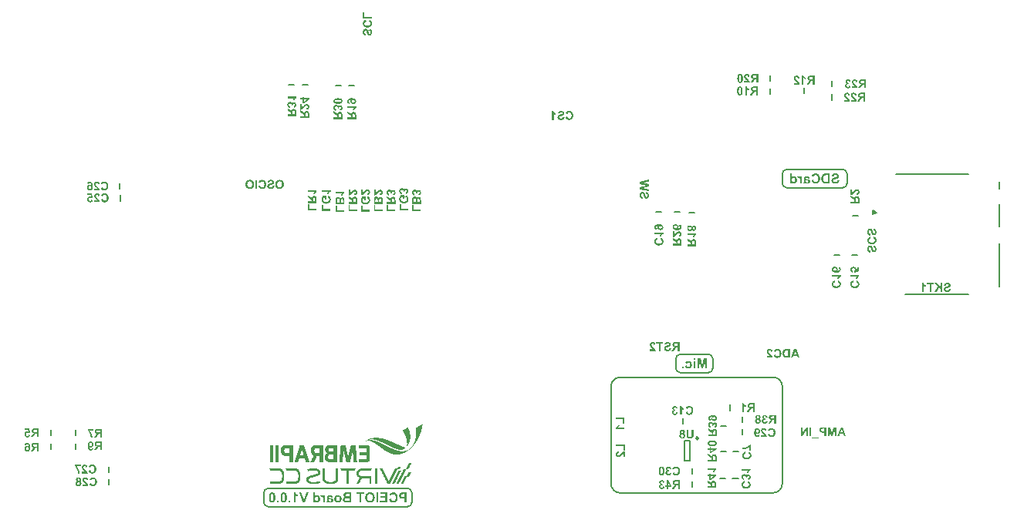
<source format=gbr>
%TF.GenerationSoftware,Altium Limited,Altium Designer,25.8.1 (18)*%
G04 Layer_Color=32896*
%FSLAX45Y45*%
%MOMM*%
%TF.SameCoordinates,177DAE0C-5750-4891-A40F-8E88CBB746AF*%
%TF.FilePolarity,Positive*%
%TF.FileFunction,Legend,Bot*%
%TF.Part,Single*%
G01*
G75*
%TA.AperFunction,NonConductor*%
%ADD71C,0.20000*%
%ADD73C,0.25000*%
%ADD77C,0.15000*%
G36*
X10990000Y3538000D02*
X10950000Y3518000D01*
Y3558000D01*
X10990000Y3538000D01*
D02*
G37*
G36*
X5847570Y1173828D02*
X5848740D01*
Y1171486D01*
X5849911D01*
Y1169145D01*
X5851082D01*
Y1166804D01*
X5852252D01*
Y1164462D01*
X5853423D01*
Y1163292D01*
X5854594D01*
Y1160950D01*
X5855764D01*
Y1157438D01*
X5856935D01*
Y1155097D01*
X5858106D01*
Y1152756D01*
X5859276D01*
Y1150414D01*
X5860447D01*
Y1146902D01*
X5861618D01*
Y1144561D01*
X5862788D01*
Y1141049D01*
X5863959D01*
Y1138708D01*
X5865130D01*
Y1135196D01*
X5866300D01*
Y1131684D01*
X5867471D01*
Y1127001D01*
X5868642D01*
Y1123489D01*
X5869812D01*
Y1118806D01*
X5870983D01*
Y1112953D01*
X5872154D01*
Y1107099D01*
X5873324D01*
Y1098905D01*
X5874495D01*
Y1087198D01*
X5875666D01*
Y1061443D01*
X5874495D01*
Y1049737D01*
X5873324D01*
Y1042713D01*
X5872154D01*
Y1036859D01*
X5870983D01*
Y1032176D01*
X5869812D01*
Y1027494D01*
X5868642D01*
Y1022811D01*
X5867471D01*
Y1019299D01*
X5866300D01*
Y1015787D01*
X5865130D01*
Y1012275D01*
X5863959D01*
Y1009934D01*
X5862788D01*
Y1006422D01*
X5861618D01*
Y1004081D01*
X5860447D01*
Y1000568D01*
X5859276D01*
Y998227D01*
X5858106D01*
Y995886D01*
X5856935D01*
Y993544D01*
X5855764D01*
Y991203D01*
X5854594D01*
Y990032D01*
X5853423D01*
Y987691D01*
X5852252D01*
Y985350D01*
X5851082D01*
Y983008D01*
X5849911D01*
Y981838D01*
X5848740D01*
Y979496D01*
X5847570D01*
Y978326D01*
X5846399D01*
Y975984D01*
X5845228D01*
Y974814D01*
X5844058D01*
Y973643D01*
X5842887D01*
Y971302D01*
X5841716D01*
Y970131D01*
X5840546D01*
Y968960D01*
X5839375D01*
Y967790D01*
X5838204D01*
Y965448D01*
X5837034D01*
Y964278D01*
X5835863D01*
Y963107D01*
X5834692D01*
Y961936D01*
X5833521D01*
Y960766D01*
X5832351D01*
Y959595D01*
X5831180D01*
Y958424D01*
X5830009D01*
Y957254D01*
X5828839D01*
Y956083D01*
X5827668D01*
Y954912D01*
X5826498D01*
Y953742D01*
X5825327D01*
Y952571D01*
X5824156D01*
Y951400D01*
X5821815D01*
Y950229D01*
X5820644D01*
Y949059D01*
X5819474D01*
Y947888D01*
X5817132D01*
Y946718D01*
X5815961D01*
Y945547D01*
X5814791D01*
Y944376D01*
X5812449D01*
Y943206D01*
X5811279D01*
Y942035D01*
X5808938D01*
Y940864D01*
X5806596D01*
Y939694D01*
X5804255D01*
Y938523D01*
X5801913D01*
Y937352D01*
X5799572D01*
Y936182D01*
X5797231D01*
Y935011D01*
X5793719D01*
Y933840D01*
X5790207D01*
Y932669D01*
X5785524D01*
Y931499D01*
X5779671D01*
Y930328D01*
X5757428D01*
Y931499D01*
X5750404D01*
Y932669D01*
X5745721D01*
Y933840D01*
X5739868D01*
Y935011D01*
X5736356D01*
Y936182D01*
X5731673D01*
Y937352D01*
X5728161D01*
Y938523D01*
X5723479D01*
Y939694D01*
X5719966D01*
Y940864D01*
X5716454D01*
Y942035D01*
X5714113D01*
Y943206D01*
X5710601D01*
Y944376D01*
X5707089D01*
Y945547D01*
X5703577D01*
Y946718D01*
X5701236D01*
Y947888D01*
X5697724D01*
Y949059D01*
X5695383D01*
Y950229D01*
X5691871D01*
Y951400D01*
X5689529D01*
Y952571D01*
X5687188D01*
Y953742D01*
X5683676D01*
Y954912D01*
X5681334D01*
Y956083D01*
X5678993D01*
Y957254D01*
X5675481D01*
Y958424D01*
X5673140D01*
Y959595D01*
X5670798D01*
Y960766D01*
X5668457D01*
Y961936D01*
X5666116D01*
Y963107D01*
X5663774D01*
Y964278D01*
X5660262D01*
Y965448D01*
X5657921D01*
Y966619D01*
X5655580D01*
Y967790D01*
X5653238D01*
Y968960D01*
X5650897D01*
Y970131D01*
X5648556D01*
Y971302D01*
X5646214D01*
Y972472D01*
X5643873D01*
Y973643D01*
X5641532D01*
Y974814D01*
X5639190D01*
Y975984D01*
X5636849D01*
Y977155D01*
X5634508D01*
Y978326D01*
X5632166D01*
Y979496D01*
X5629825D01*
Y980667D01*
X5627484D01*
Y981838D01*
X5625142D01*
Y983008D01*
X5621630D01*
Y984179D01*
X5619289D01*
Y985350D01*
X5616948D01*
Y986521D01*
X5614606D01*
Y987691D01*
X5612265D01*
Y988862D01*
X5609924D01*
Y990032D01*
X5607582D01*
Y991203D01*
X5605241D01*
Y992374D01*
X5602899D01*
Y993544D01*
X5600558D01*
Y994715D01*
X5598217D01*
Y995886D01*
X5595876D01*
Y997056D01*
X5593534D01*
Y998227D01*
X5591193D01*
Y999398D01*
X5588851D01*
Y1000568D01*
X5586510D01*
Y1001739D01*
X5584169D01*
Y1002910D01*
X5581827D01*
Y1004081D01*
X5579486D01*
Y1005251D01*
X5577145D01*
Y1006422D01*
X5574803D01*
Y1007592D01*
X5571291D01*
Y1008763D01*
X5568950D01*
Y1009934D01*
X5566609D01*
Y1011104D01*
X5564267D01*
Y1012275D01*
X5561926D01*
Y1013446D01*
X5558414D01*
Y1014616D01*
X5556073D01*
Y1015787D01*
X5553731D01*
Y1016958D01*
X5551390D01*
Y1018129D01*
X5547878D01*
Y1019299D01*
X5545537D01*
Y1020470D01*
X5543195D01*
Y1021641D01*
X5539683D01*
Y1022811D01*
X5537342D01*
Y1023982D01*
X5533830D01*
Y1025153D01*
X5531489D01*
Y1026323D01*
X5527976D01*
Y1027494D01*
X5524465D01*
Y1028664D01*
X5522123D01*
Y1029835D01*
X5518611D01*
Y1031006D01*
X5515099D01*
Y1032176D01*
X5511587D01*
Y1033347D01*
X5508075D01*
Y1034518D01*
X5504563D01*
Y1035689D01*
X5501051D01*
Y1036859D01*
X5496368D01*
Y1038030D01*
X5491686D01*
Y1039201D01*
X5487003D01*
Y1040371D01*
X5482321D01*
Y1041542D01*
X5476467D01*
Y1042713D01*
X5469443D01*
Y1043883D01*
X5460078D01*
Y1045054D01*
X5431982D01*
Y1043883D01*
X5424958D01*
Y1042713D01*
X5419104D01*
Y1041542D01*
X5414421D01*
Y1040371D01*
X5410909D01*
Y1039201D01*
X5407398D01*
Y1038030D01*
X5403886D01*
Y1036859D01*
X5401544D01*
Y1035689D01*
X5398032D01*
Y1034518D01*
X5395691D01*
Y1033347D01*
X5393349D01*
Y1034518D01*
X5394520D01*
Y1035689D01*
X5396861D01*
Y1036859D01*
X5399203D01*
Y1038030D01*
X5401544D01*
Y1039201D01*
X5403886D01*
Y1040371D01*
X5406227D01*
Y1041542D01*
X5408568D01*
Y1042713D01*
X5410909D01*
Y1043883D01*
X5413251D01*
Y1045054D01*
X5415592D01*
Y1046224D01*
X5419104D01*
Y1047395D01*
X5421446D01*
Y1048566D01*
X5424958D01*
Y1049737D01*
X5428470D01*
Y1050907D01*
X5431982D01*
Y1052078D01*
X5435494D01*
Y1053249D01*
X5439006D01*
Y1054419D01*
X5442518D01*
Y1055590D01*
X5447200D01*
Y1056761D01*
X5453054D01*
Y1057931D01*
X5458907D01*
Y1059102D01*
X5464760D01*
Y1060273D01*
X5474126D01*
Y1061443D01*
X5488174D01*
Y1062614D01*
X5515099D01*
Y1061443D01*
X5530318D01*
Y1060273D01*
X5539683D01*
Y1059102D01*
X5547878D01*
Y1057931D01*
X5553731D01*
Y1056761D01*
X5560755D01*
Y1055590D01*
X5565438D01*
Y1054419D01*
X5571291D01*
Y1053249D01*
X5575974D01*
Y1052078D01*
X5580657D01*
Y1050907D01*
X5585339D01*
Y1049737D01*
X5590022D01*
Y1048566D01*
X5593534D01*
Y1047395D01*
X5598217D01*
Y1046224D01*
X5601729D01*
Y1045054D01*
X5605241D01*
Y1043883D01*
X5608753D01*
Y1042713D01*
X5612265D01*
Y1041542D01*
X5615777D01*
Y1040371D01*
X5619289D01*
Y1039201D01*
X5622801D01*
Y1038030D01*
X5626313D01*
Y1036859D01*
X5628654D01*
Y1035689D01*
X5632166D01*
Y1034518D01*
X5635678D01*
Y1033347D01*
X5638020D01*
Y1032176D01*
X5641532D01*
Y1031006D01*
X5645044D01*
Y1029835D01*
X5647385D01*
Y1028664D01*
X5650897D01*
Y1027494D01*
X5653238D01*
Y1026323D01*
X5655580D01*
Y1025153D01*
X5659092D01*
Y1023982D01*
X5661433D01*
Y1022811D01*
X5664945D01*
Y1021641D01*
X5667286D01*
Y1020470D01*
X5669628D01*
Y1019299D01*
X5671969D01*
Y1018129D01*
X5675481D01*
Y1016958D01*
X5677822D01*
Y1015787D01*
X5680164D01*
Y1014616D01*
X5682505D01*
Y1013446D01*
X5686017D01*
Y1012275D01*
X5688358D01*
Y1011104D01*
X5690700D01*
Y1009934D01*
X5693041D01*
Y1008763D01*
X5695383D01*
Y1007592D01*
X5697724D01*
Y1006422D01*
X5701236D01*
Y1005251D01*
X5703577D01*
Y1004081D01*
X5705918D01*
Y1002910D01*
X5708260D01*
Y1001739D01*
X5710601D01*
Y1000568D01*
X5712943D01*
Y999398D01*
X5715284D01*
Y998227D01*
X5717625D01*
Y997056D01*
X5719966D01*
Y995886D01*
X5722308D01*
Y994715D01*
X5725820D01*
Y993544D01*
X5728161D01*
Y992374D01*
X5730503D01*
Y991203D01*
X5732844D01*
Y990032D01*
X5735185D01*
Y988862D01*
X5737526D01*
Y987691D01*
X5739868D01*
Y986521D01*
X5742209D01*
Y985350D01*
X5744551D01*
Y984179D01*
X5746892D01*
Y983008D01*
X5749233D01*
Y981838D01*
X5752745D01*
Y980667D01*
X5755087D01*
Y979496D01*
X5757428D01*
Y978326D01*
X5759769D01*
Y977155D01*
X5762111D01*
Y975984D01*
X5764452D01*
Y974814D01*
X5767964D01*
Y973643D01*
X5770305D01*
Y972472D01*
X5772647D01*
Y971302D01*
X5774988D01*
Y970131D01*
X5778500D01*
Y968960D01*
X5780841D01*
Y967790D01*
X5784353D01*
Y966619D01*
X5786695D01*
Y965448D01*
X5790207D01*
Y964278D01*
X5793719D01*
Y963107D01*
X5797231D01*
Y961936D01*
X5800743D01*
Y960766D01*
X5805426D01*
Y959595D01*
X5810108D01*
Y958424D01*
X5824156D01*
Y959595D01*
X5827668D01*
Y960766D01*
X5828839D01*
Y961936D01*
X5831180D01*
Y963107D01*
X5832351D01*
Y964278D01*
X5833521D01*
Y966619D01*
X5834692D01*
Y967790D01*
X5835863D01*
Y970131D01*
X5837034D01*
Y973643D01*
X5838204D01*
Y977155D01*
X5839375D01*
Y984179D01*
X5840546D01*
Y1008763D01*
X5839375D01*
Y1018129D01*
X5838204D01*
Y1026323D01*
X5837034D01*
Y1032176D01*
X5835863D01*
Y1038030D01*
X5834692D01*
Y1042713D01*
X5833521D01*
Y1047395D01*
X5832351D01*
Y1052078D01*
X5831180D01*
Y1055590D01*
X5830009D01*
Y1060273D01*
X5828839D01*
Y1063785D01*
X5827668D01*
Y1067297D01*
X5826498D01*
Y1070809D01*
X5825327D01*
Y1074321D01*
X5824156D01*
Y1077833D01*
X5822986D01*
Y1081345D01*
X5821815D01*
Y1084857D01*
X5820644D01*
Y1087198D01*
X5819474D01*
Y1090710D01*
X5818303D01*
Y1093051D01*
X5817132D01*
Y1096563D01*
X5815961D01*
Y1098905D01*
X5814791D01*
Y1101246D01*
X5813620D01*
Y1103587D01*
X5812449D01*
Y1107099D01*
X5811279D01*
Y1109441D01*
X5810108D01*
Y1111782D01*
X5808938D01*
Y1114124D01*
X5807767D01*
Y1116465D01*
X5806596D01*
Y1118806D01*
X5805426D01*
Y1119977D01*
X5804255D01*
Y1122318D01*
X5803084D01*
Y1124659D01*
X5801913D01*
Y1127001D01*
X5800743D01*
Y1128171D01*
X5799572D01*
Y1130513D01*
X5798401D01*
Y1131684D01*
X5797231D01*
Y1134025D01*
X5796060D01*
Y1135196D01*
X5794889D01*
Y1137537D01*
X5793719D01*
Y1138708D01*
X5792548D01*
Y1139878D01*
X5791377D01*
Y1142219D01*
X5792548D01*
Y1143390D01*
X5793719D01*
Y1144561D01*
X5796060D01*
Y1145732D01*
X5798401D01*
Y1146902D01*
X5799572D01*
Y1148073D01*
X5801913D01*
Y1149244D01*
X5804255D01*
Y1150414D01*
X5805426D01*
Y1151585D01*
X5807767D01*
Y1152756D01*
X5810108D01*
Y1153926D01*
X5811279D01*
Y1155097D01*
X5813620D01*
Y1156268D01*
X5815961D01*
Y1157438D01*
X5817132D01*
Y1158609D01*
X5819474D01*
Y1159779D01*
X5821815D01*
Y1160950D01*
X5822986D01*
Y1162121D01*
X5825327D01*
Y1163292D01*
X5827668D01*
Y1164462D01*
X5828839D01*
Y1165633D01*
X5831180D01*
Y1166804D01*
X5833521D01*
Y1167974D01*
X5834692D01*
Y1169145D01*
X5837034D01*
Y1170316D01*
X5839375D01*
Y1171486D01*
X5840546D01*
Y1172657D01*
X5842887D01*
Y1173828D01*
X5845228D01*
Y1174998D01*
X5847570D01*
Y1173828D01*
D02*
G37*
G36*
X6010293Y1205436D02*
X6009122D01*
Y1196071D01*
X6007951D01*
Y1187876D01*
X6006781D01*
Y1180852D01*
X6005610D01*
Y1174998D01*
X6004439D01*
Y1169145D01*
X6003269D01*
Y1164462D01*
X6002098D01*
Y1159779D01*
X6000927D01*
Y1153926D01*
X5999757D01*
Y1150414D01*
X5998586D01*
Y1145732D01*
X5997415D01*
Y1142219D01*
X5996245D01*
Y1137537D01*
X5995074D01*
Y1134025D01*
X5993903D01*
Y1130513D01*
X5992733D01*
Y1127001D01*
X5991562D01*
Y1123489D01*
X5990391D01*
Y1119977D01*
X5989221D01*
Y1116465D01*
X5988050D01*
Y1112953D01*
X5986879D01*
Y1110611D01*
X5985709D01*
Y1107099D01*
X5984538D01*
Y1103587D01*
X5983367D01*
Y1101246D01*
X5982197D01*
Y1097734D01*
X5981026D01*
Y1095393D01*
X5979855D01*
Y1093051D01*
X5978685D01*
Y1089539D01*
X5977514D01*
Y1087198D01*
X5976343D01*
Y1084857D01*
X5975173D01*
Y1081345D01*
X5974002D01*
Y1079003D01*
X5972831D01*
Y1076662D01*
X5971661D01*
Y1074321D01*
X5970490D01*
Y1071979D01*
X5969319D01*
Y1069638D01*
X5968149D01*
Y1067297D01*
X5966978D01*
Y1064955D01*
X5965807D01*
Y1062614D01*
X5964637D01*
Y1060273D01*
X5963466D01*
Y1057931D01*
X5962295D01*
Y1055590D01*
X5961125D01*
Y1053249D01*
X5959954D01*
Y1050907D01*
X5958783D01*
Y1048566D01*
X5957613D01*
Y1047395D01*
X5956442D01*
Y1045054D01*
X5955271D01*
Y1042713D01*
X5954101D01*
Y1040371D01*
X5952930D01*
Y1038030D01*
X5951759D01*
Y1036859D01*
X5950589D01*
Y1034518D01*
X5949418D01*
Y1032176D01*
X5948247D01*
Y1031006D01*
X5947076D01*
Y1028664D01*
X5945906D01*
Y1026323D01*
X5944735D01*
Y1025153D01*
X5943565D01*
Y1022811D01*
X5942394D01*
Y1021641D01*
X5941223D01*
Y1019299D01*
X5940053D01*
Y1018129D01*
X5938882D01*
Y1015787D01*
X5937711D01*
Y1014616D01*
X5936541D01*
Y1012275D01*
X5935370D01*
Y1011104D01*
X5934199D01*
Y1008763D01*
X5933029D01*
Y1007592D01*
X5931858D01*
Y1005251D01*
X5930687D01*
Y1004081D01*
X5929516D01*
Y1001739D01*
X5928346D01*
Y1000568D01*
X5927175D01*
Y999398D01*
X5926004D01*
Y997056D01*
X5924834D01*
Y995886D01*
X5923663D01*
Y994715D01*
X5922493D01*
Y992374D01*
X5921322D01*
Y991203D01*
X5920151D01*
Y990032D01*
X5918981D01*
Y987691D01*
X5917810D01*
Y986521D01*
X5916639D01*
Y985350D01*
X5915468D01*
Y984179D01*
X5914298D01*
Y981838D01*
X5913127D01*
Y980667D01*
X5911956D01*
Y979496D01*
X5910786D01*
Y978326D01*
X5909615D01*
Y975984D01*
X5908444D01*
Y974814D01*
X5907274D01*
Y973643D01*
X5906103D01*
Y972472D01*
X5904933D01*
Y971302D01*
X5903762D01*
Y970131D01*
X5902591D01*
Y968960D01*
X5901421D01*
Y966619D01*
X5900250D01*
Y965448D01*
X5899079D01*
Y964278D01*
X5897908D01*
Y963107D01*
X5896738D01*
Y961936D01*
X5895567D01*
Y960766D01*
X5894396D01*
Y959595D01*
X5893226D01*
Y958424D01*
X5892055D01*
Y957254D01*
X5890884D01*
Y956083D01*
X5889714D01*
Y954912D01*
X5888543D01*
Y953742D01*
X5887372D01*
Y952571D01*
X5886202D01*
Y951400D01*
X5885031D01*
Y950229D01*
X5883860D01*
Y949059D01*
X5882690D01*
Y947888D01*
X5881519D01*
Y946718D01*
X5880348D01*
Y945547D01*
X5879178D01*
Y944376D01*
X5878007D01*
Y943206D01*
X5876836D01*
Y942035D01*
X5875666D01*
Y940864D01*
X5874495D01*
Y939694D01*
X5873324D01*
Y938523D01*
X5870983D01*
Y937352D01*
X5869812D01*
Y936182D01*
X5868642D01*
Y935011D01*
X5867471D01*
Y933840D01*
X5866300D01*
Y932669D01*
X5863959D01*
Y931499D01*
X5862788D01*
Y930328D01*
X5861618D01*
Y929158D01*
X5860447D01*
Y927987D01*
X5859276D01*
Y926816D01*
X5856935D01*
Y925646D01*
X5855764D01*
Y924475D01*
X5854594D01*
Y923304D01*
X5852252D01*
Y922134D01*
X5851082D01*
Y920963D01*
X5849911D01*
Y919792D01*
X5847570D01*
Y918621D01*
X5846399D01*
Y917451D01*
X5844058D01*
Y916280D01*
X5842887D01*
Y915109D01*
X5840546D01*
Y913939D01*
X5839375D01*
Y912768D01*
X5837034D01*
Y911598D01*
X5835863D01*
Y910427D01*
X5833521D01*
Y909256D01*
X5832351D01*
Y908086D01*
X5830009D01*
Y906915D01*
X5827668D01*
Y905744D01*
X5826498D01*
Y904574D01*
X5824156D01*
Y903403D01*
X5821815D01*
Y902232D01*
X5819474D01*
Y901061D01*
X5817132D01*
Y899891D01*
X5814791D01*
Y898720D01*
X5812449D01*
Y897549D01*
X5810108D01*
Y896379D01*
X5807767D01*
Y895208D01*
X5805426D01*
Y894037D01*
X5803084D01*
Y892867D01*
X5799572D01*
Y891696D01*
X5797231D01*
Y890526D01*
X5793719D01*
Y889355D01*
X5790207D01*
Y888184D01*
X5786695D01*
Y887013D01*
X5783183D01*
Y885843D01*
X5779671D01*
Y884672D01*
X5774988D01*
Y883501D01*
X5770305D01*
Y882331D01*
X5765623D01*
Y881160D01*
X5758599D01*
Y879989D01*
X5751575D01*
Y878819D01*
X5739868D01*
Y877648D01*
X5710601D01*
Y878819D01*
X5698894D01*
Y879989D01*
X5690700D01*
Y881160D01*
X5683676D01*
Y882331D01*
X5678993D01*
Y883501D01*
X5674310D01*
Y884672D01*
X5670798D01*
Y885843D01*
X5667286D01*
Y887013D01*
X5663774D01*
Y888184D01*
X5660262D01*
Y889355D01*
X5657921D01*
Y890526D01*
X5654409D01*
Y891696D01*
X5652068D01*
Y892867D01*
X5648556D01*
Y894037D01*
X5646214D01*
Y895208D01*
X5643873D01*
Y896379D01*
X5641532D01*
Y897549D01*
X5639190D01*
Y898720D01*
X5636849D01*
Y899891D01*
X5634508D01*
Y901061D01*
X5632166D01*
Y902232D01*
X5629825D01*
Y903403D01*
X5627484D01*
Y904574D01*
X5626313D01*
Y905744D01*
X5623971D01*
Y906915D01*
X5621630D01*
Y908086D01*
X5619289D01*
Y909256D01*
X5618118D01*
Y910427D01*
X5615777D01*
Y911598D01*
X5613436D01*
Y912768D01*
X5612265D01*
Y913939D01*
X5609924D01*
Y915109D01*
X5608753D01*
Y916280D01*
X5606411D01*
Y917451D01*
X5604070D01*
Y918621D01*
X5602899D01*
Y919792D01*
X5600558D01*
Y920963D01*
X5599388D01*
Y922134D01*
X5597046D01*
Y923304D01*
X5595876D01*
Y924475D01*
X5593534D01*
Y925646D01*
X5592363D01*
Y926816D01*
X5590022D01*
Y927987D01*
X5588851D01*
Y929158D01*
X5586510D01*
Y930328D01*
X5585339D01*
Y931499D01*
X5582998D01*
Y932669D01*
X5581827D01*
Y933840D01*
X5579486D01*
Y935011D01*
X5578315D01*
Y936182D01*
X5577145D01*
Y937352D01*
X5574803D01*
Y938523D01*
X5573633D01*
Y939694D01*
X5571291D01*
Y940864D01*
X5570121D01*
Y942035D01*
X5568950D01*
Y943206D01*
X5566609D01*
Y944376D01*
X5565438D01*
Y945547D01*
X5563097D01*
Y946718D01*
X5561926D01*
Y947888D01*
X5560755D01*
Y949059D01*
X5558414D01*
Y950229D01*
X5557243D01*
Y951400D01*
X5554902D01*
Y952571D01*
X5553731D01*
Y953742D01*
X5552561D01*
Y954912D01*
X5550219D01*
Y956083D01*
X5549049D01*
Y957254D01*
X5547878D01*
Y958424D01*
X5545537D01*
Y959595D01*
X5544366D01*
Y960766D01*
X5542025D01*
Y961936D01*
X5540854D01*
Y963107D01*
X5539683D01*
Y964278D01*
X5537342D01*
Y965448D01*
X5536171D01*
Y966619D01*
X5535001D01*
Y967790D01*
X5532659D01*
Y968960D01*
X5531489D01*
Y970131D01*
X5530318D01*
Y971302D01*
X5527976D01*
Y972472D01*
X5526806D01*
Y973643D01*
X5524465D01*
Y974814D01*
X5523294D01*
Y975984D01*
X5522123D01*
Y977155D01*
X5519782D01*
Y978326D01*
X5518611D01*
Y979496D01*
X5516270D01*
Y980667D01*
X5515099D01*
Y981838D01*
X5513929D01*
Y983008D01*
X5511587D01*
Y984179D01*
X5510416D01*
Y985350D01*
X5508075D01*
Y986521D01*
X5506904D01*
Y987691D01*
X5505734D01*
Y988862D01*
X5503393D01*
Y990032D01*
X5502222D01*
Y991203D01*
X5499881D01*
Y992374D01*
X5498710D01*
Y993544D01*
X5496368D01*
Y994715D01*
X5495198D01*
Y995886D01*
X5492856D01*
Y997056D01*
X5491686D01*
Y998227D01*
X5489344D01*
Y999398D01*
X5488174D01*
Y1000568D01*
X5485833D01*
Y1001739D01*
X5484662D01*
Y1002910D01*
X5482321D01*
Y1004081D01*
X5479979D01*
Y1005251D01*
X5478808D01*
Y1006422D01*
X5476467D01*
Y1007592D01*
X5474126D01*
Y1008763D01*
X5472955D01*
Y1009934D01*
X5470614D01*
Y1011104D01*
X5468272D01*
Y1012275D01*
X5465931D01*
Y1013446D01*
X5464760D01*
Y1014616D01*
X5462419D01*
Y1015787D01*
X5460078D01*
Y1016958D01*
X5457736D01*
Y1018129D01*
X5455395D01*
Y1019299D01*
X5453054D01*
Y1020470D01*
X5450712D01*
Y1021641D01*
X5447200D01*
Y1022811D01*
X5444859D01*
Y1023982D01*
X5441347D01*
Y1025153D01*
X5439006D01*
Y1026323D01*
X5435494D01*
Y1027494D01*
X5430811D01*
Y1028664D01*
X5426128D01*
Y1029835D01*
X5420275D01*
Y1031006D01*
X5402715D01*
Y1029835D01*
X5396861D01*
Y1028664D01*
X5393349D01*
Y1027494D01*
X5391008D01*
Y1026323D01*
X5388667D01*
Y1025153D01*
X5386326D01*
Y1026323D01*
X5387496D01*
Y1027494D01*
X5388667D01*
Y1028664D01*
X5391008D01*
Y1029835D01*
X5393349D01*
Y1031006D01*
X5395691D01*
Y1032176D01*
X5398032D01*
Y1033347D01*
X5401544D01*
Y1034518D01*
X5406227D01*
Y1035689D01*
X5412080D01*
Y1036859D01*
X5420275D01*
Y1038030D01*
X5444859D01*
Y1036859D01*
X5454224D01*
Y1035689D01*
X5461248D01*
Y1034518D01*
X5468272D01*
Y1033347D01*
X5472955D01*
Y1032176D01*
X5477638D01*
Y1031006D01*
X5482321D01*
Y1029835D01*
X5485833D01*
Y1028664D01*
X5490515D01*
Y1027494D01*
X5494027D01*
Y1026323D01*
X5497539D01*
Y1025153D01*
X5501051D01*
Y1023982D01*
X5504563D01*
Y1022811D01*
X5506904D01*
Y1021641D01*
X5510416D01*
Y1020470D01*
X5512758D01*
Y1019299D01*
X5516270D01*
Y1018129D01*
X5518611D01*
Y1016958D01*
X5522123D01*
Y1015787D01*
X5524465D01*
Y1014616D01*
X5526806D01*
Y1013446D01*
X5530318D01*
Y1012275D01*
X5532659D01*
Y1011104D01*
X5535001D01*
Y1009934D01*
X5537342D01*
Y1008763D01*
X5539683D01*
Y1007592D01*
X5542025D01*
Y1006422D01*
X5544366D01*
Y1005251D01*
X5546707D01*
Y1004081D01*
X5549049D01*
Y1002910D01*
X5551390D01*
Y1001739D01*
X5553731D01*
Y1000568D01*
X5556073D01*
Y999398D01*
X5558414D01*
Y998227D01*
X5560755D01*
Y997056D01*
X5563097D01*
Y995886D01*
X5565438D01*
Y994715D01*
X5567779D01*
Y993544D01*
X5570121D01*
Y992374D01*
X5572462D01*
Y991203D01*
X5574803D01*
Y990032D01*
X5577145D01*
Y988862D01*
X5579486D01*
Y987691D01*
X5581827D01*
Y986521D01*
X5584169D01*
Y985350D01*
X5586510D01*
Y984179D01*
X5588851D01*
Y983008D01*
X5591193D01*
Y981838D01*
X5593534D01*
Y980667D01*
X5595876D01*
Y979496D01*
X5598217D01*
Y978326D01*
X5600558D01*
Y977155D01*
X5602899D01*
Y975984D01*
X5606411D01*
Y974814D01*
X5608753D01*
Y973643D01*
X5611094D01*
Y972472D01*
X5613436D01*
Y971302D01*
X5615777D01*
Y970131D01*
X5618118D01*
Y968960D01*
X5620459D01*
Y967790D01*
X5622801D01*
Y966619D01*
X5625142D01*
Y965448D01*
X5628654D01*
Y964278D01*
X5630996D01*
Y963107D01*
X5633337D01*
Y961936D01*
X5635678D01*
Y960766D01*
X5638020D01*
Y959595D01*
X5640361D01*
Y958424D01*
X5643873D01*
Y957254D01*
X5646214D01*
Y956083D01*
X5648556D01*
Y954912D01*
X5650897D01*
Y953742D01*
X5653238D01*
Y952571D01*
X5656750D01*
Y951400D01*
X5659092D01*
Y950229D01*
X5661433D01*
Y949059D01*
X5663774D01*
Y947888D01*
X5666116D01*
Y946718D01*
X5669628D01*
Y945547D01*
X5671969D01*
Y944376D01*
X5674310D01*
Y943206D01*
X5677822D01*
Y942035D01*
X5680164D01*
Y940864D01*
X5682505D01*
Y939694D01*
X5686017D01*
Y938523D01*
X5688358D01*
Y937352D01*
X5691871D01*
Y936182D01*
X5694212D01*
Y935011D01*
X5696553D01*
Y933840D01*
X5700065D01*
Y932669D01*
X5702406D01*
Y931499D01*
X5705918D01*
Y930328D01*
X5709431D01*
Y929158D01*
X5711772D01*
Y927987D01*
X5715284D01*
Y926816D01*
X5718796D01*
Y925646D01*
X5722308D01*
Y924475D01*
X5725820D01*
Y923304D01*
X5729332D01*
Y922134D01*
X5734015D01*
Y920963D01*
X5738697D01*
Y919792D01*
X5744551D01*
Y918621D01*
X5751575D01*
Y917451D01*
X5759769D01*
Y916280D01*
X5773817D01*
Y915109D01*
X5796060D01*
Y916280D01*
X5808938D01*
Y917451D01*
X5815961D01*
Y918621D01*
X5821815D01*
Y919792D01*
X5826498D01*
Y920963D01*
X5830009D01*
Y922134D01*
X5833521D01*
Y923304D01*
X5837034D01*
Y924475D01*
X5840546D01*
Y925646D01*
X5842887D01*
Y926816D01*
X5846399D01*
Y927987D01*
X5848740D01*
Y929158D01*
X5851082D01*
Y930328D01*
X5853423D01*
Y931499D01*
X5855764D01*
Y932669D01*
X5858106D01*
Y933840D01*
X5859276D01*
Y935011D01*
X5861618D01*
Y936182D01*
X5863959D01*
Y937352D01*
X5865130D01*
Y938523D01*
X5866300D01*
Y939694D01*
X5868642D01*
Y940864D01*
X5869812D01*
Y942035D01*
X5872154D01*
Y943206D01*
X5873324D01*
Y944376D01*
X5874495D01*
Y945547D01*
X5875666D01*
Y946718D01*
X5876836D01*
Y947888D01*
X5879178D01*
Y949059D01*
X5880348D01*
Y950229D01*
X5881519D01*
Y951400D01*
X5882690D01*
Y952571D01*
X5883860D01*
Y953742D01*
X5885031D01*
Y954912D01*
X5886202D01*
Y956083D01*
X5887372D01*
Y957254D01*
X5888543D01*
Y959595D01*
X5889714D01*
Y960766D01*
X5890884D01*
Y961936D01*
X5892055D01*
Y963107D01*
X5893226D01*
Y964278D01*
X5894396D01*
Y966619D01*
X5895567D01*
Y967790D01*
X5896738D01*
Y968960D01*
X5897908D01*
Y971302D01*
X5899079D01*
Y972472D01*
X5900250D01*
Y973643D01*
X5901421D01*
Y975984D01*
X5902591D01*
Y977155D01*
X5903762D01*
Y979496D01*
X5904933D01*
Y981838D01*
X5906103D01*
Y983008D01*
X5907274D01*
Y985350D01*
X5908444D01*
Y987691D01*
X5909615D01*
Y990032D01*
X5910786D01*
Y992374D01*
X5911956D01*
Y994715D01*
X5913127D01*
Y997056D01*
X5914298D01*
Y999398D01*
X5915468D01*
Y1001739D01*
X5916639D01*
Y1004081D01*
X5917810D01*
Y1007592D01*
X5918981D01*
Y1009934D01*
X5920151D01*
Y1013446D01*
X5921322D01*
Y1016958D01*
X5922493D01*
Y1019299D01*
X5923663D01*
Y1022811D01*
X5924834D01*
Y1027494D01*
X5926004D01*
Y1031006D01*
X5927175D01*
Y1034518D01*
X5928346D01*
Y1039201D01*
X5929516D01*
Y1043883D01*
X5930687D01*
Y1049737D01*
X5931858D01*
Y1054419D01*
X5933029D01*
Y1061443D01*
X5934199D01*
Y1068467D01*
X5935370D01*
Y1076662D01*
X5936541D01*
Y1086027D01*
X5937711D01*
Y1098905D01*
X5938882D01*
Y1122318D01*
X5940053D01*
Y1144561D01*
X5938882D01*
Y1170316D01*
X5937711D01*
Y1171486D01*
X5938882D01*
Y1172657D01*
X5941223D01*
Y1173828D01*
X5943565D01*
Y1174998D01*
X5944735D01*
Y1176169D01*
X5947076D01*
Y1177340D01*
X5949418D01*
Y1178510D01*
X5951759D01*
Y1179681D01*
X5952930D01*
Y1180852D01*
X5955271D01*
Y1182022D01*
X5957613D01*
Y1183193D01*
X5958783D01*
Y1184364D01*
X5961125D01*
Y1185534D01*
X5963466D01*
Y1186705D01*
X5965807D01*
Y1187876D01*
X5966978D01*
Y1189046D01*
X5969319D01*
Y1190217D01*
X5971661D01*
Y1191388D01*
X5972831D01*
Y1192558D01*
X5975173D01*
Y1193729D01*
X5977514D01*
Y1194900D01*
X5978685D01*
Y1196071D01*
X5981026D01*
Y1197241D01*
X5983367D01*
Y1198412D01*
X5985709D01*
Y1199582D01*
X5986879D01*
Y1200753D01*
X5989221D01*
Y1201924D01*
X5991562D01*
Y1203094D01*
X5992733D01*
Y1204265D01*
X5995074D01*
Y1205436D01*
X5997415D01*
Y1206606D01*
X5999757D01*
Y1207777D01*
X6000927D01*
Y1208948D01*
X6003269D01*
Y1210118D01*
X6005610D01*
Y1211289D01*
X6006781D01*
Y1212460D01*
X6009122D01*
Y1213631D01*
X6010293D01*
Y1205436D01*
D02*
G37*
G36*
X5275112Y973643D02*
X5276283D01*
Y959595D01*
X5277453D01*
Y946718D01*
X5278624D01*
Y932669D01*
X5279794D01*
Y919792D01*
X5280965D01*
Y905744D01*
X5282136D01*
Y892867D01*
X5283306D01*
Y879989D01*
X5284477D01*
Y865941D01*
X5285648D01*
Y853064D01*
X5286818D01*
Y839016D01*
X5287989D01*
Y826139D01*
X5289160D01*
Y812091D01*
X5290331D01*
Y799213D01*
X5291501D01*
Y794531D01*
X5255210D01*
Y799213D01*
X5254040D01*
Y813261D01*
X5252869D01*
Y826139D01*
X5251698D01*
Y840187D01*
X5250528D01*
Y853064D01*
X5249357D01*
Y865941D01*
X5248186D01*
Y879989D01*
X5247016D01*
Y892867D01*
X5245845D01*
Y905744D01*
X5244674D01*
Y915109D01*
X5243504D01*
Y910427D01*
X5242333D01*
Y905744D01*
X5241162D01*
Y901061D01*
X5239992D01*
Y896379D01*
X5238821D01*
Y891696D01*
X5237650D01*
Y887013D01*
X5236480D01*
Y882331D01*
X5235309D01*
Y877648D01*
X5234138D01*
Y872965D01*
X5232968D01*
Y868283D01*
X5231797D01*
Y863600D01*
X5230626D01*
Y858917D01*
X5229456D01*
Y854235D01*
X5228285D01*
Y849552D01*
X5227114D01*
Y844869D01*
X5225944D01*
Y840187D01*
X5224773D01*
Y835504D01*
X5223602D01*
Y830821D01*
X5222432D01*
Y826139D01*
X5221261D01*
Y821456D01*
X5220090D01*
Y816773D01*
X5218920D01*
Y812091D01*
X5217749D01*
Y807408D01*
X5216578D01*
Y802725D01*
X5215408D01*
Y798042D01*
X5214237D01*
Y794531D01*
X5173263D01*
Y796872D01*
X5172093D01*
Y801554D01*
X5170922D01*
Y806237D01*
X5169751D01*
Y810920D01*
X5168581D01*
Y815603D01*
X5167410D01*
Y820285D01*
X5166239D01*
Y824968D01*
X5165069D01*
Y830821D01*
X5163898D01*
Y835504D01*
X5162727D01*
Y840187D01*
X5161557D01*
Y844869D01*
X5160386D01*
Y849552D01*
X5159215D01*
Y854235D01*
X5158045D01*
Y858917D01*
X5156874D01*
Y864771D01*
X5155703D01*
Y869453D01*
X5154533D01*
Y874136D01*
X5153362D01*
Y878819D01*
X5152191D01*
Y883501D01*
X5151021D01*
Y888184D01*
X5149850D01*
Y892867D01*
X5148679D01*
Y898720D01*
X5147509D01*
Y903403D01*
X5146338D01*
Y908086D01*
X5145167D01*
Y912768D01*
X5143997D01*
Y911598D01*
X5142826D01*
Y899891D01*
X5141655D01*
Y888184D01*
X5140485D01*
Y876477D01*
X5139314D01*
Y863600D01*
X5138143D01*
Y851893D01*
X5136973D01*
Y840187D01*
X5135802D01*
Y828480D01*
X5134631D01*
Y816773D01*
X5133461D01*
Y805066D01*
X5132290D01*
Y794531D01*
X5095999D01*
Y805066D01*
X5097170D01*
Y816773D01*
X5098341D01*
Y829651D01*
X5099511D01*
Y842528D01*
X5100682D01*
Y855405D01*
X5101853D01*
Y867112D01*
X5103023D01*
Y879989D01*
X5104194D01*
Y892867D01*
X5105365D01*
Y905744D01*
X5106535D01*
Y917451D01*
X5107706D01*
Y930328D01*
X5108876D01*
Y943206D01*
X5110047D01*
Y956083D01*
X5111218D01*
Y968960D01*
X5112389D01*
Y980667D01*
X5113559D01*
Y981838D01*
X5163898D01*
Y977155D01*
X5165069D01*
Y972472D01*
X5166239D01*
Y967790D01*
X5167410D01*
Y963107D01*
X5168581D01*
Y958424D01*
X5169751D01*
Y952571D01*
X5170922D01*
Y947888D01*
X5172093D01*
Y943206D01*
X5173263D01*
Y938523D01*
X5174434D01*
Y933840D01*
X5175605D01*
Y929158D01*
X5176776D01*
Y924475D01*
X5177946D01*
Y919792D01*
X5179117D01*
Y913939D01*
X5180288D01*
Y909256D01*
X5181458D01*
Y904574D01*
X5182629D01*
Y899891D01*
X5183799D01*
Y895208D01*
X5184970D01*
Y890526D01*
X5186141D01*
Y885843D01*
X5187311D01*
Y881160D01*
X5188482D01*
Y875307D01*
X5189653D01*
Y870624D01*
X5190824D01*
Y865941D01*
X5191994D01*
Y861259D01*
X5193165D01*
Y856576D01*
X5194336D01*
Y861259D01*
X5195506D01*
Y865941D01*
X5196677D01*
Y870624D01*
X5197848D01*
Y875307D01*
X5199018D01*
Y879989D01*
X5200189D01*
Y884672D01*
X5201359D01*
Y890526D01*
X5202530D01*
Y895208D01*
X5203701D01*
Y899891D01*
X5204871D01*
Y904574D01*
X5206042D01*
Y909256D01*
X5207213D01*
Y913939D01*
X5208384D01*
Y918621D01*
X5209554D01*
Y923304D01*
X5210725D01*
Y927987D01*
X5211896D01*
Y932669D01*
X5213066D01*
Y938523D01*
X5214237D01*
Y943206D01*
X5215408D01*
Y947888D01*
X5216578D01*
Y952571D01*
X5217749D01*
Y957254D01*
X5218920D01*
Y961936D01*
X5220090D01*
Y966619D01*
X5221261D01*
Y971302D01*
X5222432D01*
Y975984D01*
X5223602D01*
Y980667D01*
X5224773D01*
Y981838D01*
X5275112D01*
Y973643D01*
D02*
G37*
G36*
X5070244Y794531D02*
X4980103D01*
Y795701D01*
X4974249D01*
Y796872D01*
X4969567D01*
Y798042D01*
X4966055D01*
Y799213D01*
X4963713D01*
Y800384D01*
X4960201D01*
Y801554D01*
X4959031D01*
Y802725D01*
X4956689D01*
Y803896D01*
X4955519D01*
Y805066D01*
X4953177D01*
Y806237D01*
X4952007D01*
Y807408D01*
X4950836D01*
Y808579D01*
X4949665D01*
Y809749D01*
X4948495D01*
Y812091D01*
X4947324D01*
Y813261D01*
X4946153D01*
Y814432D01*
X4944983D01*
Y816773D01*
X4943812D01*
Y819114D01*
X4942641D01*
Y821456D01*
X4941471D01*
Y824968D01*
X4940300D01*
Y828480D01*
X4939129D01*
Y834333D01*
X4937959D01*
Y847211D01*
X4936788D01*
Y851893D01*
X4937959D01*
Y861259D01*
X4939129D01*
Y865941D01*
X4940300D01*
Y869453D01*
X4941471D01*
Y872965D01*
X4942641D01*
Y874136D01*
X4943812D01*
Y876477D01*
X4944983D01*
Y878819D01*
X4946153D01*
Y879989D01*
X4947324D01*
Y881160D01*
X4948495D01*
Y882331D01*
X4949665D01*
Y883501D01*
X4950836D01*
Y884672D01*
X4952007D01*
Y885843D01*
X4953177D01*
Y887013D01*
X4954348D01*
Y888184D01*
X4956689D01*
Y889355D01*
X4959031D01*
Y890526D01*
X4962543D01*
Y891696D01*
X4961372D01*
Y892867D01*
X4959031D01*
Y894037D01*
X4956689D01*
Y895208D01*
X4955519D01*
Y896379D01*
X4953177D01*
Y897549D01*
X4952007D01*
Y898720D01*
X4950836D01*
Y899891D01*
X4949665D01*
Y902232D01*
X4948495D01*
Y903403D01*
X4947324D01*
Y905744D01*
X4946153D01*
Y908086D01*
X4944983D01*
Y910427D01*
X4943812D01*
Y912768D01*
X4942641D01*
Y917451D01*
X4941471D01*
Y923304D01*
X4940300D01*
Y939694D01*
X4941471D01*
Y946718D01*
X4942641D01*
Y951400D01*
X4943812D01*
Y953742D01*
X4944983D01*
Y957254D01*
X4946153D01*
Y959595D01*
X4947324D01*
Y960766D01*
X4948495D01*
Y963107D01*
X4949665D01*
Y964278D01*
X4950836D01*
Y965448D01*
X4952007D01*
Y966619D01*
X4953177D01*
Y967790D01*
X4954348D01*
Y968960D01*
X4955519D01*
Y970131D01*
X4956689D01*
Y971302D01*
X4957860D01*
Y972472D01*
X4959031D01*
Y973643D01*
X4961372D01*
Y974814D01*
X4963713D01*
Y975984D01*
X4966055D01*
Y977155D01*
X4968396D01*
Y978326D01*
X4971908D01*
Y979496D01*
X4976591D01*
Y980667D01*
X4983615D01*
Y981838D01*
X5070244D01*
Y794531D01*
D02*
G37*
G36*
X4919228Y920963D02*
Y919792D01*
Y794531D01*
X4882937D01*
Y864771D01*
X4852500D01*
Y863600D01*
X4851329D01*
Y861259D01*
X4850158D01*
Y857747D01*
X4848988D01*
Y855405D01*
X4847817D01*
Y853064D01*
X4846646D01*
Y849552D01*
X4845476D01*
Y847211D01*
X4844305D01*
Y844869D01*
X4843134D01*
Y842528D01*
X4841964D01*
Y839016D01*
X4840793D01*
Y836674D01*
X4839622D01*
Y834333D01*
X4838452D01*
Y830821D01*
X4837281D01*
Y828480D01*
X4836110D01*
Y826139D01*
X4834940D01*
Y823797D01*
X4833769D01*
Y820285D01*
X4832598D01*
Y817944D01*
X4831428D01*
Y815603D01*
X4830257D01*
Y812091D01*
X4829086D01*
Y809749D01*
X4827916D01*
Y807408D01*
X4826745D01*
Y805066D01*
X4825574D01*
Y801554D01*
X4824404D01*
Y799213D01*
X4823233D01*
Y796872D01*
X4822062D01*
Y794531D01*
X4781089D01*
Y798042D01*
X4782259D01*
Y800384D01*
X4783430D01*
Y802725D01*
X4784601D01*
Y805066D01*
X4785771D01*
Y807408D01*
X4786942D01*
Y809749D01*
X4788113D01*
Y812091D01*
X4789284D01*
Y814432D01*
X4790454D01*
Y816773D01*
X4791625D01*
Y819114D01*
X4792796D01*
Y821456D01*
X4793966D01*
Y823797D01*
X4795137D01*
Y826139D01*
X4796308D01*
Y829651D01*
X4797478D01*
Y831992D01*
X4798649D01*
Y834333D01*
X4799820D01*
Y836674D01*
X4800990D01*
Y839016D01*
X4802161D01*
Y841357D01*
X4803332D01*
Y843699D01*
X4804502D01*
Y846040D01*
X4805673D01*
Y848381D01*
X4806844D01*
Y850723D01*
X4808014D01*
Y853064D01*
X4809185D01*
Y855405D01*
X4810356D01*
Y857747D01*
X4811526D01*
Y860088D01*
X4812697D01*
Y863600D01*
X4813868D01*
Y865941D01*
X4815038D01*
Y868283D01*
X4812697D01*
Y869453D01*
X4809185D01*
Y870624D01*
X4806844D01*
Y871795D01*
X4804502D01*
Y872965D01*
X4803332D01*
Y874136D01*
X4802161D01*
Y875307D01*
X4799820D01*
Y876477D01*
X4798649D01*
Y878819D01*
X4797478D01*
Y879989D01*
X4796308D01*
Y881160D01*
X4795137D01*
Y883501D01*
X4793966D01*
Y884672D01*
X4792796D01*
Y887013D01*
X4791625D01*
Y890526D01*
X4790454D01*
Y894037D01*
X4789284D01*
Y897549D01*
X4788113D01*
Y903403D01*
X4786942D01*
Y915109D01*
X4785771D01*
Y930328D01*
X4786942D01*
Y940864D01*
X4788113D01*
Y946718D01*
X4789284D01*
Y951400D01*
X4790454D01*
Y953742D01*
X4791625D01*
Y957254D01*
X4792796D01*
Y959595D01*
X4793966D01*
Y961936D01*
X4795137D01*
Y963107D01*
X4796308D01*
Y965448D01*
X4797478D01*
Y966619D01*
X4798649D01*
Y967790D01*
X4799820D01*
Y968960D01*
X4800990D01*
Y970131D01*
X4802161D01*
Y971302D01*
X4803332D01*
Y972472D01*
X4805673D01*
Y973643D01*
X4806844D01*
Y974814D01*
X4809185D01*
Y975984D01*
X4811526D01*
Y977155D01*
X4813868D01*
Y978326D01*
X4817380D01*
Y979496D01*
X4820892D01*
Y980667D01*
X4827916D01*
Y981838D01*
X4919228D01*
Y920963D01*
D02*
G37*
G36*
X4706166Y980667D02*
X4707337D01*
Y977155D01*
X4708507D01*
Y973643D01*
X4709678D01*
Y970131D01*
X4710849D01*
Y966619D01*
X4712019D01*
Y963107D01*
X4713190D01*
Y959595D01*
X4714361D01*
Y956083D01*
X4715531D01*
Y952571D01*
X4716702D01*
Y949059D01*
X4717873D01*
Y946718D01*
X4719043D01*
Y943206D01*
X4720214D01*
Y939694D01*
X4721385D01*
Y936182D01*
X4722555D01*
Y932669D01*
X4723726D01*
Y929158D01*
X4724897D01*
Y925646D01*
X4726067D01*
Y922134D01*
X4727238D01*
Y918621D01*
X4728409D01*
Y915109D01*
X4729579D01*
Y911598D01*
X4730750D01*
Y908086D01*
X4731921D01*
Y904574D01*
X4733091D01*
Y901061D01*
X4734262D01*
Y897549D01*
X4735433D01*
Y894037D01*
X4736603D01*
Y890526D01*
X4737774D01*
Y887013D01*
X4738945D01*
Y883501D01*
X4740115D01*
Y879989D01*
X4741286D01*
Y876477D01*
X4742457D01*
Y872965D01*
X4743627D01*
Y869453D01*
X4744798D01*
Y865941D01*
X4745969D01*
Y862429D01*
X4747139D01*
Y858917D01*
X4748310D01*
Y855405D01*
X4749481D01*
Y851893D01*
X4750651D01*
Y848381D01*
X4751822D01*
Y846040D01*
X4752993D01*
Y842528D01*
X4754163D01*
Y839016D01*
X4755334D01*
Y835504D01*
X4756505D01*
Y831992D01*
X4757676D01*
Y828480D01*
X4758846D01*
Y824968D01*
X4760017D01*
Y821456D01*
X4761188D01*
Y817944D01*
X4762358D01*
Y814432D01*
X4763529D01*
Y810920D01*
X4764699D01*
Y807408D01*
X4765870D01*
Y803896D01*
X4767041D01*
Y800384D01*
X4768211D01*
Y796872D01*
X4769382D01*
Y794531D01*
X4729579D01*
Y798042D01*
X4728409D01*
Y801554D01*
X4727238D01*
Y805066D01*
X4726067D01*
Y808579D01*
X4724897D01*
Y812091D01*
X4723726D01*
Y815603D01*
X4722555D01*
Y819114D01*
X4721385D01*
Y823797D01*
X4720214D01*
Y827309D01*
X4719043D01*
Y830821D01*
X4717873D01*
Y834333D01*
X4716702D01*
Y835504D01*
X4655827D01*
Y831992D01*
X4654656D01*
Y828480D01*
X4653486D01*
Y823797D01*
X4652315D01*
Y820285D01*
X4651144D01*
Y816773D01*
X4649974D01*
Y813261D01*
X4648803D01*
Y809749D01*
X4647633D01*
Y806237D01*
X4646462D01*
Y802725D01*
X4645291D01*
Y799213D01*
X4644121D01*
Y794531D01*
X4604318D01*
Y796872D01*
X4605488D01*
Y800384D01*
X4606659D01*
Y803896D01*
X4607830D01*
Y807408D01*
X4609000D01*
Y810920D01*
X4610171D01*
Y812091D01*
Y814432D01*
X4611342D01*
Y817944D01*
X4612512D01*
Y821456D01*
X4613683D01*
Y826139D01*
X4614854D01*
Y829651D01*
X4616024D01*
Y833163D01*
X4617195D01*
Y836674D01*
X4618366D01*
Y840187D01*
X4619536D01*
Y843699D01*
X4620707D01*
Y847211D01*
X4621878D01*
Y850723D01*
X4623048D01*
Y854235D01*
X4624219D01*
Y857747D01*
X4625390D01*
Y861259D01*
X4626560D01*
Y864771D01*
X4627731D01*
Y868283D01*
X4628902D01*
Y872965D01*
X4630072D01*
Y876477D01*
X4631243D01*
Y879989D01*
X4632414D01*
Y883501D01*
X4633584D01*
Y887013D01*
X4634755D01*
Y890526D01*
X4635926D01*
Y894037D01*
X4637096D01*
Y897549D01*
X4638267D01*
Y901061D01*
X4639438D01*
Y904574D01*
X4640608D01*
Y908086D01*
X4641779D01*
Y911598D01*
X4642950D01*
Y915109D01*
X4644121D01*
Y918621D01*
X4645291D01*
Y923304D01*
X4646462D01*
Y926816D01*
X4647633D01*
Y930328D01*
X4648803D01*
Y933840D01*
X4649974D01*
Y937352D01*
X4651144D01*
Y940864D01*
X4652315D01*
Y944376D01*
X4653486D01*
Y947888D01*
X4654656D01*
Y951400D01*
X4655827D01*
Y954912D01*
X4656998D01*
Y958424D01*
X4658168D01*
Y961936D01*
X4659339D01*
Y965448D01*
X4660510D01*
Y970131D01*
X4661681D01*
Y973643D01*
X4662851D01*
Y977155D01*
X4664022D01*
Y980667D01*
X4665193D01*
Y981838D01*
X4706166D01*
Y980667D01*
D02*
G37*
G36*
X4589099Y794531D02*
X4551638D01*
Y863600D01*
X4490763D01*
Y864771D01*
X4486080D01*
Y865941D01*
X4482568D01*
Y867112D01*
X4480226D01*
Y868283D01*
X4477885D01*
Y869453D01*
X4476715D01*
Y870624D01*
X4474373D01*
Y871795D01*
X4473203D01*
Y872965D01*
X4472032D01*
Y874136D01*
X4470861D01*
Y875307D01*
X4469691D01*
Y876477D01*
X4468520D01*
Y877648D01*
X4467349D01*
Y878819D01*
X4466179D01*
Y881160D01*
X4465008D01*
Y882331D01*
X4463837D01*
Y884672D01*
X4462666D01*
Y887013D01*
X4461496D01*
Y890526D01*
X4460325D01*
Y894037D01*
X4459154D01*
Y898720D01*
X4457984D01*
Y904574D01*
X4456813D01*
Y915109D01*
X4455643D01*
Y931499D01*
X4456813D01*
Y942035D01*
X4457984D01*
Y946718D01*
X4459154D01*
Y951400D01*
X4460325D01*
Y954912D01*
X4461496D01*
Y957254D01*
X4462666D01*
Y959595D01*
X4463837D01*
Y961936D01*
X4465008D01*
Y963107D01*
X4466179D01*
Y965448D01*
X4467349D01*
Y966619D01*
X4468520D01*
Y967790D01*
X4469691D01*
Y968960D01*
X4470861D01*
Y970131D01*
X4472032D01*
Y971302D01*
X4473203D01*
Y972472D01*
X4474373D01*
Y973643D01*
X4476715D01*
Y974814D01*
X4479056D01*
Y975984D01*
X4480226D01*
Y977155D01*
X4483739D01*
Y978326D01*
X4487251D01*
Y979496D01*
X4490763D01*
Y980667D01*
X4497787D01*
Y981838D01*
X4589099D01*
Y794531D01*
D02*
G37*
G36*
X4433400Y858917D02*
Y857747D01*
Y794531D01*
X4395938D01*
Y981838D01*
X4433400D01*
Y858917D01*
D02*
G37*
G36*
X4370184Y980667D02*
X4371354D01*
Y795701D01*
X4370184D01*
Y794531D01*
X4333893D01*
Y981838D01*
X4370184D01*
Y980667D01*
D02*
G37*
G36*
X5399203D02*
X5406227D01*
Y979496D01*
X5409739D01*
Y978326D01*
X5412080D01*
Y977155D01*
X5414421D01*
Y975984D01*
X5416763D01*
Y974814D01*
X5417934D01*
Y973643D01*
X5420275D01*
Y972472D01*
X5421446D01*
Y971302D01*
X5422616D01*
Y970131D01*
X5423787D01*
Y967790D01*
X5424958D01*
Y966619D01*
X5426128D01*
Y964278D01*
X5427299D01*
Y961936D01*
X5428470D01*
Y959595D01*
X5429640D01*
Y954912D01*
X5430811D01*
Y946718D01*
X5431982D01*
Y827309D01*
X5430811D01*
Y819114D01*
X5429640D01*
Y815603D01*
X5428470D01*
Y812091D01*
X5427299D01*
Y809749D01*
X5426128D01*
Y808579D01*
X5424958D01*
Y806237D01*
X5423787D01*
Y805066D01*
X5422616D01*
Y803896D01*
X5421446D01*
Y802725D01*
X5420275D01*
Y801554D01*
X5419104D01*
Y800384D01*
X5416763D01*
Y799213D01*
X5415592D01*
Y798042D01*
X5413251D01*
Y796872D01*
X5409739D01*
Y795701D01*
X5406227D01*
Y794531D01*
X5399203D01*
Y793360D01*
X5378131D01*
Y794531D01*
X5351205D01*
Y795701D01*
X5328963D01*
Y796872D01*
X5312573D01*
Y798042D01*
X5307891D01*
Y828480D01*
X5387496D01*
Y829651D01*
X5391008D01*
Y830821D01*
X5392179D01*
Y831992D01*
X5393349D01*
Y834333D01*
X5394520D01*
Y869453D01*
X5375789D01*
Y870624D01*
X5337157D01*
Y871795D01*
X5319597D01*
Y902232D01*
X5332475D01*
Y903403D01*
X5367595D01*
Y904574D01*
X5394520D01*
Y940864D01*
X5393349D01*
Y943206D01*
X5392179D01*
Y944376D01*
X5391008D01*
Y945547D01*
X5388667D01*
Y946718D01*
X5307891D01*
Y977155D01*
X5309061D01*
Y978326D01*
X5321939D01*
Y979496D01*
X5343011D01*
Y980667D01*
X5373448D01*
Y981838D01*
X5399203D01*
Y980667D01*
D02*
G37*
G36*
X5769610Y736679D02*
X5767150D01*
Y731758D01*
X5764689D01*
Y726837D01*
X5762228D01*
Y721915D01*
X5759768D01*
Y716994D01*
X5732701D01*
Y714534D01*
X5730240D01*
Y709612D01*
X5727780D01*
Y704691D01*
X5725319D01*
Y699770D01*
X5722858D01*
Y694849D01*
X5720397D01*
Y689928D01*
X5717937D01*
Y685006D01*
X5715476D01*
Y680085D01*
X5713016D01*
Y675164D01*
X5710555D01*
Y670242D01*
X5708095D01*
Y665321D01*
X5705634D01*
Y660400D01*
X5703173D01*
Y655479D01*
X5700713D01*
Y650558D01*
X5698252D01*
Y645636D01*
X5695791D01*
Y640715D01*
X5693331D01*
Y635794D01*
X5690870D01*
Y630872D01*
X5688410D01*
Y625951D01*
X5685949D01*
Y621030D01*
X5683488D01*
Y616109D01*
X5681027D01*
Y611188D01*
X5678567D01*
Y606266D01*
X5676106D01*
Y601345D01*
X5673646D01*
Y596424D01*
X5671185D01*
Y591502D01*
X5668725D01*
Y586581D01*
X5666264D01*
Y581660D01*
X5663803D01*
Y576739D01*
X5661342D01*
Y571817D01*
X5658882D01*
Y566896D01*
X5656421D01*
Y561975D01*
X5653961D01*
Y557054D01*
X5624433D01*
Y561975D01*
X5621972D01*
Y566896D01*
X5619512D01*
Y571817D01*
X5617051D01*
Y576739D01*
X5614591D01*
Y581660D01*
X5612130D01*
Y586581D01*
X5609670D01*
Y591502D01*
X5607209D01*
Y596424D01*
X5604748D01*
Y601345D01*
X5602287D01*
Y606266D01*
X5599827D01*
Y611188D01*
X5597366D01*
Y616109D01*
X5594906D01*
Y621030D01*
X5592445D01*
Y625951D01*
X5589985D01*
Y630872D01*
X5587524D01*
Y635794D01*
X5585063D01*
Y638254D01*
Y640715D01*
X5582603D01*
Y645636D01*
X5580142D01*
Y650558D01*
X5577681D01*
Y655479D01*
X5575221D01*
Y660400D01*
X5572760D01*
Y665321D01*
X5570300D01*
Y670242D01*
X5567839D01*
Y675164D01*
X5565378D01*
Y680085D01*
X5562917D01*
Y685006D01*
X5560457D01*
Y689928D01*
X5557996D01*
Y694849D01*
X5555536D01*
Y699770D01*
X5553075D01*
Y704691D01*
X5550615D01*
Y709612D01*
X5548154D01*
Y714534D01*
X5545693D01*
Y719455D01*
X5543232D01*
Y724376D01*
X5570300D01*
Y721915D01*
X5572760D01*
Y716994D01*
X5575221D01*
Y712073D01*
X5577681D01*
Y707152D01*
X5580142D01*
Y702230D01*
X5582603D01*
Y697309D01*
X5585063D01*
Y692388D01*
X5587524D01*
Y687467D01*
X5589985D01*
Y682545D01*
X5592445D01*
Y677624D01*
X5594906D01*
Y672703D01*
X5597366D01*
Y667782D01*
X5599827D01*
Y662860D01*
X5602287D01*
Y657939D01*
X5604748D01*
Y653018D01*
X5607209D01*
Y648097D01*
X5609670D01*
Y643175D01*
X5612130D01*
Y638254D01*
X5614591D01*
Y633333D01*
X5617051D01*
Y628412D01*
X5619512D01*
Y623490D01*
X5621972D01*
Y618569D01*
X5624433D01*
Y613648D01*
X5626894D01*
Y608727D01*
X5629355D01*
Y603805D01*
X5631815D01*
Y598884D01*
X5634276D01*
Y593963D01*
X5636736D01*
Y589042D01*
X5641658D01*
Y593963D01*
X5644118D01*
Y598884D01*
X5646579D01*
Y603805D01*
X5649040D01*
Y608727D01*
X5651500D01*
Y613648D01*
X5653961D01*
Y618569D01*
X5656421D01*
Y623490D01*
X5658882D01*
Y628412D01*
X5661342D01*
Y633333D01*
X5663803D01*
Y638254D01*
X5666264D01*
Y643175D01*
X5668725D01*
Y648097D01*
X5671185D01*
Y653018D01*
X5673646D01*
Y657939D01*
X5676106D01*
Y662860D01*
X5678567D01*
Y667782D01*
X5681027D01*
Y672703D01*
X5683488D01*
Y677624D01*
X5685949D01*
Y682545D01*
X5688410D01*
Y687467D01*
X5690870D01*
Y692388D01*
X5693331D01*
Y697309D01*
X5695791D01*
Y702230D01*
X5698252D01*
Y707152D01*
X5700713D01*
Y712073D01*
X5703173D01*
Y716994D01*
X5705634D01*
Y721915D01*
X5708095D01*
Y724376D01*
X5735161D01*
Y729298D01*
X5737622D01*
Y734219D01*
X5740082D01*
Y739140D01*
X5742543D01*
Y741600D01*
X5769610D01*
Y736679D01*
D02*
G37*
G36*
X5083096Y598884D02*
X5080635D01*
Y589042D01*
X5078175D01*
Y584120D01*
X5075714D01*
Y581660D01*
X5073253D01*
Y579199D01*
X5070793D01*
Y574278D01*
X5068332D01*
Y571817D01*
X5063411D01*
Y569357D01*
X5060950D01*
Y566896D01*
X5056029D01*
Y564435D01*
X5051107D01*
Y561975D01*
X5046186D01*
Y559514D01*
X5038805D01*
Y557054D01*
X5028962D01*
Y554593D01*
X4969907D01*
Y557054D01*
X4960065D01*
Y559514D01*
X4952683D01*
Y561975D01*
X4945301D01*
Y564435D01*
X4940380D01*
Y566896D01*
X4937919D01*
Y569357D01*
X4932997D01*
Y571817D01*
X4930537D01*
Y574278D01*
X4928076D01*
Y576739D01*
X4925616D01*
Y579199D01*
X4923155D01*
Y584120D01*
X4920695D01*
Y589042D01*
X4918234D01*
Y593963D01*
X4915773D01*
Y724376D01*
X4937919D01*
Y611188D01*
X4940380D01*
Y601345D01*
X4942840D01*
Y596424D01*
X4945301D01*
Y593963D01*
X4947761D01*
Y591502D01*
X4950222D01*
Y589042D01*
X4952683D01*
Y586581D01*
X4957604D01*
Y584120D01*
X4962525D01*
Y581660D01*
X4967446D01*
Y579199D01*
X4977289D01*
Y576739D01*
X5019120D01*
Y579199D01*
X5028962D01*
Y581660D01*
X5036344D01*
Y584120D01*
X5041265D01*
Y586581D01*
X5046186D01*
Y589042D01*
X5048647D01*
Y591502D01*
X5051107D01*
Y593963D01*
X5053568D01*
Y596424D01*
X5056029D01*
Y601345D01*
X5058490D01*
Y714534D01*
Y716994D01*
Y724376D01*
X5083096D01*
Y598884D01*
D02*
G37*
G36*
X5511245Y557054D02*
X5486638D01*
Y630872D01*
Y633333D01*
Y724376D01*
X5511245D01*
Y557054D01*
D02*
G37*
G36*
X5454650Y719455D02*
X5452190D01*
Y714534D01*
X5449729D01*
Y709612D01*
X5447268D01*
Y704691D01*
X5444808D01*
Y699770D01*
X5339001D01*
Y697309D01*
X5329158D01*
Y694849D01*
X5321776D01*
Y692388D01*
X5319316D01*
Y689928D01*
X5316855D01*
Y687467D01*
X5314395D01*
Y682545D01*
X5311934D01*
Y657939D01*
X5314395D01*
Y653018D01*
X5316855D01*
Y650558D01*
X5319316D01*
Y648097D01*
X5324237D01*
Y645636D01*
X5331619D01*
Y643175D01*
X5348843D01*
Y640715D01*
X5449729D01*
Y557054D01*
X5425122D01*
Y618569D01*
X5343922D01*
Y616109D01*
X5341461D01*
Y611188D01*
X5339001D01*
Y606266D01*
X5336540D01*
Y601345D01*
X5334080D01*
Y596424D01*
X5331619D01*
Y591502D01*
X5329158D01*
Y586581D01*
X5326698D01*
Y581660D01*
X5324237D01*
Y576739D01*
X5321776D01*
Y571817D01*
X5319316D01*
Y566896D01*
X5316855D01*
Y561975D01*
X5314395D01*
Y557054D01*
X5287327D01*
Y564435D01*
X5289788D01*
Y569357D01*
X5292249D01*
Y574278D01*
X5294710D01*
Y579199D01*
X5297170D01*
Y584120D01*
X5299631D01*
Y589042D01*
X5302091D01*
Y593963D01*
X5304552D01*
Y598884D01*
X5307012D01*
Y603805D01*
X5309473D01*
Y608727D01*
X5311934D01*
Y613648D01*
X5314395D01*
Y618569D01*
X5316855D01*
Y623490D01*
X5314395D01*
Y625951D01*
X5309473D01*
Y628412D01*
X5307012D01*
Y630872D01*
X5302091D01*
Y633333D01*
X5299631D01*
Y635794D01*
X5297170D01*
Y638254D01*
X5294710D01*
Y640715D01*
X5292249D01*
Y645636D01*
X5289788D01*
Y653018D01*
X5287327D01*
Y689928D01*
X5289788D01*
Y694849D01*
X5292249D01*
Y699770D01*
X5294710D01*
Y702230D01*
X5297170D01*
Y704691D01*
X5299631D01*
Y707152D01*
X5302091D01*
Y709612D01*
X5304552D01*
Y712073D01*
X5309473D01*
Y714534D01*
X5314395D01*
Y716994D01*
X5319316D01*
Y719455D01*
X5329158D01*
Y721915D01*
X5353765D01*
Y724376D01*
X5454650D01*
Y719455D01*
D02*
G37*
G36*
X5275025D02*
X5272564D01*
Y714534D01*
X5270103D01*
Y709612D01*
X5267643D01*
Y704691D01*
X5265182D01*
Y699770D01*
X5203666D01*
Y640715D01*
Y638254D01*
Y557054D01*
X5179060D01*
Y699770D01*
X5117545D01*
Y704691D01*
X5115084D01*
Y709612D01*
X5112623D01*
Y714534D01*
X5110162D01*
Y719455D01*
X5107702D01*
Y724376D01*
X5275025D01*
Y719455D01*
D02*
G37*
G36*
X4627880Y721915D02*
X4635262D01*
Y719455D01*
X4640183D01*
Y716994D01*
X4642644D01*
Y714534D01*
X4647565D01*
Y712073D01*
X4650026D01*
Y709612D01*
X4652486D01*
Y704691D01*
X4654947D01*
Y702230D01*
X4657408D01*
Y697309D01*
X4659868D01*
Y694849D01*
X4662329D01*
Y687467D01*
X4664790D01*
Y680085D01*
X4667250D01*
Y670242D01*
X4669711D01*
Y611188D01*
X4667250D01*
Y601345D01*
X4664790D01*
Y593963D01*
X4662329D01*
Y586581D01*
X4659868D01*
Y581660D01*
X4657408D01*
Y579199D01*
X4654947D01*
Y574278D01*
X4652486D01*
Y571817D01*
X4650026D01*
Y569357D01*
X4647565D01*
Y566896D01*
X4642644D01*
Y564435D01*
X4640183D01*
Y561975D01*
X4635262D01*
Y559514D01*
X4627880D01*
Y557054D01*
X4514691D01*
Y581660D01*
X4622959D01*
Y584120D01*
X4627880D01*
Y586581D01*
X4630341D01*
Y589042D01*
X4632801D01*
Y591502D01*
X4635262D01*
Y593963D01*
X4637723D01*
Y598884D01*
X4640183D01*
Y603805D01*
X4642644D01*
Y611188D01*
X4645105D01*
Y621030D01*
X4647565D01*
Y660400D01*
X4645105D01*
Y670242D01*
X4642644D01*
Y677624D01*
X4640183D01*
Y682545D01*
X4637723D01*
Y687467D01*
X4635262D01*
Y689928D01*
X4632801D01*
Y692388D01*
X4630341D01*
Y694849D01*
X4627880D01*
Y697309D01*
X4622959D01*
Y699770D01*
X4519613D01*
Y702230D01*
X4517152D01*
Y707152D01*
X4514691D01*
Y712073D01*
X4512231D01*
Y716994D01*
X4509770D01*
Y721915D01*
X4507310D01*
Y724376D01*
X4627880D01*
Y721915D01*
D02*
G37*
G36*
X4450715D02*
X4458097D01*
Y719455D01*
X4463018D01*
Y716994D01*
X4465479D01*
Y714534D01*
X4470400D01*
Y712073D01*
X4472861D01*
Y709612D01*
X4475321D01*
Y704691D01*
X4477782D01*
Y702230D01*
X4480242D01*
Y697309D01*
X4482703D01*
Y694849D01*
X4485164D01*
Y687467D01*
X4487625D01*
Y680085D01*
X4490085D01*
Y670242D01*
X4492546D01*
Y611188D01*
X4490085D01*
Y601345D01*
X4487625D01*
Y593963D01*
X4485164D01*
Y586581D01*
X4482703D01*
Y581660D01*
X4480242D01*
Y579199D01*
X4477782D01*
Y574278D01*
X4475321D01*
Y571817D01*
X4472861D01*
Y569357D01*
X4470400D01*
Y566896D01*
X4465479D01*
Y564435D01*
X4463018D01*
Y561975D01*
X4458097D01*
Y559514D01*
X4450715D01*
Y557054D01*
X4337526D01*
Y581660D01*
X4445794D01*
Y584120D01*
X4450715D01*
Y586581D01*
X4453176D01*
Y589042D01*
X4455636D01*
Y591502D01*
X4458097D01*
Y593963D01*
X4460558D01*
Y598884D01*
X4463018D01*
Y603805D01*
X4465479D01*
Y611188D01*
X4467940D01*
Y621030D01*
X4470400D01*
Y660400D01*
X4467940D01*
Y670242D01*
X4465479D01*
Y677624D01*
X4463018D01*
Y682545D01*
X4460558D01*
Y687467D01*
X4458097D01*
Y689928D01*
X4455636D01*
Y692388D01*
X4453176D01*
Y694849D01*
X4450715D01*
Y697309D01*
X4445794D01*
Y699770D01*
X4342448D01*
Y702230D01*
X4339987D01*
Y707152D01*
X4337526D01*
Y712073D01*
X4335066D01*
Y716994D01*
X4332605D01*
Y721915D01*
X4330145D01*
Y724376D01*
X4450715D01*
Y721915D01*
D02*
G37*
G36*
X5882799Y675164D02*
X5880338D01*
Y670242D01*
X5877878D01*
Y665321D01*
X5875417D01*
Y660400D01*
X5872956D01*
Y655479D01*
X5870496D01*
Y650558D01*
X5868035D01*
Y645636D01*
X5865575D01*
Y640715D01*
X5863114D01*
Y635794D01*
X5836047D01*
Y630872D01*
X5833586D01*
Y625951D01*
X5831126D01*
Y621030D01*
X5828665D01*
Y616109D01*
X5826205D01*
Y611188D01*
X5823744D01*
Y606266D01*
X5821283D01*
Y601345D01*
X5818823D01*
Y596424D01*
X5816362D01*
Y589042D01*
X5813901D01*
Y584120D01*
X5811441D01*
Y579199D01*
X5808980D01*
Y574278D01*
X5806520D01*
Y569357D01*
X5804059D01*
Y564435D01*
X5801598D01*
Y559514D01*
X5799137D01*
Y554593D01*
X5769610D01*
Y557054D01*
X5772071D01*
Y559514D01*
Y561975D01*
X5774531D01*
Y566896D01*
X5776992D01*
Y571817D01*
X5779453D01*
Y576739D01*
X5781913D01*
Y581660D01*
X5784374D01*
Y586581D01*
X5786835D01*
Y591502D01*
X5789295D01*
Y596424D01*
X5791756D01*
Y601345D01*
X5794216D01*
Y606266D01*
X5796677D01*
Y611188D01*
X5799137D01*
Y616109D01*
X5801598D01*
Y621030D01*
X5804059D01*
Y625951D01*
X5806520D01*
Y630872D01*
X5808980D01*
Y635794D01*
X5811441D01*
Y638254D01*
X5836047D01*
Y643175D01*
X5838508D01*
Y648097D01*
X5840968D01*
Y653018D01*
X5843429D01*
Y657939D01*
X5845890D01*
Y662860D01*
X5848350D01*
Y667782D01*
X5850811D01*
Y672703D01*
X5853271D01*
Y677624D01*
X5855732D01*
Y680085D01*
X5882799D01*
Y675164D01*
D02*
G37*
G36*
X5885260Y776049D02*
X5882799D01*
Y771128D01*
X5880338D01*
Y766207D01*
X5877878D01*
Y761285D01*
X5875417D01*
Y756364D01*
X5872956D01*
Y751443D01*
X5870496D01*
Y746522D01*
X5868035D01*
Y741600D01*
X5865575D01*
Y736679D01*
X5863114D01*
Y731758D01*
X5860653D01*
Y726837D01*
X5858192D01*
Y721915D01*
X5855732D01*
Y716994D01*
X5828665D01*
Y712073D01*
X5826205D01*
Y707152D01*
X5823744D01*
Y702230D01*
X5821283D01*
Y697309D01*
X5818823D01*
Y692388D01*
X5816362D01*
Y687467D01*
X5813901D01*
Y682545D01*
X5811441D01*
Y677624D01*
X5808980D01*
Y672703D01*
X5806520D01*
Y667782D01*
X5804059D01*
Y662860D01*
X5801598D01*
Y657939D01*
X5799137D01*
Y653018D01*
X5796677D01*
Y648097D01*
X5794216D01*
Y643175D01*
X5791756D01*
Y638254D01*
X5789295D01*
Y633333D01*
X5786835D01*
Y628412D01*
X5784374D01*
Y623490D01*
X5781913D01*
Y618569D01*
X5779453D01*
Y613648D01*
X5776992D01*
Y608727D01*
X5774531D01*
Y603805D01*
X5772071D01*
Y598884D01*
X5769610D01*
Y593963D01*
X5767150D01*
Y589042D01*
X5764689D01*
Y584120D01*
X5762228D01*
Y579199D01*
X5759768D01*
Y574278D01*
X5757307D01*
Y569357D01*
X5754846D01*
Y564435D01*
X5752386D01*
Y559514D01*
X5749925D01*
Y554593D01*
X5722858D01*
Y559514D01*
X5725319D01*
Y564435D01*
X5727780D01*
Y569357D01*
X5730240D01*
Y574278D01*
X5732701D01*
Y579199D01*
X5735161D01*
Y584120D01*
X5737622D01*
Y589042D01*
X5740082D01*
Y593963D01*
X5742543D01*
Y598884D01*
X5745004D01*
Y603805D01*
X5747465D01*
Y608727D01*
X5749925D01*
Y613648D01*
X5752386D01*
Y618569D01*
X5754846D01*
Y623490D01*
X5757307D01*
Y628412D01*
X5759768D01*
Y633333D01*
X5762228D01*
Y638254D01*
X5764689D01*
Y643175D01*
X5767150D01*
Y648097D01*
X5769610D01*
Y653018D01*
X5772071D01*
Y657939D01*
X5774531D01*
Y662860D01*
X5776992D01*
Y667782D01*
X5779453D01*
Y672703D01*
X5781913D01*
Y677624D01*
X5784374D01*
Y682545D01*
X5786835D01*
Y687467D01*
X5789295D01*
Y692388D01*
X5791756D01*
Y697309D01*
X5794216D01*
Y702230D01*
X5796677D01*
Y707152D01*
X5799137D01*
Y712073D01*
X5801598D01*
Y716994D01*
X5804059D01*
Y719455D01*
X5828665D01*
Y724376D01*
X5831126D01*
Y729298D01*
X5833586D01*
Y734219D01*
X5836047D01*
Y739140D01*
X5838508D01*
Y744061D01*
X5840968D01*
Y748982D01*
X5843429D01*
Y753904D01*
X5845890D01*
Y758825D01*
X5848350D01*
Y763746D01*
X5850811D01*
Y768668D01*
X5853271D01*
Y773589D01*
X5855732D01*
Y778510D01*
X5858192D01*
Y780970D01*
X5885260D01*
Y776049D01*
D02*
G37*
G36*
X5772071Y694849D02*
X5769610D01*
Y689928D01*
X5767150D01*
Y685006D01*
X5764689D01*
Y680085D01*
X5762228D01*
Y675164D01*
X5759768D01*
Y670242D01*
X5757307D01*
Y665321D01*
X5754846D01*
Y660400D01*
X5752386D01*
Y655479D01*
X5749925D01*
Y650558D01*
X5747465D01*
Y645636D01*
X5745004D01*
Y640715D01*
X5742543D01*
Y635794D01*
X5740082D01*
Y630872D01*
X5737622D01*
Y625951D01*
X5735161D01*
Y621030D01*
X5732701D01*
Y616109D01*
X5730240D01*
Y611188D01*
X5727780D01*
Y606266D01*
X5725319D01*
Y601345D01*
X5722858D01*
Y596424D01*
X5720397D01*
Y591502D01*
X5717937D01*
Y586581D01*
X5715476D01*
Y581660D01*
X5713016D01*
Y576739D01*
X5710555D01*
Y571817D01*
X5708095D01*
Y566896D01*
X5705634D01*
Y561975D01*
X5703173D01*
Y557054D01*
X5700713D01*
Y554593D01*
X5673646D01*
Y557054D01*
X5676106D01*
Y561975D01*
X5678567D01*
Y566896D01*
X5681027D01*
Y571817D01*
X5683488D01*
Y576739D01*
X5685949D01*
Y581660D01*
X5688410D01*
Y586581D01*
X5690870D01*
Y591502D01*
X5693331D01*
Y596424D01*
X5695791D01*
Y601345D01*
X5698252D01*
Y606266D01*
X5700713D01*
Y611188D01*
X5703173D01*
Y616109D01*
X5705634D01*
Y621030D01*
X5708095D01*
Y625951D01*
X5710555D01*
Y630872D01*
X5713016D01*
Y635794D01*
X5715476D01*
Y640715D01*
X5717937D01*
Y645636D01*
X5720397D01*
Y650558D01*
X5722858D01*
Y655479D01*
X5725319D01*
Y660400D01*
X5727780D01*
Y665321D01*
X5730240D01*
Y670242D01*
X5732701D01*
Y675164D01*
X5735161D01*
Y680085D01*
X5737622D01*
Y685006D01*
X5740082D01*
Y689928D01*
X5742543D01*
Y694849D01*
X5745004D01*
Y699770D01*
X5772071D01*
Y694849D01*
D02*
G37*
G36*
X4829651Y724376D02*
X4846876D01*
Y721915D01*
X4856718D01*
Y719455D01*
X4864100D01*
Y716994D01*
X4869021D01*
Y714534D01*
X4873942D01*
Y712073D01*
X4876403D01*
Y709612D01*
X4878864D01*
Y707152D01*
X4881325D01*
Y704691D01*
X4883785D01*
Y702230D01*
X4886246D01*
Y697309D01*
X4888706D01*
Y687467D01*
X4891167D01*
Y675164D01*
X4888706D01*
Y665321D01*
X4886246D01*
Y662860D01*
X4883785D01*
Y657939D01*
X4881325D01*
Y655479D01*
X4878864D01*
Y653018D01*
X4873942D01*
Y650558D01*
X4871482D01*
Y648097D01*
X4866561D01*
Y645636D01*
X4861640D01*
Y643175D01*
X4854257D01*
Y640715D01*
X4849336D01*
Y638254D01*
X4839494D01*
Y635794D01*
X4832112D01*
Y633333D01*
X4819809D01*
Y630872D01*
X4809966D01*
Y628412D01*
X4800124D01*
Y625951D01*
X4792742D01*
Y623490D01*
X4785360D01*
Y621030D01*
X4777978D01*
Y618569D01*
X4773057D01*
Y616109D01*
X4768136D01*
Y613648D01*
X4765675D01*
Y611188D01*
X4763215D01*
Y608727D01*
X4760754D01*
Y606266D01*
X4758293D01*
Y593963D01*
X4760754D01*
Y589042D01*
X4763215D01*
Y586581D01*
X4768136D01*
Y584120D01*
X4773057D01*
Y581660D01*
X4777978D01*
Y579199D01*
X4787821D01*
Y576739D01*
X4841955D01*
Y579199D01*
X4856718D01*
Y581660D01*
X4869021D01*
Y584120D01*
X4876403D01*
Y586581D01*
X4881325D01*
Y581660D01*
X4883785D01*
Y576739D01*
X4886246D01*
Y571817D01*
X4888706D01*
Y564435D01*
X4881325D01*
Y561975D01*
X4873942D01*
Y559514D01*
X4864100D01*
Y557054D01*
X4849336D01*
Y554593D01*
X4782900D01*
Y557054D01*
X4773057D01*
Y559514D01*
X4765675D01*
Y561975D01*
X4758293D01*
Y564435D01*
X4753372D01*
Y566896D01*
X4750911D01*
Y569357D01*
X4745990D01*
Y571817D01*
X4743530D01*
Y574278D01*
X4741069D01*
Y579199D01*
X4738608D01*
Y581660D01*
X4736147D01*
Y589042D01*
X4733687D01*
Y613648D01*
X4736147D01*
Y618569D01*
X4738608D01*
Y621030D01*
X4741069D01*
Y625951D01*
X4743530D01*
Y628412D01*
X4745990D01*
Y630872D01*
X4750911D01*
Y633333D01*
X4753372D01*
Y635794D01*
X4758293D01*
Y638254D01*
X4763215D01*
Y640715D01*
X4770596D01*
Y643175D01*
X4777978D01*
Y645636D01*
X4785360D01*
Y648097D01*
X4792742D01*
Y650558D01*
X4802585D01*
Y653018D01*
X4812427D01*
Y655479D01*
X4822270D01*
Y657939D01*
X4832112D01*
Y660400D01*
X4839494D01*
Y662860D01*
X4846876D01*
Y665321D01*
X4851797D01*
Y667782D01*
X4856718D01*
Y670242D01*
X4859179D01*
Y672703D01*
X4861640D01*
Y675164D01*
X4864100D01*
Y680085D01*
X4866561D01*
Y685006D01*
X4864100D01*
Y689928D01*
X4861640D01*
Y692388D01*
X4859179D01*
Y694849D01*
X4856718D01*
Y697309D01*
X4849336D01*
Y699770D01*
X4841955D01*
Y702230D01*
X4824730D01*
Y704691D01*
X4807506D01*
Y702230D01*
X4787821D01*
Y699770D01*
X4773057D01*
Y697309D01*
X4763215D01*
Y694849D01*
X4755833D01*
Y697309D01*
X4753372D01*
Y702230D01*
X4750911D01*
Y707152D01*
X4748451D01*
Y712073D01*
X4745990D01*
Y716994D01*
X4755833D01*
Y719455D01*
X4765675D01*
Y721915D01*
X4777978D01*
Y724376D01*
X4797663D01*
Y726837D01*
X4829651D01*
Y724376D01*
D02*
G37*
G36*
X10231822Y3937542D02*
X10234337Y3937385D01*
X10236538Y3936913D01*
X10238739Y3936599D01*
X10240626Y3936127D01*
X10242356Y3935498D01*
X10243928Y3935027D01*
X10245186Y3934555D01*
X10246444Y3933926D01*
X10247387Y3933454D01*
X10248330Y3933140D01*
X10248959Y3932668D01*
X10249431Y3932511D01*
X10249588Y3932197D01*
X10249745D01*
X10252418Y3929838D01*
X10254619Y3927165D01*
X10256506Y3924335D01*
X10258078Y3921662D01*
X10259179Y3919147D01*
X10259651Y3918046D01*
X10259965Y3917103D01*
X10260279Y3916317D01*
X10260437Y3915688D01*
X10260594Y3915373D01*
Y3915216D01*
X10241884Y3911757D01*
X10241098Y3913644D01*
X10240312Y3915216D01*
X10239526Y3916631D01*
X10238582Y3917732D01*
X10237953Y3918518D01*
X10237324Y3918990D01*
X10237010Y3919304D01*
X10236853Y3919461D01*
X10235595Y3920247D01*
X10234180Y3920876D01*
X10232608Y3921191D01*
X10231193Y3921505D01*
X10229935Y3921662D01*
X10228991Y3921820D01*
X10228048D01*
X10225218Y3921662D01*
X10222860Y3921348D01*
X10220973Y3921034D01*
X10219401Y3920562D01*
X10218300Y3919933D01*
X10217514Y3919619D01*
X10217042Y3919304D01*
X10216885Y3919147D01*
X10215784Y3918046D01*
X10214998Y3916788D01*
X10214527Y3915373D01*
X10214055Y3913958D01*
X10213898Y3912543D01*
X10213741Y3911443D01*
Y3910814D01*
Y3910499D01*
Y3908455D01*
X10214841Y3907984D01*
X10216256Y3907512D01*
X10219243Y3906569D01*
X10222702Y3905783D01*
X10226004Y3904997D01*
X10229149Y3904210D01*
X10230564Y3903896D01*
X10231822Y3903739D01*
X10232765Y3903581D01*
X10233551Y3903424D01*
X10234023Y3903267D01*
X10234180D01*
X10237953Y3902481D01*
X10241412Y3901695D01*
X10244242Y3900909D01*
X10246601Y3900123D01*
X10248488Y3899336D01*
X10249745Y3898865D01*
X10250531Y3898550D01*
X10250846Y3898393D01*
X10252890Y3897292D01*
X10254619Y3896035D01*
X10256192Y3894620D01*
X10257292Y3893362D01*
X10258393Y3892261D01*
X10259022Y3891318D01*
X10259493Y3890689D01*
X10259651Y3890374D01*
X10260751Y3888331D01*
X10261537Y3886287D01*
X10262009Y3884400D01*
X10262323Y3882513D01*
X10262638Y3880941D01*
X10262795Y3879683D01*
Y3878897D01*
Y3878583D01*
X10262638Y3876696D01*
X10262481Y3874966D01*
X10261694Y3871665D01*
X10260594Y3868835D01*
X10259336Y3866476D01*
X10258078Y3864589D01*
X10256978Y3863174D01*
X10256192Y3862231D01*
X10255877Y3862074D01*
Y3861917D01*
X10253047Y3859715D01*
X10249903Y3858143D01*
X10246758Y3857043D01*
X10243613Y3856256D01*
X10240941Y3855785D01*
X10239683Y3855628D01*
X10238739D01*
X10237796Y3855470D01*
X10236696D01*
X10234180Y3855628D01*
X10231664Y3855942D01*
X10229463Y3856256D01*
X10227576Y3856728D01*
X10226004Y3857200D01*
X10224746Y3857671D01*
X10223960Y3857829D01*
X10223646Y3857986D01*
X10221445Y3859087D01*
X10219243Y3860187D01*
X10217357Y3861602D01*
X10215627Y3862860D01*
X10214212Y3863961D01*
X10213112Y3864904D01*
X10212483Y3865533D01*
X10212168Y3865690D01*
X10212011Y3865061D01*
X10211697Y3864275D01*
X10211539Y3863646D01*
X10211382Y3863489D01*
Y3863332D01*
X10210910Y3861917D01*
X10210596Y3860659D01*
X10210282Y3859558D01*
X10209967Y3858772D01*
X10209653Y3858143D01*
X10209495Y3857514D01*
X10209338Y3857357D01*
Y3857200D01*
X10188742D01*
X10189685Y3859244D01*
X10190471Y3861130D01*
X10191100Y3862860D01*
X10191729Y3864432D01*
X10192043Y3865690D01*
X10192358Y3866791D01*
X10192515Y3867419D01*
Y3867577D01*
X10192829Y3869621D01*
X10192987Y3872136D01*
X10193301Y3874652D01*
Y3877168D01*
X10193458Y3879369D01*
Y3881255D01*
Y3882042D01*
Y3882513D01*
Y3882828D01*
Y3882985D01*
X10193144Y3907355D01*
Y3909871D01*
X10193301Y3912072D01*
X10193458Y3914116D01*
X10193616Y3916002D01*
X10193773Y3917732D01*
X10194087Y3919304D01*
X10194245Y3920719D01*
X10194559Y3921820D01*
X10194873Y3922920D01*
X10195031Y3923706D01*
X10195502Y3925121D01*
X10195817Y3925750D01*
X10195974Y3926065D01*
X10197232Y3927794D01*
X10198647Y3929524D01*
X10200219Y3930939D01*
X10201949Y3932197D01*
X10203364Y3933140D01*
X10204621Y3933769D01*
X10205408Y3934241D01*
X10205565Y3934398D01*
X10205722D01*
X10207137Y3935027D01*
X10208552Y3935498D01*
X10211854Y3936442D01*
X10215313Y3937071D01*
X10218615Y3937385D01*
X10221759Y3937700D01*
X10223017D01*
X10224117Y3937857D01*
X10229306D01*
X10231822Y3937542D01*
D02*
G37*
G36*
X10323956Y3967887D02*
X10328044Y3967415D01*
X10331660Y3966629D01*
X10335276Y3965686D01*
X10338421Y3964585D01*
X10341565Y3963327D01*
X10344238Y3961912D01*
X10346754Y3960497D01*
X10349112Y3959082D01*
X10350999Y3957667D01*
X10352728Y3956409D01*
X10354143Y3955309D01*
X10355244Y3954365D01*
X10356030Y3953579D01*
X10356502Y3953108D01*
X10356659Y3952950D01*
X10359175Y3949963D01*
X10361219Y3946819D01*
X10363105Y3943517D01*
X10364678Y3940058D01*
X10366093Y3936442D01*
X10367193Y3932983D01*
X10368136Y3929524D01*
X10368923Y3926222D01*
X10369552Y3922920D01*
X10369866Y3920090D01*
X10370180Y3917417D01*
X10370495Y3915216D01*
Y3913329D01*
X10370652Y3911914D01*
Y3910971D01*
Y3910814D01*
Y3910657D01*
X10370495Y3905940D01*
X10370023Y3901538D01*
X10369394Y3897292D01*
X10368451Y3893519D01*
X10367508Y3889903D01*
X10366250Y3886444D01*
X10364992Y3883457D01*
X10363734Y3880784D01*
X10362476Y3878268D01*
X10361219Y3876067D01*
X10359961Y3874337D01*
X10359017Y3872765D01*
X10358074Y3871665D01*
X10357445Y3870721D01*
X10356973Y3870250D01*
X10356816Y3870092D01*
X10354143Y3867419D01*
X10351313Y3865218D01*
X10348326Y3863174D01*
X10345339Y3861602D01*
X10342351Y3860187D01*
X10339364Y3858929D01*
X10336534Y3857986D01*
X10333861Y3857200D01*
X10331188Y3856571D01*
X10328830Y3856099D01*
X10326629Y3855785D01*
X10324899Y3855628D01*
X10323327Y3855470D01*
X10322226Y3855313D01*
X10321283D01*
X10317981Y3855470D01*
X10314994Y3855628D01*
X10312007Y3856099D01*
X10309334Y3856728D01*
X10306818Y3857357D01*
X10304460Y3857986D01*
X10302259Y3858772D01*
X10300215Y3859715D01*
X10298485Y3860502D01*
X10296913Y3861288D01*
X10295498Y3861917D01*
X10294397Y3862545D01*
X10293454Y3863174D01*
X10292825Y3863646D01*
X10292511Y3863803D01*
X10292354Y3863961D01*
X10290310Y3865690D01*
X10288423Y3867577D01*
X10284964Y3871822D01*
X10282134Y3876224D01*
X10279933Y3880469D01*
X10278989Y3882513D01*
X10278203Y3884400D01*
X10277574Y3886129D01*
X10276945Y3887544D01*
X10276474Y3888802D01*
X10276159Y3889746D01*
X10276002Y3890374D01*
Y3890532D01*
X10297385Y3897135D01*
X10298643Y3892890D01*
X10300058Y3889274D01*
X10301473Y3886287D01*
X10303045Y3883771D01*
X10304303Y3881884D01*
X10305403Y3880626D01*
X10306189Y3879840D01*
X10306504Y3879526D01*
X10309020Y3877639D01*
X10311535Y3876381D01*
X10314051Y3875438D01*
X10316252Y3874652D01*
X10318296Y3874337D01*
X10320025Y3874180D01*
X10320654Y3874023D01*
X10321440D01*
X10323642Y3874180D01*
X10325685Y3874337D01*
X10329459Y3875438D01*
X10332761Y3876696D01*
X10335433Y3878425D01*
X10337635Y3879998D01*
X10339207Y3881255D01*
X10339836Y3881884D01*
X10340307Y3882356D01*
X10340465Y3882513D01*
X10340622Y3882670D01*
X10341880Y3884400D01*
X10342980Y3886444D01*
X10344081Y3888645D01*
X10344867Y3891003D01*
X10346125Y3895877D01*
X10347068Y3900751D01*
X10347383Y3903110D01*
X10347540Y3905154D01*
X10347854Y3907198D01*
Y3908927D01*
X10348012Y3910185D01*
Y3911286D01*
Y3912072D01*
Y3912229D01*
X10347854Y3915845D01*
X10347697Y3919147D01*
X10347383Y3922134D01*
X10346911Y3924964D01*
X10346282Y3927480D01*
X10345653Y3929838D01*
X10345024Y3931882D01*
X10344238Y3933769D01*
X10343609Y3935341D01*
X10342980Y3936756D01*
X10342351Y3937857D01*
X10341723Y3938800D01*
X10341251Y3939586D01*
X10340936Y3940058D01*
X10340622Y3940372D01*
Y3940530D01*
X10339207Y3942102D01*
X10337635Y3943517D01*
X10336062Y3944617D01*
X10334333Y3945561D01*
X10331031Y3947133D01*
X10327887Y3948234D01*
X10325214Y3948863D01*
X10323956Y3949020D01*
X10323013Y3949177D01*
X10322069Y3949334D01*
X10320969D01*
X10317824Y3949177D01*
X10314994Y3948548D01*
X10312478Y3947762D01*
X10310277Y3946819D01*
X10308548Y3945875D01*
X10307290Y3945089D01*
X10306504Y3944460D01*
X10306189Y3944303D01*
X10304146Y3942416D01*
X10302259Y3940215D01*
X10300844Y3938014D01*
X10299743Y3935813D01*
X10298957Y3933926D01*
X10298485Y3932511D01*
X10298171Y3931882D01*
Y3931410D01*
X10298014Y3931253D01*
Y3931096D01*
X10276317Y3936284D01*
X10277889Y3940844D01*
X10279618Y3944775D01*
X10281505Y3948234D01*
X10283234Y3951064D01*
X10284964Y3953265D01*
X10285593Y3954208D01*
X10286222Y3954994D01*
X10286693Y3955466D01*
X10287165Y3955938D01*
X10287322Y3956252D01*
X10287480D01*
X10289838Y3958296D01*
X10292511Y3960183D01*
X10295026Y3961755D01*
X10297699Y3963013D01*
X10300529Y3964271D01*
X10303202Y3965214D01*
X10305875Y3966000D01*
X10308391Y3966629D01*
X10310749Y3967101D01*
X10312950Y3967415D01*
X10314837Y3967730D01*
X10316566Y3967887D01*
X10317981Y3968044D01*
X10319868D01*
X10323956Y3967887D01*
D02*
G37*
G36*
X10476465Y3857200D02*
X10435272D01*
X10431027Y3857357D01*
X10427096Y3857514D01*
X10423794Y3857829D01*
X10421122Y3858300D01*
X10418920Y3858772D01*
X10417191Y3859087D01*
X10416719Y3859244D01*
X10416248D01*
X10416090Y3859401D01*
X10415933D01*
X10412474Y3860659D01*
X10409330Y3862074D01*
X10406814Y3863489D01*
X10404613Y3864904D01*
X10402883Y3866162D01*
X10401626Y3867105D01*
X10400839Y3867734D01*
X10400525Y3868048D01*
X10397852Y3871036D01*
X10395494Y3874180D01*
X10393450Y3877482D01*
X10391878Y3880469D01*
X10390620Y3883299D01*
X10389991Y3884400D01*
X10389676Y3885343D01*
X10389362Y3886287D01*
X10389048Y3886916D01*
X10388890Y3887230D01*
Y3887387D01*
X10387790Y3891161D01*
X10386846Y3895091D01*
X10386217Y3898865D01*
X10385903Y3902481D01*
X10385746Y3904210D01*
X10385589Y3905783D01*
Y3907040D01*
X10385431Y3908298D01*
Y3909242D01*
Y3909871D01*
Y3910342D01*
Y3910499D01*
X10385589Y3916002D01*
X10386060Y3920876D01*
X10386217Y3923235D01*
X10386532Y3925279D01*
X10386846Y3927323D01*
X10387161Y3929052D01*
X10387633Y3930624D01*
X10387947Y3932039D01*
X10388261Y3933297D01*
X10388419Y3934241D01*
X10388733Y3935027D01*
X10388890Y3935656D01*
X10389048Y3935970D01*
Y3936127D01*
X10390463Y3939901D01*
X10392192Y3943360D01*
X10393922Y3946347D01*
X10395651Y3948863D01*
X10397066Y3950906D01*
X10398324Y3952479D01*
X10399110Y3953422D01*
X10399267Y3953737D01*
X10399424D01*
X10402097Y3956252D01*
X10404770Y3958296D01*
X10407600Y3960026D01*
X10410116Y3961441D01*
X10412317Y3962541D01*
X10414204Y3963327D01*
X10414833Y3963485D01*
X10415304Y3963642D01*
X10415619Y3963799D01*
X10415776D01*
X10418763Y3964585D01*
X10422065Y3965057D01*
X10425524Y3965529D01*
X10428826Y3965686D01*
X10431813Y3965843D01*
X10433071Y3966000D01*
X10476465D01*
Y3857200D01*
D02*
G37*
G36*
X10138272Y3937700D02*
X10139844Y3937542D01*
X10141417Y3937071D01*
X10142674Y3936599D01*
X10143775Y3936127D01*
X10144718Y3935813D01*
X10145190Y3935498D01*
X10145347Y3935341D01*
X10146920Y3934241D01*
X10148335Y3932668D01*
X10149907Y3930939D01*
X10151165Y3929209D01*
X10152422Y3927480D01*
X10153366Y3926065D01*
X10153995Y3925121D01*
X10154152Y3924964D01*
Y3936127D01*
X10173491D01*
Y3857200D01*
X10152580D01*
Y3881413D01*
Y3885029D01*
Y3888331D01*
X10152422Y3891318D01*
X10152265Y3893991D01*
Y3896506D01*
X10152108Y3898550D01*
X10151951Y3900594D01*
X10151794Y3902166D01*
X10151636Y3903581D01*
X10151479Y3904839D01*
X10151322Y3905783D01*
Y3906569D01*
X10151165Y3907040D01*
X10151007Y3907512D01*
Y3907827D01*
X10150378Y3910028D01*
X10149592Y3911914D01*
X10148806Y3913487D01*
X10148020Y3914587D01*
X10147391Y3915531D01*
X10146762Y3916160D01*
X10146448Y3916474D01*
X10146291Y3916631D01*
X10145033Y3917417D01*
X10143775Y3918046D01*
X10142517Y3918518D01*
X10141417Y3918832D01*
X10140473Y3918990D01*
X10139530Y3919147D01*
X10138901D01*
X10137171Y3918990D01*
X10135442Y3918675D01*
X10133870Y3918046D01*
X10132297Y3917417D01*
X10131040Y3916788D01*
X10130096Y3916160D01*
X10129310Y3915845D01*
X10129153Y3915688D01*
X10122549Y3933769D01*
X10125065Y3935184D01*
X10127423Y3936127D01*
X10129782Y3936913D01*
X10131983Y3937385D01*
X10133713Y3937700D01*
X10135128Y3937857D01*
X10136385D01*
X10138272Y3937700D01*
D02*
G37*
G36*
X10062017Y3926851D02*
X10063904Y3928738D01*
X10065791Y3930467D01*
X10067678Y3931882D01*
X10069722Y3933297D01*
X10071608Y3934241D01*
X10073495Y3935184D01*
X10075382Y3935970D01*
X10077111Y3936442D01*
X10078841Y3936913D01*
X10080256Y3937228D01*
X10081671Y3937542D01*
X10082771Y3937700D01*
X10083715Y3937857D01*
X10084972D01*
X10087645Y3937700D01*
X10090161Y3937385D01*
X10092519Y3936913D01*
X10094878Y3936284D01*
X10098808Y3934555D01*
X10100695Y3933612D01*
X10102267Y3932668D01*
X10103840Y3931568D01*
X10105097Y3930624D01*
X10106198Y3929838D01*
X10107141Y3929052D01*
X10107927Y3928266D01*
X10108399Y3927794D01*
X10108714Y3927480D01*
X10108871Y3927323D01*
X10110443Y3925279D01*
X10111858Y3923077D01*
X10113116Y3920719D01*
X10114216Y3918203D01*
X10115160Y3915688D01*
X10115946Y3913172D01*
X10117047Y3908141D01*
X10117361Y3905940D01*
X10117675Y3903739D01*
X10117833Y3901852D01*
X10117990Y3900123D01*
X10118147Y3898707D01*
Y3897764D01*
Y3896978D01*
Y3896821D01*
X10117990Y3893205D01*
X10117675Y3889903D01*
X10117204Y3886758D01*
X10116575Y3883771D01*
X10115946Y3881098D01*
X10115160Y3878583D01*
X10114216Y3876381D01*
X10113273Y3874337D01*
X10112487Y3872451D01*
X10111544Y3870878D01*
X10110758Y3869463D01*
X10109971Y3868363D01*
X10109500Y3867419D01*
X10109028Y3866791D01*
X10108714Y3866476D01*
X10108556Y3866319D01*
X10106670Y3864432D01*
X10104783Y3862703D01*
X10102739Y3861288D01*
X10100852Y3860030D01*
X10098808Y3858929D01*
X10096922Y3858143D01*
X10095035Y3857357D01*
X10093305Y3856885D01*
X10091576Y3856414D01*
X10090004Y3856099D01*
X10088746Y3855785D01*
X10087488Y3855628D01*
X10086545Y3855470D01*
X10085287D01*
X10082771Y3855628D01*
X10080413Y3855942D01*
X10078055Y3856414D01*
X10076011Y3857043D01*
X10074438Y3857671D01*
X10073023Y3858143D01*
X10072237Y3858458D01*
X10071923Y3858615D01*
X10069564Y3860030D01*
X10067363Y3861602D01*
X10065319Y3863332D01*
X10063747Y3864904D01*
X10062332Y3866319D01*
X10061231Y3867577D01*
X10060602Y3868363D01*
X10060445Y3868677D01*
Y3857200D01*
X10041106D01*
Y3966000D01*
X10062017D01*
Y3926851D01*
D02*
G37*
G36*
X10544544Y3967887D02*
X10548632Y3967415D01*
X10552248Y3966786D01*
X10555393Y3966157D01*
X10556808Y3965686D01*
X10558065Y3965371D01*
X10559009Y3965057D01*
X10559952Y3964742D01*
X10560581Y3964428D01*
X10561053Y3964271D01*
X10561367Y3964113D01*
X10561524D01*
X10564669Y3962541D01*
X10567342Y3960812D01*
X10569700Y3958925D01*
X10571587Y3957196D01*
X10573159Y3955623D01*
X10574103Y3954365D01*
X10574889Y3953422D01*
X10575046Y3953265D01*
Y3953108D01*
X10576618Y3950435D01*
X10577719Y3947605D01*
X10578505Y3944932D01*
X10578977Y3942574D01*
X10579291Y3940530D01*
X10579605Y3938957D01*
Y3938328D01*
Y3937857D01*
Y3937700D01*
Y3937542D01*
X10579448Y3935184D01*
X10579134Y3932826D01*
X10578662Y3930782D01*
X10578033Y3928738D01*
X10576461Y3924964D01*
X10574574Y3921662D01*
X10573788Y3920247D01*
X10572845Y3919147D01*
X10572059Y3918046D01*
X10571272Y3917103D01*
X10570644Y3916474D01*
X10570172Y3916002D01*
X10569857Y3915688D01*
X10569700Y3915531D01*
X10568285Y3914430D01*
X10566556Y3913329D01*
X10564826Y3912229D01*
X10562782Y3911286D01*
X10558852Y3909399D01*
X10554764Y3907827D01*
X10552720Y3907198D01*
X10550990Y3906569D01*
X10549261Y3906097D01*
X10547846Y3905625D01*
X10546745Y3905311D01*
X10545802Y3904997D01*
X10545173Y3904839D01*
X10545016D01*
X10542500Y3904210D01*
X10540299Y3903581D01*
X10538255Y3903110D01*
X10536368Y3902638D01*
X10534796Y3902166D01*
X10533381Y3901852D01*
X10532123Y3901380D01*
X10531023Y3901066D01*
X10530079Y3900909D01*
X10529293Y3900594D01*
X10528193Y3900280D01*
X10527564Y3899965D01*
X10527406D01*
X10525362Y3899179D01*
X10523790Y3898393D01*
X10522375Y3897607D01*
X10521275Y3896821D01*
X10520488Y3896192D01*
X10520017Y3895720D01*
X10519702Y3895406D01*
X10519545Y3895248D01*
X10518759Y3894148D01*
X10518130Y3893047D01*
X10517816Y3891947D01*
X10517501Y3891003D01*
X10517344Y3890060D01*
X10517187Y3889274D01*
Y3888802D01*
Y3888645D01*
X10517344Y3886444D01*
X10517973Y3884557D01*
X10518916Y3882670D01*
X10519860Y3881098D01*
X10520960Y3879840D01*
X10521746Y3878897D01*
X10522375Y3878268D01*
X10522690Y3878111D01*
X10524891Y3876696D01*
X10527406Y3875595D01*
X10530079Y3874809D01*
X10532595Y3874337D01*
X10534953Y3874023D01*
X10536840Y3873709D01*
X10538569D01*
X10542186Y3873866D01*
X10545330Y3874495D01*
X10548003Y3875281D01*
X10550361Y3876224D01*
X10552248Y3877168D01*
X10553506Y3877954D01*
X10554292Y3878583D01*
X10554607Y3878740D01*
X10556650Y3880941D01*
X10558223Y3883299D01*
X10559638Y3885972D01*
X10560581Y3888645D01*
X10561367Y3891003D01*
X10561996Y3892890D01*
X10562153Y3893519D01*
Y3894148D01*
X10562311Y3894462D01*
Y3894620D01*
X10583693Y3892576D01*
X10583222Y3889274D01*
X10582593Y3886129D01*
X10581649Y3883142D01*
X10580863Y3880469D01*
X10579763Y3877954D01*
X10578662Y3875595D01*
X10577562Y3873551D01*
X10576461Y3871665D01*
X10575360Y3870092D01*
X10574260Y3868677D01*
X10573316Y3867419D01*
X10572373Y3866319D01*
X10571744Y3865533D01*
X10571115Y3865061D01*
X10570801Y3864747D01*
X10570644Y3864589D01*
X10568442Y3862860D01*
X10566084Y3861445D01*
X10563568Y3860187D01*
X10560896Y3859087D01*
X10558380Y3858300D01*
X10555707Y3857514D01*
X10550519Y3856414D01*
X10548160Y3855942D01*
X10545959Y3855628D01*
X10544072Y3855470D01*
X10542343Y3855313D01*
X10540928Y3855156D01*
X10538884D01*
X10533853Y3855313D01*
X10529293Y3855785D01*
X10525205Y3856414D01*
X10523476Y3856728D01*
X10521746Y3857200D01*
X10520331Y3857514D01*
X10519073Y3857829D01*
X10517973Y3858143D01*
X10517030Y3858458D01*
X10516243Y3858772D01*
X10515772Y3858929D01*
X10515457Y3859087D01*
X10515300D01*
X10511841Y3860816D01*
X10509011Y3862703D01*
X10506338Y3864589D01*
X10504294Y3866633D01*
X10502722Y3868363D01*
X10501464Y3869935D01*
X10500835Y3870878D01*
X10500521Y3871036D01*
Y3871193D01*
X10498791Y3874337D01*
X10497376Y3877325D01*
X10496433Y3880312D01*
X10495804Y3883142D01*
X10495490Y3885343D01*
X10495332Y3886444D01*
X10495175Y3887230D01*
Y3887859D01*
Y3888331D01*
Y3888645D01*
Y3888802D01*
X10495332Y3892576D01*
X10495804Y3895877D01*
X10496590Y3898865D01*
X10497376Y3901380D01*
X10498162Y3903424D01*
X10498949Y3904839D01*
X10499420Y3905783D01*
X10499577Y3906097D01*
X10501307Y3908613D01*
X10503351Y3910814D01*
X10505395Y3912701D01*
X10507281Y3914273D01*
X10509011Y3915531D01*
X10510426Y3916474D01*
X10511369Y3917103D01*
X10511527Y3917260D01*
X10511684D01*
X10513256Y3918046D01*
X10514828Y3918832D01*
X10518602Y3920247D01*
X10522532Y3921505D01*
X10526306Y3922763D01*
X10528035Y3923235D01*
X10529765Y3923706D01*
X10531337Y3924178D01*
X10532595Y3924493D01*
X10533695Y3924807D01*
X10534482Y3924964D01*
X10535111Y3925121D01*
X10535268D01*
X10538098Y3925908D01*
X10540613Y3926536D01*
X10542972Y3927165D01*
X10545173Y3927794D01*
X10546902Y3928423D01*
X10548632Y3929052D01*
X10550047Y3929681D01*
X10551305Y3930153D01*
X10552405Y3930624D01*
X10553191Y3931096D01*
X10553978Y3931410D01*
X10554449Y3931725D01*
X10555235Y3932197D01*
X10555393Y3932354D01*
X10556493Y3933454D01*
X10557279Y3934555D01*
X10557751Y3935656D01*
X10558065Y3936756D01*
X10558380Y3937542D01*
X10558537Y3938328D01*
Y3938800D01*
Y3938957D01*
X10558380Y3940530D01*
X10558065Y3941787D01*
X10557437Y3943045D01*
X10556808Y3943989D01*
X10556179Y3944775D01*
X10555550Y3945246D01*
X10555235Y3945561D01*
X10555078Y3945718D01*
X10552877Y3947133D01*
X10550519Y3948076D01*
X10548003Y3948863D01*
X10545645Y3949334D01*
X10543601Y3949649D01*
X10541871Y3949806D01*
X10540299D01*
X10536997Y3949649D01*
X10534167Y3949177D01*
X10531809Y3948548D01*
X10529922Y3947919D01*
X10528350Y3947290D01*
X10527249Y3946661D01*
X10526620Y3946190D01*
X10526463Y3946032D01*
X10524891Y3944460D01*
X10523476Y3942574D01*
X10522375Y3940687D01*
X10521589Y3938643D01*
X10520960Y3936913D01*
X10520646Y3935498D01*
X10520331Y3934398D01*
Y3934241D01*
Y3934083D01*
X10498320Y3934869D01*
X10498477Y3937700D01*
X10498949Y3940215D01*
X10499577Y3942731D01*
X10500364Y3944932D01*
X10501150Y3947133D01*
X10502093Y3949177D01*
X10503036Y3950906D01*
X10503980Y3952636D01*
X10505080Y3954051D01*
X10506024Y3955309D01*
X10506967Y3956409D01*
X10507753Y3957353D01*
X10508382Y3957982D01*
X10508854Y3958453D01*
X10509168Y3958768D01*
X10509325Y3958925D01*
X10511369Y3960497D01*
X10513571Y3961912D01*
X10515929Y3963170D01*
X10518445Y3964271D01*
X10520960Y3965057D01*
X10523476Y3965843D01*
X10528507Y3966944D01*
X10530865Y3967258D01*
X10532909Y3967572D01*
X10534953Y3967730D01*
X10536683Y3967887D01*
X10538098Y3968044D01*
X10539985D01*
X10544544Y3967887D01*
D02*
G37*
G36*
X4614139Y457813D02*
X4616183Y454511D01*
X4618384Y451367D01*
X4620586Y448851D01*
X4622472Y446807D01*
X4624202Y445235D01*
X4624831Y444606D01*
X4625302Y444134D01*
X4625617Y443977D01*
X4625774Y443820D01*
X4629233Y441304D01*
X4632535Y439103D01*
X4635522Y437374D01*
X4638195Y436116D01*
X4640396Y435172D01*
X4641968Y434386D01*
X4642597Y434229D01*
X4643069Y434072D01*
X4643226Y433915D01*
X4643383D01*
Y415047D01*
X4637723Y417249D01*
X4632692Y419607D01*
X4630334Y420865D01*
X4628132Y422280D01*
X4626089Y423538D01*
X4624202Y424795D01*
X4622472Y426053D01*
X4620900Y427154D01*
X4619642Y428097D01*
X4618542Y429041D01*
X4617598Y429827D01*
X4616969Y430298D01*
X4616655Y430613D01*
X4616498Y430770D01*
Y352000D01*
X4595587D01*
Y461429D01*
X4612567D01*
X4614139Y457813D01*
D02*
G37*
G36*
X4999343Y432342D02*
X5001859Y432185D01*
X5004060Y431713D01*
X5006261Y431399D01*
X5008148Y430927D01*
X5009877Y430298D01*
X5011449Y429827D01*
X5012707Y429355D01*
X5013965Y428726D01*
X5014908Y428254D01*
X5015852Y427940D01*
X5016481Y427468D01*
X5016952Y427311D01*
X5017110Y426997D01*
X5017267D01*
X5019940Y424638D01*
X5022141Y421965D01*
X5024028Y419135D01*
X5025600Y416462D01*
X5026700Y413947D01*
X5027172Y412846D01*
X5027487Y411903D01*
X5027801Y411117D01*
X5027958Y410488D01*
X5028115Y410173D01*
Y410016D01*
X5009406Y406557D01*
X5008619Y408444D01*
X5007833Y410016D01*
X5007047Y411431D01*
X5006104Y412532D01*
X5005475Y413318D01*
X5004846Y413790D01*
X5004532Y414104D01*
X5004374Y414261D01*
X5003116Y415047D01*
X5001701Y415676D01*
X5000129Y415991D01*
X4998714Y416305D01*
X4997456Y416462D01*
X4996513Y416620D01*
X4995570D01*
X4992740Y416462D01*
X4990381Y416148D01*
X4988494Y415834D01*
X4986922Y415362D01*
X4985822Y414733D01*
X4985035Y414419D01*
X4984564Y414104D01*
X4984407Y413947D01*
X4983306Y412846D01*
X4982520Y411588D01*
X4982048Y410173D01*
X4981577Y408758D01*
X4981419Y407343D01*
X4981262Y406243D01*
Y405614D01*
Y405299D01*
Y403255D01*
X4982363Y402784D01*
X4983778Y402312D01*
X4986765Y401369D01*
X4990224Y400583D01*
X4993526Y399797D01*
X4996670Y399010D01*
X4998085Y398696D01*
X4999343Y398539D01*
X5000286Y398381D01*
X5001073Y398224D01*
X5001544Y398067D01*
X5001701D01*
X5005475Y397281D01*
X5008934Y396495D01*
X5011764Y395709D01*
X5014122Y394923D01*
X5016009Y394136D01*
X5017267Y393665D01*
X5018053Y393350D01*
X5018367Y393193D01*
X5020411Y392092D01*
X5022141Y390835D01*
X5023713Y389420D01*
X5024814Y388162D01*
X5025914Y387061D01*
X5026543Y386118D01*
X5027015Y385489D01*
X5027172Y385174D01*
X5028273Y383131D01*
X5029059Y381087D01*
X5029530Y379200D01*
X5029845Y377313D01*
X5030159Y375741D01*
X5030317Y374483D01*
Y373697D01*
Y373383D01*
X5030159Y371496D01*
X5030002Y369766D01*
X5029216Y366465D01*
X5028115Y363635D01*
X5026858Y361276D01*
X5025600Y359389D01*
X5024499Y357974D01*
X5023713Y357031D01*
X5023399Y356874D01*
Y356717D01*
X5020569Y354515D01*
X5017424Y352943D01*
X5014280Y351843D01*
X5011135Y351056D01*
X5008462Y350585D01*
X5007204Y350428D01*
X5006261D01*
X5005318Y350270D01*
X5004217D01*
X5001701Y350428D01*
X4999186Y350742D01*
X4996985Y351056D01*
X4995098Y351528D01*
X4993526Y352000D01*
X4992268Y352471D01*
X4991482Y352629D01*
X4991167Y352786D01*
X4988966Y353887D01*
X4986765Y354987D01*
X4984878Y356402D01*
X4983149Y357660D01*
X4981734Y358761D01*
X4980633Y359704D01*
X4980004Y360333D01*
X4979690Y360490D01*
X4979533Y359861D01*
X4979218Y359075D01*
X4979061Y358446D01*
X4978904Y358289D01*
Y358132D01*
X4978432Y356717D01*
X4978118Y355459D01*
X4977803Y354358D01*
X4977489Y353572D01*
X4977174Y352943D01*
X4977017Y352314D01*
X4976860Y352157D01*
Y352000D01*
X4956263D01*
X4957206Y354044D01*
X4957993Y355930D01*
X4958622Y357660D01*
X4959250Y359232D01*
X4959565Y360490D01*
X4959879Y361591D01*
X4960037Y362219D01*
Y362377D01*
X4960351Y364421D01*
X4960508Y366936D01*
X4960823Y369452D01*
Y371968D01*
X4960980Y374169D01*
Y376055D01*
Y376842D01*
Y377313D01*
Y377628D01*
Y377785D01*
X4960665Y402155D01*
Y404671D01*
X4960823Y406872D01*
X4960980Y408916D01*
X4961137Y410802D01*
X4961294Y412532D01*
X4961609Y414104D01*
X4961766Y415519D01*
X4962080Y416620D01*
X4962395Y417720D01*
X4962552Y418506D01*
X4963024Y419921D01*
X4963338Y420550D01*
X4963496Y420865D01*
X4964753Y422594D01*
X4966168Y424324D01*
X4967741Y425739D01*
X4969470Y426997D01*
X4970885Y427940D01*
X4972143Y428569D01*
X4972929Y429041D01*
X4973086Y429198D01*
X4973244D01*
X4974659Y429827D01*
X4976074Y430298D01*
X4979375Y431242D01*
X4982834Y431871D01*
X4986136Y432185D01*
X4989281Y432500D01*
X4990538D01*
X4991639Y432657D01*
X4996827D01*
X4999343Y432342D01*
D02*
G37*
G36*
X4717751Y352000D02*
X4694010D01*
X4655333Y460800D01*
X4678759D01*
X4705330Y380300D01*
X4733002Y460800D01*
X4756743D01*
X4717751Y352000D01*
D02*
G37*
G36*
X5691295Y462687D02*
X5695383Y462215D01*
X5698999Y461429D01*
X5702615Y460486D01*
X5705759Y459385D01*
X5708904Y458127D01*
X5711577Y456712D01*
X5714092Y455297D01*
X5716451Y453882D01*
X5718338Y452467D01*
X5720067Y451209D01*
X5721482Y450109D01*
X5722583Y449165D01*
X5723369Y448379D01*
X5723840Y447908D01*
X5723998Y447750D01*
X5726513Y444763D01*
X5728557Y441619D01*
X5730444Y438317D01*
X5732016Y434858D01*
X5733431Y431242D01*
X5734532Y427783D01*
X5735475Y424324D01*
X5736261Y421022D01*
X5736890Y417720D01*
X5737205Y414890D01*
X5737519Y412217D01*
X5737834Y410016D01*
Y408129D01*
X5737991Y406714D01*
Y405771D01*
Y405614D01*
Y405457D01*
X5737834Y400740D01*
X5737362Y396338D01*
X5736733Y392092D01*
X5735790Y388319D01*
X5734846Y384703D01*
X5733588Y381244D01*
X5732331Y378257D01*
X5731073Y375584D01*
X5729815Y373068D01*
X5728557Y370867D01*
X5727299Y369137D01*
X5726356Y367565D01*
X5725413Y366465D01*
X5724784Y365521D01*
X5724312Y365050D01*
X5724155Y364892D01*
X5721482Y362219D01*
X5718652Y360018D01*
X5715665Y357974D01*
X5712677Y356402D01*
X5709690Y354987D01*
X5706703Y353729D01*
X5703873Y352786D01*
X5701200Y352000D01*
X5698527Y351371D01*
X5696169Y350899D01*
X5693968Y350585D01*
X5692238Y350428D01*
X5690666Y350270D01*
X5689565Y350113D01*
X5688622D01*
X5685320Y350270D01*
X5682333Y350428D01*
X5679346Y350899D01*
X5676673Y351528D01*
X5674157Y352157D01*
X5671799Y352786D01*
X5669597Y353572D01*
X5667554Y354515D01*
X5665824Y355302D01*
X5664252Y356088D01*
X5662837Y356717D01*
X5661736Y357345D01*
X5660793Y357974D01*
X5660164Y358446D01*
X5659849Y358603D01*
X5659692Y358761D01*
X5657648Y360490D01*
X5655762Y362377D01*
X5652303Y366622D01*
X5649473Y371024D01*
X5647271Y375269D01*
X5646328Y377313D01*
X5645542Y379200D01*
X5644913Y380929D01*
X5644284Y382344D01*
X5643812Y383602D01*
X5643498Y384546D01*
X5643341Y385174D01*
Y385332D01*
X5664723Y391935D01*
X5665981Y387690D01*
X5667396Y384074D01*
X5668811Y381087D01*
X5670384Y378571D01*
X5671641Y376684D01*
X5672742Y375426D01*
X5673528Y374640D01*
X5673843Y374326D01*
X5676358Y372439D01*
X5678874Y371181D01*
X5681389Y370238D01*
X5683591Y369452D01*
X5685635Y369137D01*
X5687364Y368980D01*
X5687993Y368823D01*
X5688779D01*
X5690980Y368980D01*
X5693024Y369137D01*
X5696798Y370238D01*
X5700099Y371496D01*
X5702772Y373225D01*
X5704973Y374798D01*
X5706546Y376055D01*
X5707175Y376684D01*
X5707646Y377156D01*
X5707803Y377313D01*
X5707961Y377470D01*
X5709218Y379200D01*
X5710319Y381244D01*
X5711420Y383445D01*
X5712206Y385803D01*
X5713464Y390677D01*
X5714407Y395551D01*
X5714721Y397910D01*
X5714879Y399954D01*
X5715193Y401998D01*
Y403727D01*
X5715350Y404985D01*
Y406086D01*
Y406872D01*
Y407029D01*
X5715193Y410645D01*
X5715036Y413947D01*
X5714721Y416934D01*
X5714250Y419764D01*
X5713621Y422280D01*
X5712992Y424638D01*
X5712363Y426682D01*
X5711577Y428569D01*
X5710948Y430141D01*
X5710319Y431556D01*
X5709690Y432657D01*
X5709061Y433600D01*
X5708590Y434386D01*
X5708275Y434858D01*
X5707961Y435172D01*
Y435330D01*
X5706546Y436902D01*
X5704973Y438317D01*
X5703401Y439417D01*
X5701672Y440361D01*
X5698370Y441933D01*
X5695225Y443034D01*
X5692552Y443663D01*
X5691295Y443820D01*
X5690351Y443977D01*
X5689408Y444134D01*
X5688307D01*
X5685163Y443977D01*
X5682333Y443348D01*
X5679817Y442562D01*
X5677616Y441619D01*
X5675887Y440675D01*
X5674629Y439889D01*
X5673843Y439260D01*
X5673528Y439103D01*
X5671484Y437216D01*
X5669597Y435015D01*
X5668182Y432814D01*
X5667082Y430613D01*
X5666296Y428726D01*
X5665824Y427311D01*
X5665510Y426682D01*
Y426210D01*
X5665352Y426053D01*
Y425896D01*
X5643655Y431084D01*
X5645227Y435644D01*
X5646957Y439575D01*
X5648844Y443034D01*
X5650573Y445864D01*
X5652303Y448065D01*
X5652932Y449008D01*
X5653560Y449794D01*
X5654032Y450266D01*
X5654504Y450738D01*
X5654661Y451052D01*
X5654818D01*
X5657177Y453096D01*
X5659849Y454983D01*
X5662365Y456555D01*
X5665038Y457813D01*
X5667868Y459071D01*
X5670541Y460014D01*
X5673214Y460800D01*
X5675729Y461429D01*
X5678088Y461901D01*
X5680289Y462215D01*
X5682176Y462530D01*
X5683905Y462687D01*
X5685320Y462844D01*
X5687207D01*
X5691295Y462687D01*
D02*
G37*
G36*
X5835471Y352000D02*
X5813459D01*
Y393036D01*
X5793963D01*
X5791605Y393193D01*
X5789404D01*
X5787360Y393350D01*
X5785473Y393507D01*
X5783744Y393665D01*
X5782329Y393822D01*
X5780914D01*
X5779813Y393979D01*
X5778712Y394136D01*
X5777926Y394294D01*
X5777297D01*
X5776826Y394451D01*
X5776511D01*
X5774310Y395080D01*
X5772266Y395866D01*
X5770379Y396652D01*
X5768650Y397595D01*
X5767235Y398381D01*
X5766134Y399010D01*
X5765505Y399482D01*
X5765191Y399639D01*
X5763147Y401212D01*
X5761417Y402941D01*
X5759688Y404828D01*
X5758430Y406400D01*
X5757330Y407972D01*
X5756543Y409230D01*
X5756072Y410016D01*
X5755915Y410331D01*
X5754657Y413003D01*
X5753713Y415834D01*
X5753085Y418821D01*
X5752613Y421494D01*
X5752298Y423695D01*
Y424795D01*
X5752141Y425582D01*
Y426368D01*
Y426839D01*
Y427154D01*
Y427311D01*
X5752456Y431871D01*
X5753085Y436116D01*
X5754185Y439575D01*
X5755286Y442719D01*
X5755915Y443977D01*
X5756543Y445078D01*
X5757015Y446021D01*
X5757644Y446964D01*
X5757959Y447593D01*
X5758273Y448065D01*
X5758587Y448222D01*
Y448379D01*
X5761103Y451209D01*
X5763619Y453568D01*
X5766291Y455455D01*
X5768650Y456870D01*
X5770851Y457813D01*
X5772581Y458599D01*
X5773209Y458756D01*
X5773681Y458913D01*
X5773996Y459071D01*
X5774153D01*
X5775411Y459385D01*
X5776983Y459700D01*
X5778870Y459857D01*
X5780756Y460014D01*
X5785159Y460329D01*
X5789561Y460643D01*
X5793649D01*
X5795378Y460800D01*
X5835471D01*
Y352000D01*
D02*
G37*
G36*
X5624316D02*
X5541616D01*
Y370395D01*
X5602305D01*
Y399954D01*
X5547747D01*
Y418349D01*
X5602305D01*
Y442405D01*
X5543659D01*
Y460800D01*
X5624316D01*
Y352000D01*
D02*
G37*
G36*
X5523692D02*
X5501680D01*
Y460800D01*
X5523692D01*
Y352000D01*
D02*
G37*
G36*
X5370082Y442405D02*
X5337851D01*
Y352000D01*
X5315839D01*
Y442405D01*
X5283765D01*
Y460800D01*
X5370082D01*
Y442405D01*
D02*
G37*
G36*
X5227164Y352000D02*
X5179996D01*
X5177323Y352157D01*
X5172606D01*
X5170719Y352314D01*
X5167732D01*
X5166632Y352471D01*
X5165059D01*
X5164430Y352629D01*
X5163801D01*
X5160657Y353100D01*
X5157827Y353887D01*
X5155311Y354673D01*
X5153110Y355616D01*
X5151381Y356402D01*
X5150123Y357188D01*
X5149337Y357660D01*
X5149022Y357817D01*
X5146821Y359547D01*
X5145092Y361433D01*
X5143362Y363163D01*
X5142104Y365050D01*
X5141004Y366622D01*
X5140218Y367880D01*
X5139746Y368666D01*
X5139589Y368980D01*
X5138488Y371653D01*
X5137545Y374169D01*
X5136916Y376684D01*
X5136601Y378885D01*
X5136287Y380772D01*
X5136130Y382187D01*
Y383131D01*
Y383288D01*
Y383445D01*
X5136287Y386904D01*
X5136916Y390048D01*
X5137859Y392721D01*
X5138803Y395237D01*
X5139746Y397124D01*
X5140689Y398539D01*
X5141318Y399482D01*
X5141475Y399797D01*
X5143677Y402312D01*
X5146035Y404356D01*
X5148708Y406086D01*
X5151066Y407343D01*
X5153267Y408444D01*
X5155154Y409230D01*
X5155783Y409387D01*
X5156255Y409545D01*
X5156569Y409702D01*
X5156726D01*
X5154211Y411117D01*
X5152010Y412532D01*
X5150123Y414261D01*
X5148551Y415676D01*
X5147450Y417091D01*
X5146507Y418192D01*
X5145878Y418978D01*
X5145720Y419293D01*
X5144305Y421808D01*
X5143205Y424167D01*
X5142576Y426525D01*
X5141947Y428726D01*
X5141633Y430613D01*
X5141475Y432028D01*
Y432971D01*
Y433128D01*
Y433286D01*
X5141633Y435801D01*
X5141947Y438317D01*
X5142576Y440361D01*
X5143205Y442248D01*
X5143834Y443820D01*
X5144463Y445078D01*
X5144777Y445707D01*
X5144934Y446021D01*
X5146192Y448065D01*
X5147607Y449794D01*
X5149022Y451367D01*
X5150280Y452782D01*
X5151538Y453725D01*
X5152481Y454511D01*
X5153110Y454983D01*
X5153267Y455140D01*
X5155154Y456398D01*
X5157198Y457341D01*
X5159085Y458127D01*
X5160814Y458756D01*
X5162386Y459228D01*
X5163487Y459542D01*
X5164273Y459700D01*
X5164588D01*
X5167260Y460014D01*
X5170248Y460329D01*
X5173392Y460486D01*
X5176537Y460643D01*
X5179367Y460800D01*
X5227164D01*
Y352000D01*
D02*
G37*
G36*
X4905794Y432500D02*
X4907366Y432342D01*
X4908938Y431871D01*
X4910196Y431399D01*
X4911297Y430927D01*
X4912240Y430613D01*
X4912712Y430298D01*
X4912869Y430141D01*
X4914441Y429041D01*
X4915856Y427468D01*
X4917428Y425739D01*
X4918686Y424009D01*
X4919944Y422280D01*
X4920887Y420865D01*
X4921516Y419921D01*
X4921673Y419764D01*
Y430927D01*
X4941012D01*
Y352000D01*
X4920101D01*
Y376213D01*
Y379829D01*
Y383131D01*
X4919944Y386118D01*
X4919787Y388791D01*
Y391306D01*
X4919629Y393350D01*
X4919472Y395394D01*
X4919315Y396966D01*
X4919158Y398381D01*
X4919001Y399639D01*
X4918843Y400583D01*
Y401369D01*
X4918686Y401840D01*
X4918529Y402312D01*
Y402627D01*
X4917900Y404828D01*
X4917114Y406714D01*
X4916328Y408287D01*
X4915542Y409387D01*
X4914913Y410331D01*
X4914284Y410960D01*
X4913969Y411274D01*
X4913812Y411431D01*
X4912554Y412217D01*
X4911297Y412846D01*
X4910039Y413318D01*
X4908938Y413632D01*
X4907995Y413790D01*
X4907051Y413947D01*
X4906422D01*
X4904693Y413790D01*
X4902964Y413475D01*
X4901391Y412846D01*
X4899819Y412217D01*
X4898561Y411588D01*
X4897618Y410960D01*
X4896832Y410645D01*
X4896674Y410488D01*
X4890071Y428569D01*
X4892587Y429984D01*
X4894945Y430927D01*
X4897303Y431713D01*
X4899505Y432185D01*
X4901234Y432500D01*
X4902649Y432657D01*
X4903907D01*
X4905794Y432500D01*
D02*
G37*
G36*
X4559896Y352000D02*
X4538985D01*
Y372911D01*
X4559896D01*
Y352000D01*
D02*
G37*
G36*
X4433015D02*
X4412104D01*
Y372911D01*
X4433015D01*
Y352000D01*
D02*
G37*
G36*
X5086132Y432500D02*
X5090062Y431871D01*
X5093679Y431084D01*
X5096823Y430141D01*
X5098081Y429512D01*
X5099339Y429041D01*
X5100439Y428726D01*
X5101226Y428254D01*
X5102012Y427940D01*
X5102483Y427626D01*
X5102798Y427468D01*
X5102955D01*
X5106257Y425267D01*
X5109087Y422909D01*
X5111602Y420393D01*
X5113646Y418035D01*
X5115219Y415834D01*
X5116476Y414104D01*
X5116948Y413475D01*
X5117105Y413003D01*
X5117420Y412689D01*
Y412532D01*
X5119149Y408916D01*
X5120250Y405299D01*
X5121193Y401998D01*
X5121822Y399010D01*
X5122137Y396338D01*
X5122294Y395237D01*
Y394294D01*
X5122451Y393665D01*
Y393036D01*
Y392721D01*
Y392564D01*
X5122294Y387690D01*
X5121665Y383131D01*
X5120879Y379200D01*
X5120407Y377470D01*
X5119935Y375898D01*
X5119464Y374483D01*
X5118992Y373225D01*
X5118520Y372125D01*
X5118206Y371181D01*
X5117891Y370395D01*
X5117577Y369924D01*
X5117420Y369609D01*
Y369452D01*
X5115219Y366150D01*
X5112860Y363320D01*
X5110345Y360804D01*
X5107986Y358761D01*
X5105785Y357188D01*
X5104056Y356088D01*
X5103427Y355616D01*
X5102955Y355302D01*
X5102641Y355144D01*
X5102483D01*
X5098710Y353572D01*
X5095094Y352314D01*
X5091635Y351528D01*
X5088333Y350899D01*
X5085660Y350585D01*
X5084560Y350428D01*
X5083616D01*
X5082830Y350270D01*
X5081729D01*
X5078428Y350428D01*
X5075440Y350742D01*
X5072453Y351371D01*
X5069780Y352157D01*
X5067107Y352943D01*
X5064749Y353887D01*
X5062548Y354987D01*
X5060504Y356088D01*
X5058774Y357188D01*
X5057202Y358289D01*
X5055787Y359232D01*
X5054687Y360018D01*
X5053743Y360804D01*
X5053114Y361433D01*
X5052800Y361748D01*
X5052643Y361905D01*
X5050599Y364263D01*
X5048869Y366622D01*
X5047297Y368980D01*
X5045882Y371496D01*
X5044781Y374011D01*
X5043838Y376527D01*
X5043052Y378885D01*
X5042423Y381244D01*
X5041951Y383288D01*
X5041637Y385332D01*
X5041322Y387061D01*
X5041165Y388633D01*
X5041008Y389891D01*
Y390835D01*
Y391464D01*
Y391621D01*
X5041165Y394923D01*
X5041480Y398067D01*
X5042109Y400897D01*
X5042737Y403727D01*
X5043681Y406243D01*
X5044624Y408758D01*
X5045725Y410960D01*
X5046668Y413003D01*
X5047769Y414733D01*
X5048869Y416462D01*
X5049813Y417720D01*
X5050756Y418978D01*
X5051385Y419764D01*
X5052014Y420550D01*
X5052328Y420865D01*
X5052485Y421022D01*
X5054687Y423066D01*
X5057045Y424795D01*
X5059403Y426368D01*
X5061919Y427783D01*
X5064435Y428883D01*
X5066793Y429827D01*
X5069151Y430613D01*
X5071510Y431242D01*
X5073554Y431713D01*
X5075598Y432028D01*
X5077327Y432342D01*
X5078899Y432500D01*
X5080157Y432657D01*
X5081887D01*
X5086132Y432500D01*
D02*
G37*
G36*
X4829539Y421651D02*
X4831426Y423538D01*
X4833312Y425267D01*
X4835199Y426682D01*
X4837243Y428097D01*
X4839130Y429041D01*
X4841016Y429984D01*
X4842903Y430770D01*
X4844633Y431242D01*
X4846362Y431713D01*
X4847777Y432028D01*
X4849192Y432342D01*
X4850293Y432500D01*
X4851236Y432657D01*
X4852494D01*
X4855167Y432500D01*
X4857682Y432185D01*
X4860041Y431713D01*
X4862399Y431084D01*
X4866330Y429355D01*
X4868217Y428412D01*
X4869789Y427468D01*
X4871361Y426368D01*
X4872619Y425424D01*
X4873719Y424638D01*
X4874663Y423852D01*
X4875449Y423066D01*
X4875921Y422594D01*
X4876235Y422280D01*
X4876392Y422123D01*
X4877965Y420079D01*
X4879380Y417877D01*
X4880637Y415519D01*
X4881738Y413003D01*
X4882681Y410488D01*
X4883467Y407972D01*
X4884568Y402941D01*
X4884883Y400740D01*
X4885197Y398539D01*
X4885354Y396652D01*
X4885511Y394923D01*
X4885669Y393507D01*
Y392564D01*
Y391778D01*
Y391621D01*
X4885511Y388005D01*
X4885197Y384703D01*
X4884725Y381558D01*
X4884096Y378571D01*
X4883467Y375898D01*
X4882681Y373383D01*
X4881738Y371181D01*
X4880795Y369137D01*
X4880009Y367251D01*
X4879065Y365678D01*
X4878279Y364263D01*
X4877493Y363163D01*
X4877021Y362219D01*
X4876550Y361591D01*
X4876235Y361276D01*
X4876078Y361119D01*
X4874191Y359232D01*
X4872304Y357503D01*
X4870261Y356088D01*
X4868374Y354830D01*
X4866330Y353729D01*
X4864443Y352943D01*
X4862556Y352157D01*
X4860827Y351685D01*
X4859097Y351214D01*
X4857525Y350899D01*
X4856267Y350585D01*
X4855010Y350428D01*
X4854066Y350270D01*
X4852808D01*
X4850293Y350428D01*
X4847934Y350742D01*
X4845576Y351214D01*
X4843532Y351843D01*
X4841960Y352471D01*
X4840545Y352943D01*
X4839759Y353258D01*
X4839444Y353415D01*
X4837086Y354830D01*
X4834885Y356402D01*
X4832841Y358132D01*
X4831268Y359704D01*
X4829853Y361119D01*
X4828753Y362377D01*
X4828124Y363163D01*
X4827967Y363477D01*
Y352000D01*
X4808628D01*
Y460800D01*
X4829539D01*
Y421651D01*
D02*
G37*
G36*
X5437375Y462687D02*
X5441934Y462215D01*
X5445865Y461429D01*
X5449324Y460643D01*
X5450739Y460171D01*
X5452154Y459857D01*
X5453255Y459542D01*
X5454198Y459071D01*
X5454984Y458913D01*
X5455613Y458599D01*
X5455927Y458442D01*
X5456085D01*
X5458915Y457184D01*
X5461588Y455612D01*
X5463946Y453882D01*
X5465990Y452310D01*
X5467719Y450895D01*
X5469134Y449637D01*
X5469920Y448851D01*
X5470078Y448694D01*
X5470235Y448537D01*
X5472436Y446021D01*
X5474480Y443348D01*
X5476210Y440990D01*
X5477625Y438631D01*
X5478725Y436587D01*
X5479668Y435015D01*
X5479826Y434386D01*
X5480140Y433915D01*
X5480297Y433757D01*
Y433600D01*
X5481870Y429198D01*
X5483127Y424481D01*
X5483914Y419764D01*
X5484542Y415362D01*
X5484700Y413318D01*
X5484857Y411431D01*
X5485014Y409859D01*
Y408444D01*
X5485171Y407186D01*
Y406400D01*
Y405771D01*
Y405614D01*
X5485014Y400897D01*
X5484542Y396338D01*
X5483914Y392092D01*
X5482970Y388162D01*
X5481870Y384546D01*
X5480612Y381244D01*
X5479354Y378099D01*
X5477939Y375426D01*
X5476681Y372911D01*
X5475423Y370867D01*
X5474166Y368980D01*
X5473065Y367408D01*
X5472122Y366307D01*
X5471493Y365364D01*
X5471021Y364892D01*
X5470864Y364735D01*
X5468034Y362062D01*
X5465046Y359861D01*
X5462059Y357817D01*
X5458757Y356245D01*
X5455613Y354830D01*
X5452311Y353572D01*
X5449324Y352629D01*
X5446179Y351843D01*
X5443349Y351214D01*
X5440676Y350742D01*
X5438318Y350428D01*
X5436274Y350270D01*
X5434702Y350113D01*
X5433444Y349956D01*
X5432343D01*
X5427941Y350113D01*
X5423853Y350585D01*
X5419923Y351371D01*
X5416306Y352314D01*
X5412847Y353415D01*
X5409703Y354673D01*
X5406873Y355930D01*
X5404200Y357345D01*
X5401999Y358761D01*
X5399955Y360018D01*
X5398225Y361276D01*
X5396810Y362377D01*
X5395553Y363320D01*
X5394766Y364106D01*
X5394295Y364578D01*
X5394138Y364735D01*
X5391622Y367722D01*
X5389421Y370867D01*
X5387377Y374169D01*
X5385805Y377470D01*
X5384390Y380929D01*
X5383132Y384388D01*
X5382188Y387847D01*
X5381402Y391149D01*
X5380931Y394136D01*
X5380459Y397124D01*
X5380144Y399639D01*
X5379830Y401840D01*
Y403727D01*
X5379673Y405142D01*
Y405928D01*
Y406243D01*
X5379830Y411117D01*
X5380302Y415676D01*
X5380931Y419921D01*
X5381874Y424009D01*
X5382975Y427626D01*
X5384232Y431084D01*
X5385490Y434229D01*
X5386905Y436902D01*
X5388320Y439417D01*
X5389578Y441619D01*
X5390836Y443505D01*
X5391936Y445078D01*
X5392723Y446178D01*
X5393509Y447122D01*
X5393980Y447593D01*
X5394138Y447750D01*
X5396968Y450423D01*
X5399955Y452782D01*
X5403099Y454826D01*
X5406244Y456555D01*
X5409546Y457970D01*
X5412690Y459228D01*
X5415835Y460171D01*
X5418822Y460957D01*
X5421652Y461586D01*
X5424325Y462058D01*
X5426683Y462372D01*
X5428727Y462687D01*
X5430300D01*
X5431557Y462844D01*
X5432658D01*
X5437375Y462687D01*
D02*
G37*
G36*
X4489616Y461272D02*
X4492289Y460957D01*
X4494962Y460329D01*
X4497320Y459700D01*
X4499522Y458756D01*
X4501566Y457813D01*
X4503295Y456870D01*
X4505025Y455769D01*
X4506440Y454668D01*
X4507855Y453725D01*
X4508955Y452782D01*
X4509741Y451838D01*
X4510527Y451209D01*
X4510999Y450581D01*
X4511314Y450266D01*
X4511471Y450109D01*
X4513357Y447436D01*
X4514930Y444291D01*
X4516345Y440990D01*
X4517603Y437531D01*
X4518546Y433915D01*
X4519489Y430141D01*
X4520118Y426525D01*
X4520747Y422909D01*
X4521062Y419450D01*
X4521376Y416305D01*
X4521690Y413318D01*
X4521848Y410802D01*
X4522005Y408758D01*
Y407186D01*
Y406557D01*
Y406086D01*
Y405928D01*
Y405771D01*
X4521848Y400111D01*
X4521533Y394923D01*
X4521062Y390048D01*
X4520433Y385646D01*
X4519804Y381716D01*
X4519018Y378099D01*
X4518074Y374955D01*
X4517131Y372125D01*
X4516345Y369766D01*
X4515401Y367565D01*
X4514615Y365836D01*
X4513829Y364421D01*
X4513357Y363477D01*
X4512886Y362691D01*
X4512571Y362219D01*
X4512414Y362062D01*
X4510527Y359861D01*
X4508483Y358132D01*
X4506440Y356402D01*
X4504238Y355144D01*
X4502194Y353887D01*
X4499993Y352943D01*
X4497949Y352157D01*
X4495905Y351528D01*
X4494019Y350899D01*
X4492289Y350585D01*
X4490717Y350270D01*
X4489459Y350113D01*
X4488359D01*
X4487415Y349956D01*
X4486786D01*
X4483956Y350113D01*
X4481283Y350428D01*
X4478611Y351056D01*
X4476252Y351685D01*
X4474051Y352471D01*
X4472007Y353415D01*
X4470278Y354515D01*
X4468548Y355616D01*
X4467133Y356559D01*
X4465718Y357660D01*
X4464617Y358603D01*
X4463674Y359389D01*
X4463045Y360018D01*
X4462573Y360647D01*
X4462259Y360962D01*
X4462102Y361119D01*
X4460215Y363792D01*
X4458643Y366936D01*
X4457071Y370238D01*
X4455970Y373854D01*
X4454869Y377470D01*
X4454083Y381087D01*
X4453297Y384860D01*
X4452668Y388476D01*
X4452354Y391935D01*
X4452039Y395080D01*
X4451725Y398067D01*
X4451568Y400583D01*
X4451410Y402627D01*
Y404199D01*
Y404828D01*
Y405299D01*
Y405457D01*
Y405614D01*
X4451568Y411274D01*
X4451882Y416462D01*
X4452354Y421179D01*
X4453140Y425582D01*
X4453926Y429669D01*
X4454712Y433286D01*
X4455813Y436587D01*
X4456756Y439417D01*
X4457699Y442090D01*
X4458643Y444134D01*
X4459586Y446021D01*
X4460372Y447593D01*
X4461158Y448694D01*
X4461630Y449480D01*
X4461945Y449952D01*
X4462102Y450109D01*
X4463831Y452153D01*
X4465718Y453882D01*
X4467762Y455297D01*
X4469806Y456712D01*
X4471850Y457813D01*
X4473894Y458599D01*
X4475780Y459385D01*
X4477824Y460014D01*
X4479711Y460486D01*
X4481283Y460800D01*
X4482856Y461115D01*
X4484113Y461272D01*
X4485214Y461429D01*
X4486786D01*
X4489616Y461272D01*
D02*
G37*
G36*
X4362735D02*
X4365408Y460957D01*
X4368081Y460329D01*
X4370439Y459700D01*
X4372640Y458756D01*
X4374684Y457813D01*
X4376414Y456870D01*
X4378143Y455769D01*
X4379558Y454668D01*
X4380973Y453725D01*
X4382074Y452782D01*
X4382860Y451838D01*
X4383646Y451209D01*
X4384118Y450581D01*
X4384432Y450266D01*
X4384589Y450109D01*
X4386476Y447436D01*
X4388048Y444291D01*
X4389463Y440990D01*
X4390721Y437531D01*
X4391665Y433915D01*
X4392608Y430141D01*
X4393237Y426525D01*
X4393866Y422909D01*
X4394180Y419450D01*
X4394495Y416305D01*
X4394809Y413318D01*
X4394966Y410802D01*
X4395124Y408758D01*
Y407186D01*
Y406557D01*
Y406086D01*
Y405928D01*
Y405771D01*
X4394966Y400111D01*
X4394652Y394923D01*
X4394180Y390048D01*
X4393551Y385646D01*
X4392922Y381716D01*
X4392136Y378099D01*
X4391193Y374955D01*
X4390250Y372125D01*
X4389463Y369766D01*
X4388520Y367565D01*
X4387734Y365836D01*
X4386948Y364421D01*
X4386476Y363477D01*
X4386004Y362691D01*
X4385690Y362219D01*
X4385533Y362062D01*
X4383646Y359861D01*
X4381602Y358132D01*
X4379558Y356402D01*
X4377357Y355144D01*
X4375313Y353887D01*
X4373112Y352943D01*
X4371068Y352157D01*
X4369024Y351528D01*
X4367137Y350899D01*
X4365408Y350585D01*
X4363836Y350270D01*
X4362578Y350113D01*
X4361477D01*
X4360534Y349956D01*
X4359905D01*
X4357075Y350113D01*
X4354402Y350428D01*
X4351729Y351056D01*
X4349371Y351685D01*
X4347170Y352471D01*
X4345126Y353415D01*
X4343396Y354515D01*
X4341667Y355616D01*
X4340252Y356559D01*
X4338837Y357660D01*
X4337736Y358603D01*
X4336793Y359389D01*
X4336164Y360018D01*
X4335692Y360647D01*
X4335378Y360962D01*
X4335220Y361119D01*
X4333334Y363792D01*
X4331761Y366936D01*
X4330189Y370238D01*
X4329089Y373854D01*
X4327988Y377470D01*
X4327202Y381087D01*
X4326416Y384860D01*
X4325787Y388476D01*
X4325472Y391935D01*
X4325158Y395080D01*
X4324844Y398067D01*
X4324686Y400583D01*
X4324529Y402627D01*
Y404199D01*
Y404828D01*
Y405299D01*
Y405457D01*
Y405614D01*
X4324686Y411274D01*
X4325001Y416462D01*
X4325472Y421179D01*
X4326259Y425582D01*
X4327045Y429669D01*
X4327831Y433286D01*
X4328931Y436587D01*
X4329875Y439417D01*
X4330818Y442090D01*
X4331761Y444134D01*
X4332705Y446021D01*
X4333491Y447593D01*
X4334277Y448694D01*
X4334749Y449480D01*
X4335063Y449952D01*
X4335220Y450109D01*
X4336950Y452153D01*
X4338837Y453882D01*
X4340881Y455297D01*
X4342925Y456712D01*
X4344968Y457813D01*
X4347012Y458599D01*
X4348899Y459385D01*
X4350943Y460014D01*
X4352830Y460486D01*
X4354402Y460800D01*
X4355974Y461115D01*
X4357232Y461272D01*
X4358333Y461429D01*
X4359905D01*
X4362735Y461272D01*
D02*
G37*
G36*
X9002134Y1915526D02*
X8981223D01*
Y1934865D01*
X9002134D01*
Y1915526D01*
D02*
G37*
G36*
X9128858Y1826065D02*
X9108576D01*
Y1911596D01*
X9087193Y1826065D01*
X9065968D01*
X9044585Y1911596D01*
X9044428Y1826065D01*
X9024146D01*
Y1934865D01*
X9057163D01*
X9076502Y1860497D01*
X9095998Y1934865D01*
X9128858D01*
Y1826065D01*
D02*
G37*
G36*
X8929496Y1906564D02*
X8932483Y1906250D01*
X8935470Y1905778D01*
X8937986Y1904992D01*
X8940502Y1904206D01*
X8942860Y1903263D01*
X8944904Y1902319D01*
X8946791Y1901219D01*
X8948520Y1900275D01*
X8949935Y1899175D01*
X8951193Y1898231D01*
X8952294Y1897445D01*
X8953080Y1896659D01*
X8953709Y1896187D01*
X8954023Y1895873D01*
X8954180Y1895716D01*
X8955910Y1893515D01*
X8957482Y1891313D01*
X8958897Y1888955D01*
X8960155Y1886439D01*
X8961098Y1883924D01*
X8961884Y1881408D01*
X8963142Y1876534D01*
X8963614Y1874176D01*
X8963928Y1872132D01*
X8964085Y1870245D01*
X8964243Y1868516D01*
X8964400Y1867258D01*
Y1866157D01*
Y1865528D01*
Y1865371D01*
X8964243Y1861912D01*
X8963928Y1858453D01*
X8963457Y1855466D01*
X8962828Y1852479D01*
X8962042Y1849806D01*
X8961098Y1847290D01*
X8960312Y1845089D01*
X8959211Y1843045D01*
X8958268Y1841158D01*
X8957482Y1839586D01*
X8956539Y1838328D01*
X8955752Y1837228D01*
X8955124Y1836284D01*
X8954652Y1835655D01*
X8954337Y1835341D01*
X8954180Y1835184D01*
X8952136Y1833297D01*
X8950092Y1831568D01*
X8947891Y1830153D01*
X8945533Y1828895D01*
X8943332Y1827794D01*
X8940973Y1827008D01*
X8938772Y1826222D01*
X8936571Y1825750D01*
X8934527Y1825279D01*
X8932640Y1824964D01*
X8930911Y1824650D01*
X8929496Y1824492D01*
X8928395Y1824335D01*
X8926666D01*
X8923836Y1824492D01*
X8921320Y1824650D01*
X8918804Y1824964D01*
X8916446Y1825436D01*
X8914245Y1825907D01*
X8912358Y1826536D01*
X8910471Y1827165D01*
X8908899Y1827951D01*
X8907327Y1828580D01*
X8906069Y1829209D01*
X8904968Y1829838D01*
X8904025Y1830310D01*
X8903396Y1830781D01*
X8902925Y1831096D01*
X8902610Y1831410D01*
X8902453D01*
X8900881Y1832825D01*
X8899308Y1834398D01*
X8896635Y1837857D01*
X8894434Y1841316D01*
X8892862Y1844775D01*
X8891604Y1847919D01*
X8891133Y1849334D01*
X8890661Y1850435D01*
X8890346Y1851378D01*
X8890189Y1852164D01*
X8890032Y1852636D01*
Y1852793D01*
X8910471Y1856252D01*
X8911100Y1853422D01*
X8912044Y1850906D01*
X8912830Y1848862D01*
X8913773Y1847290D01*
X8914716Y1846032D01*
X8915345Y1845246D01*
X8915817Y1844775D01*
X8915974Y1844617D01*
X8917547Y1843517D01*
X8919119Y1842731D01*
X8920691Y1842102D01*
X8922263Y1841787D01*
X8923678Y1841473D01*
X8924779Y1841316D01*
X8925722D01*
X8928552Y1841630D01*
X8931068Y1842259D01*
X8933112Y1843045D01*
X8934999Y1844146D01*
X8936414Y1845246D01*
X8937357Y1846032D01*
X8938143Y1846661D01*
X8938300Y1846976D01*
X8939087Y1848234D01*
X8939873Y1849491D01*
X8940973Y1852479D01*
X8941917Y1855780D01*
X8942388Y1859082D01*
X8942703Y1862227D01*
X8942860Y1863484D01*
Y1864585D01*
X8943017Y1865528D01*
Y1866315D01*
Y1866786D01*
Y1866943D01*
Y1869145D01*
X8942860Y1871346D01*
X8942545Y1873232D01*
X8942231Y1875119D01*
X8941917Y1876691D01*
X8941602Y1878106D01*
X8940659Y1880622D01*
X8939873Y1882509D01*
X8939087Y1883767D01*
X8938615Y1884553D01*
X8938458Y1884867D01*
X8936571Y1886754D01*
X8934527Y1888012D01*
X8932483Y1888955D01*
X8930596Y1889741D01*
X8928710Y1890056D01*
X8927295Y1890213D01*
X8926351Y1890370D01*
X8926037D01*
X8923993Y1890213D01*
X8922106Y1889898D01*
X8920534Y1889427D01*
X8919119Y1888798D01*
X8918018Y1888169D01*
X8917232Y1887697D01*
X8916760Y1887383D01*
X8916603Y1887226D01*
X8915345Y1885968D01*
X8914245Y1884553D01*
X8913459Y1882980D01*
X8912673Y1881565D01*
X8912201Y1880150D01*
X8911886Y1879050D01*
X8911729Y1878421D01*
Y1878106D01*
X8891133Y1881880D01*
X8892705Y1886282D01*
X8894592Y1890056D01*
X8896635Y1893200D01*
X8898679Y1895873D01*
X8900566Y1897917D01*
X8901981Y1899332D01*
X8902610Y1899804D01*
X8903082Y1900118D01*
X8903239Y1900433D01*
X8903396D01*
X8906855Y1902477D01*
X8910629Y1904049D01*
X8914402Y1905149D01*
X8918018Y1905935D01*
X8919748Y1906250D01*
X8921320Y1906407D01*
X8922735Y1906564D01*
X8923993D01*
X8924936Y1906722D01*
X8926351D01*
X8929496Y1906564D01*
D02*
G37*
G36*
X9002134Y1826065D02*
X8981223D01*
Y1904992D01*
X9002134D01*
Y1826065D01*
D02*
G37*
G36*
X8875253D02*
X8854342D01*
Y1846976D01*
X8875253D01*
Y1826065D01*
D02*
G37*
G36*
X5373241Y5691477D02*
X5452291D01*
Y5672061D01*
X5357015D01*
Y5739739D01*
X5373241D01*
Y5691477D01*
D02*
G37*
G36*
X5392241Y5636003D02*
X5388496Y5634893D01*
X5385307Y5633645D01*
X5382672Y5632397D01*
X5380453Y5631010D01*
X5378789Y5629901D01*
X5377679Y5628930D01*
X5376986Y5628237D01*
X5376708Y5627959D01*
X5375044Y5625740D01*
X5373935Y5623521D01*
X5373103Y5621302D01*
X5372409Y5619361D01*
X5372132Y5617558D01*
X5371993Y5616032D01*
X5371854Y5615478D01*
Y5614784D01*
X5371993Y5612843D01*
X5372132Y5611040D01*
X5373103Y5607711D01*
X5374212Y5604799D01*
X5375738Y5602441D01*
X5377124Y5600500D01*
X5378234Y5599113D01*
X5378789Y5598558D01*
X5379205Y5598142D01*
X5379343Y5598004D01*
X5379482Y5597865D01*
X5381008Y5596755D01*
X5382810Y5595785D01*
X5384752Y5594814D01*
X5386832Y5594120D01*
X5391131Y5593011D01*
X5395431Y5592179D01*
X5397511Y5591901D01*
X5399314Y5591763D01*
X5401117Y5591485D01*
X5402642D01*
X5403752Y5591347D01*
X5404722D01*
X5405416D01*
X5405555D01*
X5408744Y5591485D01*
X5411657Y5591624D01*
X5414292Y5591901D01*
X5416788Y5592317D01*
X5419007Y5592872D01*
X5421087Y5593427D01*
X5422890Y5593982D01*
X5424554Y5594675D01*
X5425941Y5595230D01*
X5427189Y5595785D01*
X5428160Y5596339D01*
X5428992Y5596894D01*
X5429686Y5597310D01*
X5430102Y5597587D01*
X5430379Y5597865D01*
X5430518D01*
X5431905Y5599113D01*
X5433153Y5600500D01*
X5434123Y5601887D01*
X5434956Y5603412D01*
X5436342Y5606325D01*
X5437313Y5609098D01*
X5437868Y5611456D01*
X5438007Y5612565D01*
X5438145Y5613397D01*
X5438284Y5614230D01*
Y5615200D01*
X5438145Y5617974D01*
X5437591Y5620470D01*
X5436897Y5622689D01*
X5436065Y5624631D01*
X5435233Y5626156D01*
X5434540Y5627266D01*
X5433985Y5627959D01*
X5433846Y5628237D01*
X5432182Y5630040D01*
X5430240Y5631704D01*
X5428299Y5632952D01*
X5426357Y5633923D01*
X5424693Y5634616D01*
X5423445Y5635032D01*
X5422890Y5635310D01*
X5422474D01*
X5422335Y5635448D01*
X5422197D01*
X5426773Y5654587D01*
X5430795Y5653200D01*
X5434262Y5651674D01*
X5437313Y5650010D01*
X5439810Y5648485D01*
X5441751Y5646959D01*
X5442583Y5646404D01*
X5443277Y5645850D01*
X5443693Y5645433D01*
X5444109Y5645017D01*
X5444386Y5644879D01*
Y5644740D01*
X5446189Y5642660D01*
X5447853Y5640302D01*
X5449240Y5638083D01*
X5450350Y5635726D01*
X5451459Y5633229D01*
X5452291Y5630872D01*
X5452985Y5628514D01*
X5453539Y5626295D01*
X5453955Y5624215D01*
X5454233Y5622273D01*
X5454510Y5620609D01*
X5454649Y5619084D01*
X5454787Y5617835D01*
Y5616171D01*
X5454649Y5612565D01*
X5454233Y5608960D01*
X5453539Y5605770D01*
X5452707Y5602580D01*
X5451736Y5599806D01*
X5450627Y5597033D01*
X5449379Y5594675D01*
X5448131Y5592456D01*
X5446882Y5590376D01*
X5445634Y5588712D01*
X5444525Y5587186D01*
X5443554Y5585938D01*
X5442722Y5584967D01*
X5442028Y5584274D01*
X5441612Y5583858D01*
X5441474Y5583719D01*
X5438839Y5581500D01*
X5436065Y5579697D01*
X5433153Y5578033D01*
X5430102Y5576646D01*
X5426912Y5575398D01*
X5423861Y5574427D01*
X5420810Y5573595D01*
X5417897Y5572902D01*
X5414985Y5572347D01*
X5412489Y5572070D01*
X5410131Y5571792D01*
X5408190Y5571515D01*
X5406525D01*
X5405277Y5571376D01*
X5404445D01*
X5404306D01*
X5404168D01*
X5400007Y5571515D01*
X5396124Y5571931D01*
X5392380Y5572486D01*
X5389051Y5573318D01*
X5385861Y5574150D01*
X5382810Y5575259D01*
X5380175Y5576369D01*
X5377818Y5577478D01*
X5375599Y5578588D01*
X5373657Y5579697D01*
X5372132Y5580807D01*
X5370745Y5581639D01*
X5369774Y5582471D01*
X5368942Y5583026D01*
X5368526Y5583442D01*
X5368387Y5583580D01*
X5366030Y5585938D01*
X5364088Y5588434D01*
X5362285Y5591069D01*
X5360898Y5593704D01*
X5359650Y5596339D01*
X5358541Y5598974D01*
X5357709Y5601471D01*
X5357015Y5603828D01*
X5356460Y5606186D01*
X5356044Y5608266D01*
X5355767Y5610208D01*
X5355628Y5611733D01*
X5355490Y5613120D01*
X5355351Y5614091D01*
Y5614923D01*
X5355490Y5617835D01*
X5355628Y5620470D01*
X5356044Y5623105D01*
X5356599Y5625463D01*
X5357154Y5627682D01*
X5357709Y5629762D01*
X5358402Y5631704D01*
X5359234Y5633507D01*
X5359928Y5635032D01*
X5360621Y5636419D01*
X5361176Y5637667D01*
X5361730Y5638638D01*
X5362285Y5639470D01*
X5362701Y5640025D01*
X5362840Y5640302D01*
X5362979Y5640441D01*
X5364504Y5642244D01*
X5366168Y5643908D01*
X5369913Y5646959D01*
X5373796Y5649455D01*
X5377540Y5651397D01*
X5379343Y5652229D01*
X5381008Y5652922D01*
X5382533Y5653477D01*
X5383781Y5654032D01*
X5384891Y5654448D01*
X5385723Y5654725D01*
X5386278Y5654864D01*
X5386416D01*
X5392241Y5636003D01*
D02*
G37*
G36*
X5388219Y5558201D02*
X5391131Y5557785D01*
X5393766Y5557092D01*
X5395985Y5556398D01*
X5397788Y5555705D01*
X5399036Y5555011D01*
X5399869Y5554595D01*
X5400146Y5554457D01*
X5402365Y5552931D01*
X5404306Y5551128D01*
X5405971Y5549325D01*
X5407357Y5547661D01*
X5408467Y5546136D01*
X5409299Y5544888D01*
X5409854Y5544055D01*
X5409992Y5543917D01*
Y5543778D01*
X5410686Y5542391D01*
X5411379Y5541004D01*
X5412627Y5537676D01*
X5413737Y5534209D01*
X5414846Y5530880D01*
X5415262Y5529355D01*
X5415679Y5527829D01*
X5416095Y5526443D01*
X5416372Y5525333D01*
X5416649Y5524362D01*
X5416788Y5523669D01*
X5416927Y5523114D01*
Y5522975D01*
X5417620Y5520479D01*
X5418175Y5518260D01*
X5418730Y5516180D01*
X5419284Y5514238D01*
X5419839Y5512713D01*
X5420394Y5511187D01*
X5420949Y5509939D01*
X5421365Y5508830D01*
X5421781Y5507859D01*
X5422197Y5507166D01*
X5422474Y5506472D01*
X5422751Y5506056D01*
X5423167Y5505363D01*
X5423306Y5505224D01*
X5424277Y5504253D01*
X5425248Y5503560D01*
X5426219Y5503144D01*
X5427189Y5502866D01*
X5427883Y5502589D01*
X5428576Y5502450D01*
X5428992D01*
X5429131D01*
X5430518Y5502589D01*
X5431627Y5502866D01*
X5432737Y5503421D01*
X5433569Y5503976D01*
X5434262Y5504531D01*
X5434678Y5505085D01*
X5434956Y5505363D01*
X5435094Y5505501D01*
X5436342Y5507443D01*
X5437175Y5509523D01*
X5437868Y5511742D01*
X5438284Y5513822D01*
X5438561Y5515625D01*
X5438700Y5517151D01*
Y5518538D01*
X5438561Y5521450D01*
X5438145Y5523946D01*
X5437591Y5526027D01*
X5437036Y5527691D01*
X5436481Y5529078D01*
X5435926Y5530048D01*
X5435510Y5530603D01*
X5435372Y5530742D01*
X5433985Y5532129D01*
X5432321Y5533377D01*
X5430656Y5534348D01*
X5428854Y5535041D01*
X5427328Y5535596D01*
X5426080Y5535873D01*
X5425109Y5536150D01*
X5424970D01*
X5424832D01*
X5425525Y5555566D01*
X5428021Y5555428D01*
X5430240Y5555011D01*
X5432459Y5554457D01*
X5434401Y5553763D01*
X5436342Y5553070D01*
X5438145Y5552238D01*
X5439671Y5551406D01*
X5441196Y5550574D01*
X5442445Y5549603D01*
X5443554Y5548771D01*
X5444525Y5547939D01*
X5445357Y5547245D01*
X5445912Y5546690D01*
X5446328Y5546274D01*
X5446605Y5545997D01*
X5446744Y5545858D01*
X5448131Y5544055D01*
X5449379Y5542114D01*
X5450488Y5540034D01*
X5451459Y5537815D01*
X5452152Y5535596D01*
X5452846Y5533377D01*
X5453817Y5528939D01*
X5454094Y5526859D01*
X5454371Y5525056D01*
X5454510Y5523253D01*
X5454649Y5521727D01*
X5454787Y5520479D01*
Y5518815D01*
X5454649Y5514793D01*
X5454233Y5511187D01*
X5453678Y5507998D01*
X5453123Y5505224D01*
X5452707Y5503976D01*
X5452430Y5502866D01*
X5452152Y5502034D01*
X5451875Y5501202D01*
X5451598Y5500647D01*
X5451459Y5500231D01*
X5451320Y5499954D01*
Y5499815D01*
X5449933Y5497042D01*
X5448408Y5494684D01*
X5446744Y5492604D01*
X5445218Y5490939D01*
X5443831Y5489553D01*
X5442722Y5488721D01*
X5441890Y5488027D01*
X5441751Y5487888D01*
X5441612D01*
X5439255Y5486502D01*
X5436758Y5485531D01*
X5434401Y5484837D01*
X5432321Y5484421D01*
X5430518Y5484144D01*
X5429131Y5483867D01*
X5428576D01*
X5428160D01*
X5428021D01*
X5427883D01*
X5425802Y5484005D01*
X5423722Y5484283D01*
X5421919Y5484699D01*
X5420116Y5485253D01*
X5416788Y5486640D01*
X5413876Y5488304D01*
X5412627Y5488998D01*
X5411657Y5489830D01*
X5410686Y5490523D01*
X5409854Y5491217D01*
X5409299Y5491772D01*
X5408883Y5492188D01*
X5408606Y5492465D01*
X5408467Y5492604D01*
X5407496Y5493852D01*
X5406525Y5495377D01*
X5405555Y5496903D01*
X5404722Y5498706D01*
X5403058Y5502173D01*
X5401671Y5505779D01*
X5401117Y5507582D01*
X5400562Y5509107D01*
X5400146Y5510633D01*
X5399730Y5511881D01*
X5399452Y5512852D01*
X5399175Y5513684D01*
X5399036Y5514238D01*
Y5514377D01*
X5398482Y5516596D01*
X5397927Y5518538D01*
X5397511Y5520340D01*
X5397095Y5522005D01*
X5396679Y5523392D01*
X5396401Y5524640D01*
X5395985Y5525749D01*
X5395708Y5526720D01*
X5395569Y5527552D01*
X5395292Y5528245D01*
X5395015Y5529216D01*
X5394737Y5529771D01*
Y5529910D01*
X5394044Y5531713D01*
X5393350Y5533099D01*
X5392657Y5534348D01*
X5391964Y5535318D01*
X5391409Y5536012D01*
X5390993Y5536428D01*
X5390715Y5536705D01*
X5390577Y5536844D01*
X5389606Y5537537D01*
X5388635Y5538092D01*
X5387664Y5538369D01*
X5386832Y5538647D01*
X5386000Y5538785D01*
X5385307Y5538924D01*
X5384891D01*
X5384752D01*
X5382810Y5538785D01*
X5381146Y5538231D01*
X5379482Y5537399D01*
X5378095Y5536567D01*
X5376986Y5535596D01*
X5376154Y5534902D01*
X5375599Y5534348D01*
X5375460Y5534070D01*
X5374212Y5532129D01*
X5373241Y5529910D01*
X5372548Y5527552D01*
X5372132Y5525333D01*
X5371854Y5523253D01*
X5371577Y5521589D01*
Y5520063D01*
X5371716Y5516873D01*
X5372270Y5514100D01*
X5372964Y5511742D01*
X5373796Y5509662D01*
X5374628Y5507998D01*
X5375321Y5506888D01*
X5375876Y5506195D01*
X5376015Y5505917D01*
X5377956Y5504114D01*
X5380037Y5502728D01*
X5382394Y5501479D01*
X5384752Y5500647D01*
X5386832Y5499954D01*
X5388496Y5499399D01*
X5389051Y5499261D01*
X5389606D01*
X5389883Y5499122D01*
X5390022D01*
X5388219Y5480261D01*
X5385307Y5480677D01*
X5382533Y5481232D01*
X5379898Y5482064D01*
X5377540Y5482757D01*
X5375321Y5483728D01*
X5373241Y5484699D01*
X5371438Y5485669D01*
X5369774Y5486640D01*
X5368387Y5487611D01*
X5367139Y5488582D01*
X5366030Y5489414D01*
X5365059Y5490246D01*
X5364365Y5490801D01*
X5363949Y5491356D01*
X5363672Y5491633D01*
X5363533Y5491772D01*
X5362008Y5493713D01*
X5360760Y5495793D01*
X5359650Y5498012D01*
X5358679Y5500370D01*
X5357986Y5502589D01*
X5357293Y5504947D01*
X5356322Y5509523D01*
X5355906Y5511603D01*
X5355628Y5513545D01*
X5355490Y5515209D01*
X5355351Y5516735D01*
X5355212Y5517983D01*
Y5519786D01*
X5355351Y5524224D01*
X5355767Y5528245D01*
X5356322Y5531851D01*
X5356599Y5533377D01*
X5357015Y5534902D01*
X5357293Y5536150D01*
X5357570Y5537260D01*
X5357847Y5538231D01*
X5358125Y5539063D01*
X5358402Y5539756D01*
X5358541Y5540172D01*
X5358679Y5540450D01*
Y5540588D01*
X5360205Y5543639D01*
X5361869Y5546136D01*
X5363533Y5548493D01*
X5365336Y5550296D01*
X5366862Y5551683D01*
X5368249Y5552793D01*
X5369081Y5553347D01*
X5369219Y5553625D01*
X5369358D01*
X5372132Y5555150D01*
X5374767Y5556398D01*
X5377402Y5557230D01*
X5379898Y5557785D01*
X5381840Y5558063D01*
X5382810Y5558201D01*
X5383504Y5558340D01*
X5384059D01*
X5384475D01*
X5384752D01*
X5384891D01*
X5388219Y5558201D01*
D02*
G37*
G36*
X1673610Y1007775D02*
X1676245Y1007359D01*
X1678880Y1006804D01*
X1681237Y1006111D01*
X1683456Y1005140D01*
X1685675Y1004169D01*
X1687478Y1003060D01*
X1689281Y1002089D01*
X1690807Y1000980D01*
X1692193Y999870D01*
X1693303Y998899D01*
X1694274Y997929D01*
X1695106Y997235D01*
X1695661Y996681D01*
X1695938Y996264D01*
X1696077Y996126D01*
X1697741Y993768D01*
X1699266Y991133D01*
X1700515Y988221D01*
X1701624Y985308D01*
X1702595Y982119D01*
X1703427Y978929D01*
X1704120Y975739D01*
X1704536Y972688D01*
X1704952Y969776D01*
X1705230Y967002D01*
X1705507Y964506D01*
X1705646Y962287D01*
X1705784Y960484D01*
Y959097D01*
Y958681D01*
Y958265D01*
Y958126D01*
Y957988D01*
X1705646Y953272D01*
X1705368Y948973D01*
X1704952Y944951D01*
X1704259Y941346D01*
X1703566Y937878D01*
X1702872Y934827D01*
X1702040Y932192D01*
X1701069Y929696D01*
X1700237Y927616D01*
X1699405Y925813D01*
X1698712Y924287D01*
X1697880Y923039D01*
X1697325Y922069D01*
X1696909Y921375D01*
X1696631Y920959D01*
X1696493Y920820D01*
X1694690Y918879D01*
X1692748Y917076D01*
X1690807Y915550D01*
X1688726Y914302D01*
X1686785Y913193D01*
X1684705Y912361D01*
X1682763Y911529D01*
X1680960Y910974D01*
X1679157Y910558D01*
X1677632Y910142D01*
X1676106Y910003D01*
X1674858Y909726D01*
X1673887D01*
X1673194Y909587D01*
X1672500D01*
X1670004Y909726D01*
X1667646Y910003D01*
X1665427Y910419D01*
X1663347Y910974D01*
X1661267Y911667D01*
X1659464Y912361D01*
X1657800Y913193D01*
X1656274Y914025D01*
X1654887Y914857D01*
X1653778Y915689D01*
X1652669Y916382D01*
X1651836Y917076D01*
X1651143Y917631D01*
X1650727Y918047D01*
X1650450Y918324D01*
X1650311Y918463D01*
X1648785Y920127D01*
X1647399Y922069D01*
X1646289Y924010D01*
X1645318Y925952D01*
X1644347Y927893D01*
X1643654Y929835D01*
X1642683Y933718D01*
X1642267Y935382D01*
X1641990Y937046D01*
X1641851Y938433D01*
X1641712Y939681D01*
X1641574Y940791D01*
Y941484D01*
Y942039D01*
Y942178D01*
X1641712Y944813D01*
X1641990Y947170D01*
X1642406Y949528D01*
X1642822Y951608D01*
X1643515Y953688D01*
X1644209Y955491D01*
X1644902Y957294D01*
X1645734Y958820D01*
X1646566Y960207D01*
X1647260Y961455D01*
X1647953Y962426D01*
X1648647Y963396D01*
X1649063Y964090D01*
X1649479Y964506D01*
X1649756Y964783D01*
X1649895Y964922D01*
X1651420Y966447D01*
X1653085Y967834D01*
X1654749Y969082D01*
X1656413Y970053D01*
X1658077Y970885D01*
X1659741Y971579D01*
X1662792Y972688D01*
X1664179Y973104D01*
X1665566Y973382D01*
X1666676Y973520D01*
X1667646Y973659D01*
X1668479Y973798D01*
X1669588D01*
X1671530Y973659D01*
X1673332Y973382D01*
X1674997Y973104D01*
X1676661Y972549D01*
X1679573Y971163D01*
X1682070Y969776D01*
X1684011Y968250D01*
X1684843Y967557D01*
X1685537Y966863D01*
X1686091Y966309D01*
X1686507Y966031D01*
X1686646Y965754D01*
X1686785Y965615D01*
X1686507Y968528D01*
X1686230Y971301D01*
X1685953Y973798D01*
X1685537Y976017D01*
X1685121Y977958D01*
X1684705Y979761D01*
X1684288Y981287D01*
X1683734Y982673D01*
X1683318Y983922D01*
X1683040Y984892D01*
X1682624Y985724D01*
X1682347Y986279D01*
X1682070Y986834D01*
X1681792Y987111D01*
X1681653Y987389D01*
X1680128Y989192D01*
X1678464Y990440D01*
X1676800Y991411D01*
X1675274Y991965D01*
X1673887Y992381D01*
X1672778Y992520D01*
X1672084Y992659D01*
X1671807D01*
X1670281Y992520D01*
X1668756Y992243D01*
X1667508Y991827D01*
X1666537Y991411D01*
X1665705Y990856D01*
X1665150Y990440D01*
X1664734Y990162D01*
X1664595Y990024D01*
X1663625Y988914D01*
X1662931Y987666D01*
X1662238Y986279D01*
X1661822Y985031D01*
X1661544Y983783D01*
X1661267Y982812D01*
X1661128Y982257D01*
Y981980D01*
X1643377Y983922D01*
X1644347Y988082D01*
X1645734Y991549D01*
X1647260Y994600D01*
X1648785Y997235D01*
X1650311Y999177D01*
X1650866Y999870D01*
X1651559Y1000564D01*
X1651975Y1000980D01*
X1652391Y1001396D01*
X1652530Y1001673D01*
X1652669D01*
X1654055Y1002783D01*
X1655442Y1003753D01*
X1658493Y1005279D01*
X1661544Y1006388D01*
X1664318Y1007082D01*
X1666814Y1007637D01*
X1667924Y1007775D01*
X1668895D01*
X1669588Y1007914D01*
X1670697D01*
X1673610Y1007775D01*
D02*
G37*
G36*
X1798425Y911390D02*
X1779010D01*
Y951470D01*
X1772769D01*
X1770827Y951331D01*
X1769163Y951192D01*
X1767776Y950915D01*
X1766667Y950776D01*
X1765973Y950499D01*
X1765557Y950360D01*
X1765419D01*
X1764309Y949805D01*
X1763200Y949251D01*
X1762229Y948557D01*
X1761258Y948002D01*
X1760565Y947309D01*
X1760010Y946754D01*
X1759733Y946477D01*
X1759594Y946338D01*
X1759039Y945645D01*
X1758346Y944951D01*
X1756820Y942871D01*
X1755156Y940652D01*
X1753353Y938156D01*
X1751828Y935937D01*
X1751134Y934827D01*
X1750579Y933995D01*
X1750025Y933302D01*
X1749609Y932747D01*
X1749470Y932331D01*
X1749331Y932192D01*
X1735463Y911390D01*
X1712164D01*
X1723952Y930112D01*
X1725200Y932054D01*
X1726448Y933995D01*
X1727558Y935660D01*
X1728667Y937185D01*
X1729638Y938572D01*
X1730470Y939959D01*
X1732134Y942039D01*
X1733383Y943703D01*
X1734215Y944813D01*
X1734908Y945506D01*
X1735047Y945645D01*
X1736572Y947309D01*
X1738375Y948835D01*
X1740039Y950083D01*
X1741704Y951331D01*
X1743090Y952302D01*
X1744200Y952995D01*
X1745032Y953550D01*
X1745171Y953688D01*
X1745309D01*
X1742952Y954105D01*
X1740872Y954659D01*
X1738930Y955214D01*
X1736988Y955907D01*
X1735324Y956601D01*
X1733799Y957294D01*
X1732273Y957988D01*
X1731025Y958820D01*
X1729916Y959513D01*
X1728945Y960207D01*
X1728113Y960900D01*
X1727558Y961455D01*
X1727003Y961871D01*
X1726587Y962287D01*
X1726448Y962426D01*
X1726310Y962564D01*
X1725200Y963951D01*
X1724229Y965338D01*
X1722565Y968389D01*
X1721456Y971301D01*
X1720762Y974214D01*
X1720208Y976710D01*
X1720069Y977681D01*
Y978652D01*
X1719930Y979345D01*
Y980038D01*
Y980316D01*
Y980454D01*
X1720069Y983506D01*
X1720624Y986418D01*
X1721317Y988914D01*
X1722011Y991133D01*
X1722843Y992936D01*
X1723536Y994323D01*
X1723813Y994739D01*
X1724091Y995155D01*
X1724229Y995294D01*
Y995432D01*
X1725894Y997790D01*
X1727697Y999732D01*
X1729499Y1001257D01*
X1731302Y1002644D01*
X1732967Y1003476D01*
X1734215Y1004169D01*
X1735047Y1004585D01*
X1735186Y1004724D01*
X1735324D01*
X1736711Y1005140D01*
X1738237Y1005556D01*
X1741704Y1006250D01*
X1745448Y1006666D01*
X1749054Y1007082D01*
X1750857D01*
X1752382Y1007220D01*
X1753908D01*
X1755156Y1007359D01*
X1798425D01*
Y911390D01*
D02*
G37*
G36*
X8982940Y1099796D02*
Y1096883D01*
X8982802Y1094110D01*
Y1091475D01*
X8982663Y1089117D01*
X8982524Y1086898D01*
X8982386Y1084956D01*
X8982247Y1083154D01*
X8981970Y1081489D01*
X8981831Y1080102D01*
X8981692Y1078854D01*
X8981554Y1077745D01*
X8981415Y1076913D01*
X8981276Y1076219D01*
Y1075803D01*
X8981137Y1075526D01*
Y1075387D01*
X8980444Y1073307D01*
X8979751Y1071365D01*
X8978780Y1069563D01*
X8977948Y1068037D01*
X8977116Y1066650D01*
X8976422Y1065541D01*
X8975867Y1064986D01*
X8975729Y1064709D01*
X8974065Y1062906D01*
X8972262Y1061241D01*
X8970320Y1059855D01*
X8968517Y1058606D01*
X8966992Y1057636D01*
X8965605Y1056942D01*
X8964773Y1056526D01*
X8964634Y1056388D01*
X8964495D01*
X8963109Y1055833D01*
X8961583Y1055417D01*
X8958116Y1054585D01*
X8954649Y1054030D01*
X8951320Y1053753D01*
X8949795Y1053614D01*
X8948269Y1053475D01*
X8947021D01*
X8945773Y1053336D01*
X8943554D01*
X8939532Y1053475D01*
X8935927Y1053753D01*
X8932737Y1054307D01*
X8930102Y1054862D01*
X8928992Y1055001D01*
X8927883Y1055278D01*
X8927051Y1055555D01*
X8926357Y1055833D01*
X8925803Y1055971D01*
X8925387Y1056110D01*
X8925248Y1056249D01*
X8925109D01*
X8922613Y1057358D01*
X8920394Y1058745D01*
X8918452Y1059993D01*
X8916788Y1061241D01*
X8915540Y1062351D01*
X8914569Y1063183D01*
X8914014Y1063738D01*
X8913876Y1064015D01*
X8912350Y1065957D01*
X8911102Y1068037D01*
X8910131Y1069979D01*
X8909299Y1071920D01*
X8908744Y1073584D01*
X8908328Y1074971D01*
X8908190Y1075387D01*
Y1075803D01*
X8908051Y1075942D01*
Y1076081D01*
X8907774Y1077606D01*
X8907496Y1079270D01*
X8907219Y1081073D01*
X8907080Y1082876D01*
X8906803Y1087037D01*
X8906525Y1091059D01*
Y1092861D01*
Y1094664D01*
X8906387Y1096329D01*
Y1097715D01*
Y1098825D01*
Y1099796D01*
Y1100350D01*
Y1100489D01*
Y1151109D01*
X8925803D01*
Y1097854D01*
Y1095774D01*
Y1093832D01*
X8925941Y1092029D01*
Y1090365D01*
X8926080Y1088978D01*
Y1087591D01*
X8926219Y1086343D01*
Y1085234D01*
X8926496Y1083570D01*
X8926635Y1082321D01*
X8926773Y1081628D01*
Y1081351D01*
X8927189Y1079548D01*
X8927883Y1078022D01*
X8928715Y1076635D01*
X8929547Y1075387D01*
X8930379Y1074416D01*
X8931073Y1073723D01*
X8931627Y1073307D01*
X8931766Y1073168D01*
X8933430Y1072059D01*
X8935510Y1071227D01*
X8937452Y1070672D01*
X8939532Y1070256D01*
X8941335Y1069979D01*
X8942722Y1069840D01*
X8944109D01*
X8947021Y1069979D01*
X8949518Y1070395D01*
X8951736Y1070949D01*
X8953678Y1071643D01*
X8955065Y1072198D01*
X8956174Y1072752D01*
X8956729Y1073168D01*
X8957006Y1073307D01*
X8958532Y1074694D01*
X8959780Y1076358D01*
X8960890Y1077884D01*
X8961583Y1079409D01*
X8962138Y1080796D01*
X8962554Y1081905D01*
X8962831Y1082599D01*
Y1082876D01*
X8962970Y1083708D01*
X8963109Y1084540D01*
Y1085650D01*
X8963247Y1086898D01*
X8963386Y1089533D01*
Y1092307D01*
X8963525Y1094803D01*
Y1095912D01*
Y1097022D01*
Y1097854D01*
Y1098409D01*
Y1098825D01*
Y1098964D01*
Y1151109D01*
X8982940D01*
Y1099796D01*
D02*
G37*
G36*
X8861592Y1151525D02*
X8863950Y1151386D01*
X8866168Y1150970D01*
X8868249Y1150554D01*
X8870190Y1149999D01*
X8871993Y1149444D01*
X8873519Y1148751D01*
X8874906Y1148196D01*
X8876292Y1147503D01*
X8877402Y1146809D01*
X8878234Y1146255D01*
X8879066Y1145700D01*
X8879621Y1145284D01*
X8880037Y1144868D01*
X8880314Y1144729D01*
X8880453Y1144591D01*
X8881701Y1143204D01*
X8882949Y1141817D01*
X8883920Y1140291D01*
X8884752Y1138905D01*
X8886139Y1135853D01*
X8886971Y1133080D01*
X8887526Y1130583D01*
X8887664Y1129474D01*
X8887803Y1128642D01*
X8887942Y1127810D01*
Y1127255D01*
Y1126978D01*
Y1126839D01*
X8887803Y1124481D01*
X8887387Y1122401D01*
X8886971Y1120321D01*
X8886278Y1118657D01*
X8885723Y1117131D01*
X8885307Y1116160D01*
X8884891Y1115467D01*
X8884752Y1115190D01*
X8883365Y1113387D01*
X8881701Y1111722D01*
X8880037Y1110336D01*
X8878234Y1109087D01*
X8876708Y1108255D01*
X8875460Y1107562D01*
X8874628Y1107146D01*
X8874489Y1107007D01*
X8874351D01*
X8877263Y1105482D01*
X8879759Y1103956D01*
X8881840Y1102292D01*
X8883504Y1100628D01*
X8884891Y1099102D01*
X8885862Y1097993D01*
X8886416Y1097161D01*
X8886555Y1097022D01*
Y1096883D01*
X8887803Y1094387D01*
X8888774Y1091891D01*
X8889329Y1089394D01*
X8889883Y1087175D01*
X8890161Y1085372D01*
X8890299Y1083847D01*
Y1083292D01*
Y1082876D01*
Y1082599D01*
Y1082460D01*
X8890161Y1079825D01*
X8889883Y1077467D01*
X8889329Y1075110D01*
X8888635Y1073030D01*
X8887942Y1070949D01*
X8887110Y1069146D01*
X8886139Y1067482D01*
X8885168Y1065957D01*
X8884197Y1064709D01*
X8883227Y1063460D01*
X8882394Y1062490D01*
X8881701Y1061658D01*
X8881008Y1060964D01*
X8880453Y1060548D01*
X8880176Y1060271D01*
X8880037Y1060132D01*
X8878373Y1058884D01*
X8876570Y1057913D01*
X8874767Y1056942D01*
X8872964Y1056249D01*
X8869358Y1055001D01*
X8865891Y1054169D01*
X8864227Y1053891D01*
X8862840Y1053753D01*
X8861592Y1053614D01*
X8860482Y1053475D01*
X8859512Y1053336D01*
X8858263D01*
X8855628Y1053475D01*
X8853271Y1053753D01*
X8850913Y1054169D01*
X8848694Y1054585D01*
X8846753Y1055278D01*
X8844950Y1055971D01*
X8843147Y1056665D01*
X8841621Y1057497D01*
X8840235Y1058329D01*
X8839125Y1059023D01*
X8838016Y1059716D01*
X8837183Y1060409D01*
X8836490Y1060825D01*
X8836074Y1061241D01*
X8835797Y1061519D01*
X8835658Y1061658D01*
X8834132Y1063322D01*
X8832884Y1064986D01*
X8831636Y1066789D01*
X8830665Y1068592D01*
X8829833Y1070395D01*
X8829140Y1072198D01*
X8828169Y1075665D01*
X8827753Y1077190D01*
X8827476Y1078577D01*
X8827337Y1079964D01*
X8827198Y1081073D01*
X8827060Y1082044D01*
Y1082737D01*
Y1083154D01*
Y1083292D01*
X8827198Y1086205D01*
X8827753Y1088840D01*
X8828308Y1091336D01*
X8829140Y1093416D01*
X8829833Y1095080D01*
X8830527Y1096329D01*
X8831081Y1097161D01*
X8831220Y1097438D01*
X8832884Y1099657D01*
X8834826Y1101599D01*
X8836906Y1103263D01*
X8838848Y1104511D01*
X8840651Y1105620D01*
X8842037Y1106452D01*
X8842592Y1106730D01*
X8843008Y1106868D01*
X8843286Y1107007D01*
X8843424D01*
X8841205Y1108117D01*
X8839264Y1109365D01*
X8837600Y1110613D01*
X8836213Y1112000D01*
X8835103Y1113109D01*
X8834410Y1114080D01*
X8833855Y1114635D01*
X8833716Y1114912D01*
X8832468Y1116992D01*
X8831636Y1119073D01*
X8830943Y1121014D01*
X8830527Y1122817D01*
X8830249Y1124481D01*
X8830111Y1125730D01*
Y1126562D01*
Y1126700D01*
Y1126839D01*
X8830249Y1128781D01*
X8830388Y1130722D01*
X8831359Y1134189D01*
X8832468Y1137102D01*
X8833855Y1139737D01*
X8835381Y1141817D01*
X8835935Y1142649D01*
X8836490Y1143342D01*
X8837045Y1143897D01*
X8837461Y1144313D01*
X8837600Y1144452D01*
X8837738Y1144591D01*
X8839264Y1145839D01*
X8840789Y1146948D01*
X8842592Y1147919D01*
X8844256Y1148751D01*
X8847862Y1149999D01*
X8851329Y1150831D01*
X8852855Y1151109D01*
X8854380Y1151247D01*
X8855628Y1151386D01*
X8856877Y1151525D01*
X8857709Y1151663D01*
X8859096D01*
X8861592Y1151525D01*
D02*
G37*
G36*
X8490485Y3878484D02*
X8423362Y3863783D01*
X8490485Y3847141D01*
Y3823842D01*
X8424471Y3806368D01*
X8490485Y3791945D01*
Y3772113D01*
X8394516Y3794857D01*
Y3815937D01*
X8466215Y3835076D01*
X8394516Y3853937D01*
Y3874878D01*
X8490485Y3898038D01*
Y3878484D01*
D02*
G37*
G36*
X8425719Y3764902D02*
X8428632Y3764485D01*
X8431267Y3763792D01*
X8433486Y3763099D01*
X8435289Y3762405D01*
X8436537Y3761712D01*
X8437369Y3761296D01*
X8437646Y3761157D01*
X8439865Y3759632D01*
X8441807Y3757829D01*
X8443471Y3756026D01*
X8444858Y3754362D01*
X8445967Y3752836D01*
X8446799Y3751588D01*
X8447354Y3750756D01*
X8447493Y3750617D01*
Y3750478D01*
X8448186Y3749092D01*
X8448880Y3747705D01*
X8450128Y3744376D01*
X8451237Y3740909D01*
X8452347Y3737581D01*
X8452763Y3736055D01*
X8453179Y3734530D01*
X8453595Y3733143D01*
X8453872Y3732033D01*
X8454150Y3731063D01*
X8454288Y3730369D01*
X8454427Y3729814D01*
Y3729676D01*
X8455121Y3727179D01*
X8455675Y3724961D01*
X8456230Y3722880D01*
X8456785Y3720939D01*
X8457339Y3719413D01*
X8457894Y3717888D01*
X8458449Y3716640D01*
X8458865Y3715530D01*
X8459281Y3714559D01*
X8459697Y3713866D01*
X8459974Y3713172D01*
X8460252Y3712756D01*
X8460668Y3712063D01*
X8460807Y3711924D01*
X8461777Y3710953D01*
X8462748Y3710260D01*
X8463719Y3709844D01*
X8464690Y3709567D01*
X8465383Y3709289D01*
X8466077Y3709151D01*
X8466493D01*
X8466631D01*
X8468018Y3709289D01*
X8469128Y3709567D01*
X8470237Y3710121D01*
X8471069Y3710676D01*
X8471763Y3711231D01*
X8472179Y3711786D01*
X8472456Y3712063D01*
X8472595Y3712202D01*
X8473843Y3714143D01*
X8474675Y3716223D01*
X8475368Y3718442D01*
X8475784Y3720523D01*
X8476062Y3722326D01*
X8476200Y3723851D01*
Y3725238D01*
X8476062Y3728150D01*
X8475646Y3730647D01*
X8475091Y3732727D01*
X8474536Y3734391D01*
X8473982Y3735778D01*
X8473427Y3736749D01*
X8473011Y3737303D01*
X8472872Y3737442D01*
X8471485Y3738829D01*
X8469821Y3740077D01*
X8468157Y3741048D01*
X8466354Y3741741D01*
X8464828Y3742296D01*
X8463580Y3742573D01*
X8462609Y3742851D01*
X8462471D01*
X8462332D01*
X8463025Y3762267D01*
X8465522Y3762128D01*
X8467741Y3761712D01*
X8469960Y3761157D01*
X8471901Y3760464D01*
X8473843Y3759770D01*
X8475646Y3758938D01*
X8477171Y3758106D01*
X8478697Y3757274D01*
X8479945Y3756303D01*
X8481054Y3755471D01*
X8482025Y3754639D01*
X8482857Y3753946D01*
X8483412Y3753391D01*
X8483828Y3752975D01*
X8484105Y3752697D01*
X8484244Y3752559D01*
X8485631Y3750756D01*
X8486879Y3748814D01*
X8487989Y3746734D01*
X8488959Y3744515D01*
X8489653Y3742296D01*
X8490346Y3740077D01*
X8491317Y3735639D01*
X8491594Y3733559D01*
X8491872Y3731756D01*
X8492010Y3729953D01*
X8492149Y3728428D01*
X8492288Y3727179D01*
Y3725515D01*
X8492149Y3721493D01*
X8491733Y3717888D01*
X8491178Y3714698D01*
X8490624Y3711924D01*
X8490208Y3710676D01*
X8489930Y3709567D01*
X8489653Y3708735D01*
X8489375Y3707902D01*
X8489098Y3707348D01*
X8488959Y3706932D01*
X8488821Y3706654D01*
Y3706516D01*
X8487434Y3703742D01*
X8485908Y3701384D01*
X8484244Y3699304D01*
X8482719Y3697640D01*
X8481332Y3696253D01*
X8480222Y3695421D01*
X8479390Y3694727D01*
X8479252Y3694589D01*
X8479113D01*
X8476755Y3693202D01*
X8474259Y3692231D01*
X8471901Y3691538D01*
X8469821Y3691122D01*
X8468018Y3690844D01*
X8466631Y3690567D01*
X8466077D01*
X8465660D01*
X8465522D01*
X8465383D01*
X8463303Y3690706D01*
X8461223Y3690983D01*
X8459420Y3691399D01*
X8457617Y3691954D01*
X8454288Y3693341D01*
X8451376Y3695005D01*
X8450128Y3695698D01*
X8449157Y3696530D01*
X8448186Y3697224D01*
X8447354Y3697917D01*
X8446799Y3698472D01*
X8446383Y3698888D01*
X8446106Y3699165D01*
X8445967Y3699304D01*
X8444997Y3700552D01*
X8444026Y3702078D01*
X8443055Y3703603D01*
X8442223Y3705406D01*
X8440559Y3708873D01*
X8439172Y3712479D01*
X8438617Y3714282D01*
X8438062Y3715807D01*
X8437646Y3717333D01*
X8437230Y3718581D01*
X8436953Y3719552D01*
X8436676Y3720384D01*
X8436537Y3720939D01*
Y3721077D01*
X8435982Y3723296D01*
X8435427Y3725238D01*
X8435011Y3727041D01*
X8434595Y3728705D01*
X8434179Y3730092D01*
X8433902Y3731340D01*
X8433486Y3732449D01*
X8433208Y3733420D01*
X8433070Y3734252D01*
X8432792Y3734946D01*
X8432515Y3735917D01*
X8432238Y3736471D01*
Y3736610D01*
X8431544Y3738413D01*
X8430851Y3739800D01*
X8430157Y3741048D01*
X8429464Y3742019D01*
X8428909Y3742712D01*
X8428493Y3743128D01*
X8428216Y3743406D01*
X8428077Y3743544D01*
X8427106Y3744238D01*
X8426136Y3744792D01*
X8425165Y3745070D01*
X8424333Y3745347D01*
X8423501Y3745486D01*
X8422807Y3745624D01*
X8422391D01*
X8422252D01*
X8420311Y3745486D01*
X8418647Y3744931D01*
X8416982Y3744099D01*
X8415596Y3743267D01*
X8414486Y3742296D01*
X8413654Y3741603D01*
X8413099Y3741048D01*
X8412961Y3740771D01*
X8411712Y3738829D01*
X8410742Y3736610D01*
X8410048Y3734252D01*
X8409632Y3732033D01*
X8409355Y3729953D01*
X8409077Y3728289D01*
Y3726763D01*
X8409216Y3723574D01*
X8409771Y3720800D01*
X8410464Y3718442D01*
X8411296Y3716362D01*
X8412128Y3714698D01*
X8412822Y3713588D01*
X8413377Y3712895D01*
X8413515Y3712618D01*
X8415457Y3710815D01*
X8417537Y3709428D01*
X8419895Y3708180D01*
X8422252Y3707348D01*
X8424333Y3706654D01*
X8425997Y3706100D01*
X8426552Y3705961D01*
X8427106D01*
X8427384Y3705822D01*
X8427522D01*
X8425719Y3686961D01*
X8422807Y3687377D01*
X8420033Y3687932D01*
X8417398Y3688764D01*
X8415041Y3689457D01*
X8412822Y3690428D01*
X8410742Y3691399D01*
X8408939Y3692370D01*
X8407275Y3693341D01*
X8405888Y3694311D01*
X8404640Y3695282D01*
X8403530Y3696114D01*
X8402559Y3696946D01*
X8401866Y3697501D01*
X8401450Y3698056D01*
X8401172Y3698333D01*
X8401034Y3698472D01*
X8399508Y3700413D01*
X8398260Y3702494D01*
X8397151Y3704713D01*
X8396180Y3707070D01*
X8395486Y3709289D01*
X8394793Y3711647D01*
X8393822Y3716223D01*
X8393406Y3718304D01*
X8393129Y3720245D01*
X8392990Y3721909D01*
X8392851Y3723435D01*
X8392713Y3724683D01*
Y3726486D01*
X8392851Y3730924D01*
X8393267Y3734946D01*
X8393822Y3738552D01*
X8394100Y3740077D01*
X8394516Y3741603D01*
X8394793Y3742851D01*
X8395070Y3743960D01*
X8395348Y3744931D01*
X8395625Y3745763D01*
X8395902Y3746457D01*
X8396041Y3746873D01*
X8396180Y3747150D01*
Y3747289D01*
X8397705Y3750340D01*
X8399370Y3752836D01*
X8401034Y3755194D01*
X8402837Y3756997D01*
X8404362Y3758383D01*
X8405749Y3759493D01*
X8406581Y3760048D01*
X8406720Y3760325D01*
X8406858D01*
X8409632Y3761850D01*
X8412267Y3763099D01*
X8414902Y3763931D01*
X8417398Y3764485D01*
X8419340Y3764763D01*
X8420311Y3764902D01*
X8421004Y3765040D01*
X8421559D01*
X8421975D01*
X8422252D01*
X8422391D01*
X8425719Y3764902D01*
D02*
G37*
G36*
X11505765Y2760350D02*
X11507568Y2757437D01*
X11509509Y2754664D01*
X11511451Y2752445D01*
X11513115Y2750642D01*
X11514641Y2749255D01*
X11515195Y2748700D01*
X11515611Y2748284D01*
X11515889Y2748145D01*
X11516028Y2748007D01*
X11519079Y2745788D01*
X11521991Y2743846D01*
X11524626Y2742321D01*
X11526984Y2741211D01*
X11528925Y2740379D01*
X11530312Y2739686D01*
X11530867Y2739547D01*
X11531283Y2739408D01*
X11531421Y2739270D01*
X11531560D01*
Y2722628D01*
X11526567Y2724569D01*
X11522130Y2726649D01*
X11520049Y2727759D01*
X11518108Y2729007D01*
X11516305Y2730116D01*
X11514641Y2731226D01*
X11513115Y2732335D01*
X11511728Y2733306D01*
X11510619Y2734138D01*
X11509648Y2734970D01*
X11508816Y2735664D01*
X11508261Y2736080D01*
X11507984Y2736357D01*
X11507845Y2736496D01*
Y2667015D01*
X11489400D01*
Y2763539D01*
X11504378D01*
X11505765Y2760350D01*
D02*
G37*
G36*
X11711017Y2667015D02*
X11691601D01*
Y2696000D01*
X11675930Y2712088D01*
X11649442Y2667015D01*
X11624340D01*
X11662478Y2725540D01*
X11626143Y2762985D01*
X11652215D01*
X11691601Y2720270D01*
Y2762985D01*
X11711017D01*
Y2667015D01*
D02*
G37*
G36*
X11621011Y2746759D02*
X11592581D01*
Y2667015D01*
X11573165D01*
Y2746759D01*
X11544874D01*
Y2762985D01*
X11621011D01*
Y2746759D01*
D02*
G37*
G36*
X11771067Y2764649D02*
X11774673Y2764233D01*
X11777863Y2763678D01*
X11780637Y2763123D01*
X11781885Y2762707D01*
X11782994Y2762430D01*
X11783826Y2762152D01*
X11784658Y2761875D01*
X11785213Y2761598D01*
X11785629Y2761459D01*
X11785907Y2761320D01*
X11786045D01*
X11788819Y2759934D01*
X11791177Y2758408D01*
X11793257Y2756744D01*
X11794921Y2755218D01*
X11796308Y2753831D01*
X11797140Y2752722D01*
X11797833Y2751890D01*
X11797972Y2751751D01*
Y2751612D01*
X11799359Y2749255D01*
X11800330Y2746759D01*
X11801023Y2744401D01*
X11801439Y2742321D01*
X11801717Y2740518D01*
X11801994Y2739131D01*
Y2738576D01*
Y2738160D01*
Y2738021D01*
Y2737883D01*
X11801855Y2735803D01*
X11801578Y2733722D01*
X11801162Y2731919D01*
X11800607Y2730116D01*
X11799220Y2726788D01*
X11797556Y2723876D01*
X11796863Y2722628D01*
X11796031Y2721657D01*
X11795337Y2720686D01*
X11794644Y2719854D01*
X11794089Y2719299D01*
X11793673Y2718883D01*
X11793396Y2718606D01*
X11793257Y2718467D01*
X11792009Y2717496D01*
X11790483Y2716525D01*
X11788958Y2715555D01*
X11787155Y2714723D01*
X11783688Y2713058D01*
X11780082Y2711671D01*
X11778279Y2711117D01*
X11776753Y2710562D01*
X11775228Y2710146D01*
X11773980Y2709730D01*
X11773009Y2709453D01*
X11772177Y2709175D01*
X11771622Y2709036D01*
X11771483D01*
X11769264Y2708482D01*
X11767323Y2707927D01*
X11765520Y2707511D01*
X11763856Y2707095D01*
X11762469Y2706679D01*
X11761221Y2706401D01*
X11760111Y2705985D01*
X11759141Y2705708D01*
X11758308Y2705569D01*
X11757615Y2705292D01*
X11756644Y2705015D01*
X11756090Y2704737D01*
X11755951D01*
X11754148Y2704044D01*
X11752761Y2703350D01*
X11751513Y2702657D01*
X11750542Y2701964D01*
X11749849Y2701409D01*
X11749433Y2700993D01*
X11749155Y2700715D01*
X11749017Y2700577D01*
X11748323Y2699606D01*
X11747768Y2698635D01*
X11747491Y2697664D01*
X11747214Y2696832D01*
X11747075Y2696000D01*
X11746936Y2695307D01*
Y2694891D01*
Y2694752D01*
X11747075Y2692810D01*
X11747630Y2691146D01*
X11748462Y2689482D01*
X11749294Y2688095D01*
X11750265Y2686986D01*
X11750958Y2686154D01*
X11751513Y2685599D01*
X11751790Y2685460D01*
X11753732Y2684212D01*
X11755951Y2683241D01*
X11758308Y2682548D01*
X11760527Y2682132D01*
X11762608Y2681854D01*
X11764272Y2681577D01*
X11765797D01*
X11768987Y2681716D01*
X11771761Y2682270D01*
X11774118Y2682964D01*
X11776199Y2683796D01*
X11777863Y2684628D01*
X11778972Y2685322D01*
X11779666Y2685876D01*
X11779943Y2686015D01*
X11781746Y2687957D01*
X11783133Y2690037D01*
X11784381Y2692394D01*
X11785213Y2694752D01*
X11785907Y2696832D01*
X11786461Y2698497D01*
X11786600Y2699051D01*
Y2699606D01*
X11786739Y2699883D01*
Y2700022D01*
X11805600Y2698219D01*
X11805184Y2695307D01*
X11804629Y2692533D01*
X11803797Y2689898D01*
X11803103Y2687540D01*
X11802133Y2685322D01*
X11801162Y2683241D01*
X11800191Y2681438D01*
X11799220Y2679774D01*
X11798249Y2678387D01*
X11797279Y2677139D01*
X11796447Y2676030D01*
X11795614Y2675059D01*
X11795060Y2674365D01*
X11794505Y2673949D01*
X11794228Y2673672D01*
X11794089Y2673533D01*
X11792147Y2672008D01*
X11790067Y2670760D01*
X11787848Y2669650D01*
X11785491Y2668679D01*
X11783272Y2667986D01*
X11780914Y2667293D01*
X11776337Y2666322D01*
X11774257Y2665906D01*
X11772316Y2665628D01*
X11770651Y2665490D01*
X11769126Y2665351D01*
X11767878Y2665212D01*
X11766075D01*
X11761637Y2665351D01*
X11757615Y2665767D01*
X11754009Y2666322D01*
X11752484Y2666599D01*
X11750958Y2667015D01*
X11749710Y2667293D01*
X11748601Y2667570D01*
X11747630Y2667847D01*
X11746798Y2668125D01*
X11746104Y2668402D01*
X11745688Y2668541D01*
X11745411Y2668679D01*
X11745272D01*
X11742221Y2670205D01*
X11739725Y2671869D01*
X11737367Y2673533D01*
X11735564Y2675336D01*
X11734177Y2676862D01*
X11733068Y2678249D01*
X11732513Y2679081D01*
X11732236Y2679219D01*
Y2679358D01*
X11730710Y2682132D01*
X11729462Y2684767D01*
X11728630Y2687402D01*
X11728075Y2689898D01*
X11727798Y2691840D01*
X11727659Y2692810D01*
X11727521Y2693504D01*
Y2694059D01*
Y2694475D01*
Y2694752D01*
Y2694891D01*
X11727659Y2698219D01*
X11728075Y2701132D01*
X11728769Y2703766D01*
X11729462Y2705985D01*
X11730156Y2707788D01*
X11730849Y2709036D01*
X11731265Y2709869D01*
X11731404Y2710146D01*
X11732929Y2712365D01*
X11734732Y2714306D01*
X11736535Y2715971D01*
X11738199Y2717358D01*
X11739725Y2718467D01*
X11740973Y2719299D01*
X11741805Y2719854D01*
X11741944Y2719993D01*
X11742082D01*
X11743469Y2720686D01*
X11744856Y2721379D01*
X11748185Y2722628D01*
X11751652Y2723737D01*
X11754980Y2724846D01*
X11756506Y2725263D01*
X11758031Y2725679D01*
X11759418Y2726095D01*
X11760527Y2726372D01*
X11761498Y2726649D01*
X11762192Y2726788D01*
X11762746Y2726927D01*
X11762885D01*
X11765381Y2727620D01*
X11767600Y2728175D01*
X11769681Y2728730D01*
X11771622Y2729284D01*
X11773148Y2729839D01*
X11774673Y2730394D01*
X11775921Y2730949D01*
X11777031Y2731365D01*
X11778002Y2731781D01*
X11778695Y2732197D01*
X11779388Y2732474D01*
X11779804Y2732751D01*
X11780498Y2733168D01*
X11780637Y2733306D01*
X11781607Y2734277D01*
X11782301Y2735248D01*
X11782717Y2736219D01*
X11782994Y2737189D01*
X11783272Y2737883D01*
X11783410Y2738576D01*
Y2738992D01*
Y2739131D01*
X11783272Y2740518D01*
X11782994Y2741627D01*
X11782439Y2742737D01*
X11781885Y2743569D01*
X11781330Y2744262D01*
X11780775Y2744678D01*
X11780498Y2744956D01*
X11780359Y2745094D01*
X11778418Y2746342D01*
X11776337Y2747175D01*
X11774118Y2747868D01*
X11772038Y2748284D01*
X11770235Y2748561D01*
X11768710Y2748700D01*
X11767323D01*
X11764411Y2748561D01*
X11761914Y2748145D01*
X11759834Y2747591D01*
X11758170Y2747036D01*
X11756783Y2746481D01*
X11755812Y2745926D01*
X11755257Y2745510D01*
X11755119Y2745372D01*
X11753732Y2743985D01*
X11752484Y2742321D01*
X11751513Y2740656D01*
X11750820Y2738854D01*
X11750265Y2737328D01*
X11749987Y2736080D01*
X11749710Y2735109D01*
Y2734970D01*
Y2734832D01*
X11730294Y2735525D01*
X11730433Y2738021D01*
X11730849Y2740240D01*
X11731404Y2742459D01*
X11732097Y2744401D01*
X11732791Y2746342D01*
X11733623Y2748145D01*
X11734455Y2749671D01*
X11735287Y2751196D01*
X11736258Y2752445D01*
X11737090Y2753554D01*
X11737922Y2754525D01*
X11738615Y2755357D01*
X11739170Y2755912D01*
X11739586Y2756328D01*
X11739863Y2756605D01*
X11740002Y2756744D01*
X11741805Y2758131D01*
X11743747Y2759379D01*
X11745827Y2760488D01*
X11748046Y2761459D01*
X11750265Y2762152D01*
X11752484Y2762846D01*
X11756922Y2763817D01*
X11759002Y2764094D01*
X11760805Y2764371D01*
X11762608Y2764510D01*
X11764133Y2764649D01*
X11765381Y2764787D01*
X11767046D01*
X11771067Y2764649D01*
D02*
G37*
G36*
X10923219Y3362027D02*
X10926131Y3361611D01*
X10928766Y3360917D01*
X10930985Y3360224D01*
X10932788Y3359530D01*
X10934036Y3358837D01*
X10934868Y3358421D01*
X10935146Y3358282D01*
X10937365Y3356757D01*
X10939306Y3354954D01*
X10940970Y3353151D01*
X10942357Y3351487D01*
X10943467Y3349961D01*
X10944299Y3348713D01*
X10944854Y3347881D01*
X10944992Y3347742D01*
Y3347604D01*
X10945686Y3346217D01*
X10946379Y3344830D01*
X10947627Y3341502D01*
X10948737Y3338034D01*
X10949846Y3334706D01*
X10950262Y3333181D01*
X10950678Y3331655D01*
X10951094Y3330268D01*
X10951372Y3329159D01*
X10951649Y3328188D01*
X10951788Y3327494D01*
X10951927Y3326940D01*
Y3326801D01*
X10952620Y3324305D01*
X10953175Y3322086D01*
X10953729Y3320006D01*
X10954284Y3318064D01*
X10954839Y3316538D01*
X10955394Y3315013D01*
X10955948Y3313765D01*
X10956364Y3312655D01*
X10956780Y3311685D01*
X10957197Y3310991D01*
X10957474Y3310298D01*
X10957751Y3309882D01*
X10958167Y3309188D01*
X10958306Y3309050D01*
X10959277Y3308079D01*
X10960248Y3307385D01*
X10961218Y3306969D01*
X10962189Y3306692D01*
X10962883Y3306415D01*
X10963576Y3306276D01*
X10963992D01*
X10964131D01*
X10965518Y3306415D01*
X10966627Y3306692D01*
X10967737Y3307247D01*
X10968569Y3307801D01*
X10969262Y3308356D01*
X10969678Y3308911D01*
X10969955Y3309188D01*
X10970094Y3309327D01*
X10971342Y3311268D01*
X10972174Y3313349D01*
X10972868Y3315568D01*
X10973284Y3317648D01*
X10973561Y3319451D01*
X10973700Y3320976D01*
Y3322363D01*
X10973561Y3325276D01*
X10973145Y3327772D01*
X10972590Y3329852D01*
X10972036Y3331516D01*
X10971481Y3332903D01*
X10970926Y3333874D01*
X10970510Y3334429D01*
X10970372Y3334567D01*
X10968985Y3335954D01*
X10967320Y3337202D01*
X10965656Y3338173D01*
X10963853Y3338867D01*
X10962328Y3339421D01*
X10961080Y3339699D01*
X10960109Y3339976D01*
X10959970D01*
X10959832D01*
X10960525Y3359392D01*
X10963021Y3359253D01*
X10965240Y3358837D01*
X10967459Y3358282D01*
X10969401Y3357589D01*
X10971342Y3356895D01*
X10973145Y3356063D01*
X10974671Y3355231D01*
X10976196Y3354399D01*
X10977444Y3353428D01*
X10978554Y3352596D01*
X10979525Y3351764D01*
X10980357Y3351071D01*
X10980911Y3350516D01*
X10981328Y3350100D01*
X10981605Y3349823D01*
X10981744Y3349684D01*
X10983130Y3347881D01*
X10984379Y3345939D01*
X10985488Y3343859D01*
X10986459Y3341640D01*
X10987152Y3339421D01*
X10987846Y3337202D01*
X10988816Y3332764D01*
X10989094Y3330684D01*
X10989371Y3328881D01*
X10989510Y3327078D01*
X10989649Y3325553D01*
X10989787Y3324305D01*
Y3322641D01*
X10989649Y3318619D01*
X10989233Y3315013D01*
X10988678Y3311823D01*
X10988123Y3309050D01*
X10987707Y3307801D01*
X10987430Y3306692D01*
X10987152Y3305860D01*
X10986875Y3305028D01*
X10986598Y3304473D01*
X10986459Y3304057D01*
X10986320Y3303780D01*
Y3303641D01*
X10984933Y3300867D01*
X10983408Y3298510D01*
X10981744Y3296429D01*
X10980218Y3294765D01*
X10978831Y3293378D01*
X10977722Y3292546D01*
X10976890Y3291853D01*
X10976751Y3291714D01*
X10976612D01*
X10974255Y3290327D01*
X10971758Y3289356D01*
X10969401Y3288663D01*
X10967320Y3288247D01*
X10965518Y3287970D01*
X10964131Y3287692D01*
X10963576D01*
X10963160D01*
X10963021D01*
X10962883D01*
X10960802Y3287831D01*
X10958722Y3288108D01*
X10956919Y3288524D01*
X10955116Y3289079D01*
X10951788Y3290466D01*
X10948875Y3292130D01*
X10947627Y3292823D01*
X10946657Y3293656D01*
X10945686Y3294349D01*
X10944854Y3295042D01*
X10944299Y3295597D01*
X10943883Y3296013D01*
X10943605Y3296291D01*
X10943467Y3296429D01*
X10942496Y3297677D01*
X10941525Y3299203D01*
X10940554Y3300728D01*
X10939722Y3302531D01*
X10938058Y3305998D01*
X10936671Y3309604D01*
X10936117Y3311407D01*
X10935562Y3312933D01*
X10935146Y3314458D01*
X10934730Y3315706D01*
X10934452Y3316677D01*
X10934175Y3317509D01*
X10934036Y3318064D01*
Y3318203D01*
X10933482Y3320422D01*
X10932927Y3322363D01*
X10932511Y3324166D01*
X10932095Y3325830D01*
X10931679Y3327217D01*
X10931401Y3328465D01*
X10930985Y3329575D01*
X10930708Y3330546D01*
X10930569Y3331378D01*
X10930292Y3332071D01*
X10930014Y3333042D01*
X10929737Y3333597D01*
Y3333735D01*
X10929044Y3335538D01*
X10928350Y3336925D01*
X10927657Y3338173D01*
X10926963Y3339144D01*
X10926409Y3339837D01*
X10925993Y3340253D01*
X10925715Y3340531D01*
X10925577Y3340669D01*
X10924606Y3341363D01*
X10923635Y3341918D01*
X10922664Y3342195D01*
X10921832Y3342472D01*
X10921000Y3342611D01*
X10920307Y3342750D01*
X10919891D01*
X10919752D01*
X10917810Y3342611D01*
X10916146Y3342056D01*
X10914482Y3341224D01*
X10913095Y3340392D01*
X10911986Y3339421D01*
X10911153Y3338728D01*
X10910599Y3338173D01*
X10910460Y3337896D01*
X10909212Y3335954D01*
X10908241Y3333735D01*
X10907548Y3331378D01*
X10907132Y3329159D01*
X10906854Y3327078D01*
X10906577Y3325414D01*
Y3323889D01*
X10906716Y3320699D01*
X10907270Y3317925D01*
X10907964Y3315568D01*
X10908796Y3313487D01*
X10909628Y3311823D01*
X10910321Y3310714D01*
X10910876Y3310020D01*
X10911015Y3309743D01*
X10912956Y3307940D01*
X10915037Y3306553D01*
X10917394Y3305305D01*
X10919752Y3304473D01*
X10921832Y3303780D01*
X10923496Y3303225D01*
X10924051Y3303086D01*
X10924606D01*
X10924883Y3302947D01*
X10925022D01*
X10923219Y3284086D01*
X10920307Y3284502D01*
X10917533Y3285057D01*
X10914898Y3285889D01*
X10912540Y3286583D01*
X10910321Y3287553D01*
X10908241Y3288524D01*
X10906438Y3289495D01*
X10904774Y3290466D01*
X10903387Y3291437D01*
X10902139Y3292407D01*
X10901030Y3293240D01*
X10900059Y3294072D01*
X10899365Y3294626D01*
X10898949Y3295181D01*
X10898672Y3295458D01*
X10898533Y3295597D01*
X10897008Y3297539D01*
X10895760Y3299619D01*
X10894650Y3301838D01*
X10893679Y3304196D01*
X10892986Y3306415D01*
X10892292Y3308772D01*
X10891322Y3313349D01*
X10890906Y3315429D01*
X10890628Y3317371D01*
X10890490Y3319035D01*
X10890351Y3320560D01*
X10890212Y3321808D01*
Y3323611D01*
X10890351Y3328049D01*
X10890767Y3332071D01*
X10891322Y3335677D01*
X10891599Y3337202D01*
X10892015Y3338728D01*
X10892292Y3339976D01*
X10892570Y3341086D01*
X10892847Y3342056D01*
X10893125Y3342888D01*
X10893402Y3343582D01*
X10893541Y3343998D01*
X10893679Y3344275D01*
Y3344414D01*
X10895205Y3347465D01*
X10896869Y3349961D01*
X10898533Y3352319D01*
X10900336Y3354122D01*
X10901862Y3355509D01*
X10903248Y3356618D01*
X10904081Y3357173D01*
X10904219Y3357450D01*
X10904358D01*
X10907132Y3358976D01*
X10909767Y3360224D01*
X10912402Y3361056D01*
X10914898Y3361611D01*
X10916839Y3361888D01*
X10917810Y3362027D01*
X10918504Y3362165D01*
X10919058D01*
X10919474D01*
X10919752D01*
X10919891D01*
X10923219Y3362027D01*
D02*
G37*
G36*
X10927241Y3253576D02*
X10923496Y3252466D01*
X10920307Y3251218D01*
X10917672Y3249970D01*
X10915453Y3248583D01*
X10913788Y3247474D01*
X10912679Y3246503D01*
X10911986Y3245810D01*
X10911708Y3245532D01*
X10910044Y3243313D01*
X10908934Y3241094D01*
X10908102Y3238875D01*
X10907409Y3236934D01*
X10907132Y3235131D01*
X10906993Y3233605D01*
X10906854Y3233051D01*
Y3232357D01*
X10906993Y3230416D01*
X10907132Y3228613D01*
X10908102Y3225284D01*
X10909212Y3222372D01*
X10910737Y3220014D01*
X10912124Y3218073D01*
X10913234Y3216686D01*
X10913788Y3216131D01*
X10914204Y3215715D01*
X10914343Y3215576D01*
X10914482Y3215438D01*
X10916007Y3214328D01*
X10917810Y3213358D01*
X10919752Y3212387D01*
X10921832Y3211693D01*
X10926131Y3210584D01*
X10930431Y3209752D01*
X10932511Y3209474D01*
X10934314Y3209336D01*
X10936117Y3209058D01*
X10937642D01*
X10938752Y3208920D01*
X10939722D01*
X10940416D01*
X10940554D01*
X10943744Y3209058D01*
X10946657Y3209197D01*
X10949292Y3209474D01*
X10951788Y3209890D01*
X10954007Y3210445D01*
X10956087Y3211000D01*
X10957890Y3211555D01*
X10959554Y3212248D01*
X10960941Y3212803D01*
X10962189Y3213358D01*
X10963160Y3213912D01*
X10963992Y3214467D01*
X10964685Y3214883D01*
X10965102Y3215160D01*
X10965379Y3215438D01*
X10965518D01*
X10966904Y3216686D01*
X10968153Y3218073D01*
X10969123Y3219460D01*
X10969955Y3220985D01*
X10971342Y3223898D01*
X10972313Y3226671D01*
X10972868Y3229029D01*
X10973007Y3230138D01*
X10973145Y3230970D01*
X10973284Y3231803D01*
Y3232773D01*
X10973145Y3235547D01*
X10972590Y3238043D01*
X10971897Y3240262D01*
X10971065Y3242204D01*
X10970233Y3243729D01*
X10969539Y3244839D01*
X10968985Y3245532D01*
X10968846Y3245810D01*
X10967182Y3247613D01*
X10965240Y3249277D01*
X10963299Y3250525D01*
X10961357Y3251496D01*
X10959693Y3252189D01*
X10958445Y3252605D01*
X10957890Y3252882D01*
X10957474D01*
X10957335Y3253021D01*
X10957197D01*
X10961773Y3272160D01*
X10965795Y3270773D01*
X10969262Y3269247D01*
X10972313Y3267583D01*
X10974809Y3266057D01*
X10976751Y3264532D01*
X10977583Y3263977D01*
X10978276Y3263422D01*
X10978693Y3263006D01*
X10979109Y3262590D01*
X10979386Y3262452D01*
Y3262313D01*
X10981189Y3260233D01*
X10982853Y3257875D01*
X10984240Y3255656D01*
X10985349Y3253299D01*
X10986459Y3250802D01*
X10987291Y3248445D01*
X10987984Y3246087D01*
X10988539Y3243868D01*
X10988955Y3241788D01*
X10989233Y3239846D01*
X10989510Y3238182D01*
X10989649Y3236656D01*
X10989787Y3235408D01*
Y3233744D01*
X10989649Y3230138D01*
X10989233Y3226533D01*
X10988539Y3223343D01*
X10987707Y3220153D01*
X10986736Y3217379D01*
X10985627Y3214606D01*
X10984379Y3212248D01*
X10983130Y3210029D01*
X10981882Y3207949D01*
X10980634Y3206285D01*
X10979525Y3204759D01*
X10978554Y3203511D01*
X10977722Y3202540D01*
X10977028Y3201847D01*
X10976612Y3201431D01*
X10976474Y3201292D01*
X10973839Y3199073D01*
X10971065Y3197270D01*
X10968153Y3195606D01*
X10965102Y3194219D01*
X10961912Y3192971D01*
X10958861Y3192000D01*
X10955810Y3191168D01*
X10952897Y3190475D01*
X10949985Y3189920D01*
X10947489Y3189643D01*
X10945131Y3189365D01*
X10943189Y3189088D01*
X10941525D01*
X10940277Y3188949D01*
X10939445D01*
X10939306D01*
X10939168D01*
X10935007Y3189088D01*
X10931124Y3189504D01*
X10927379Y3190059D01*
X10924051Y3190891D01*
X10920861Y3191723D01*
X10917810Y3192832D01*
X10915175Y3193942D01*
X10912818Y3195051D01*
X10910599Y3196161D01*
X10908657Y3197270D01*
X10907132Y3198380D01*
X10905745Y3199212D01*
X10904774Y3200044D01*
X10903942Y3200599D01*
X10903526Y3201015D01*
X10903387Y3201153D01*
X10901030Y3203511D01*
X10899088Y3206007D01*
X10897285Y3208642D01*
X10895898Y3211277D01*
X10894650Y3213912D01*
X10893541Y3216547D01*
X10892708Y3219044D01*
X10892015Y3221401D01*
X10891460Y3223759D01*
X10891044Y3225839D01*
X10890767Y3227781D01*
X10890628Y3229306D01*
X10890490Y3230693D01*
X10890351Y3231664D01*
Y3232496D01*
X10890490Y3235408D01*
X10890628Y3238043D01*
X10891044Y3240678D01*
X10891599Y3243036D01*
X10892154Y3245255D01*
X10892708Y3247335D01*
X10893402Y3249277D01*
X10894234Y3251080D01*
X10894927Y3252605D01*
X10895621Y3253992D01*
X10896176Y3255240D01*
X10896730Y3256211D01*
X10897285Y3257043D01*
X10897701Y3257598D01*
X10897840Y3257875D01*
X10897978Y3258014D01*
X10899504Y3259817D01*
X10901168Y3261481D01*
X10904913Y3264532D01*
X10908796Y3267028D01*
X10912540Y3268970D01*
X10914343Y3269802D01*
X10916007Y3270495D01*
X10917533Y3271050D01*
X10918781Y3271605D01*
X10919891Y3272021D01*
X10920723Y3272298D01*
X10921277Y3272437D01*
X10921416D01*
X10927241Y3253576D01*
D02*
G37*
G36*
X10923219Y3175774D02*
X10926131Y3175358D01*
X10928766Y3174665D01*
X10930985Y3173971D01*
X10932788Y3173278D01*
X10934036Y3172584D01*
X10934868Y3172168D01*
X10935146Y3172030D01*
X10937365Y3170504D01*
X10939306Y3168701D01*
X10940970Y3166898D01*
X10942357Y3165234D01*
X10943467Y3163709D01*
X10944299Y3162461D01*
X10944854Y3161628D01*
X10944992Y3161490D01*
Y3161351D01*
X10945686Y3159964D01*
X10946379Y3158577D01*
X10947627Y3155249D01*
X10948737Y3151782D01*
X10949846Y3148453D01*
X10950262Y3146928D01*
X10950678Y3145402D01*
X10951094Y3144016D01*
X10951372Y3142906D01*
X10951649Y3141935D01*
X10951788Y3141242D01*
X10951927Y3140687D01*
Y3140548D01*
X10952620Y3138052D01*
X10953175Y3135833D01*
X10953729Y3133753D01*
X10954284Y3131811D01*
X10954839Y3130286D01*
X10955394Y3128760D01*
X10955948Y3127512D01*
X10956364Y3126403D01*
X10956780Y3125432D01*
X10957197Y3124738D01*
X10957474Y3124045D01*
X10957751Y3123629D01*
X10958167Y3122936D01*
X10958306Y3122797D01*
X10959277Y3121826D01*
X10960248Y3121133D01*
X10961218Y3120717D01*
X10962189Y3120439D01*
X10962883Y3120162D01*
X10963576Y3120023D01*
X10963992D01*
X10964131D01*
X10965518Y3120162D01*
X10966627Y3120439D01*
X10967737Y3120994D01*
X10968569Y3121549D01*
X10969262Y3122103D01*
X10969678Y3122658D01*
X10969955Y3122936D01*
X10970094Y3123074D01*
X10971342Y3125016D01*
X10972174Y3127096D01*
X10972868Y3129315D01*
X10973284Y3131395D01*
X10973561Y3133198D01*
X10973700Y3134724D01*
Y3136111D01*
X10973561Y3139023D01*
X10973145Y3141519D01*
X10972590Y3143600D01*
X10972036Y3145264D01*
X10971481Y3146651D01*
X10970926Y3147621D01*
X10970510Y3148176D01*
X10970372Y3148315D01*
X10968985Y3149702D01*
X10967320Y3150950D01*
X10965656Y3151921D01*
X10963853Y3152614D01*
X10962328Y3153169D01*
X10961080Y3153446D01*
X10960109Y3153723D01*
X10959970D01*
X10959832D01*
X10960525Y3173139D01*
X10963021Y3173001D01*
X10965240Y3172584D01*
X10967459Y3172030D01*
X10969401Y3171336D01*
X10971342Y3170643D01*
X10973145Y3169811D01*
X10974671Y3168979D01*
X10976196Y3168147D01*
X10977444Y3167176D01*
X10978554Y3166344D01*
X10979525Y3165512D01*
X10980357Y3164818D01*
X10980911Y3164263D01*
X10981328Y3163847D01*
X10981605Y3163570D01*
X10981744Y3163431D01*
X10983130Y3161628D01*
X10984379Y3159687D01*
X10985488Y3157607D01*
X10986459Y3155388D01*
X10987152Y3153169D01*
X10987846Y3150950D01*
X10988816Y3146512D01*
X10989094Y3144432D01*
X10989371Y3142629D01*
X10989510Y3140826D01*
X10989649Y3139300D01*
X10989787Y3138052D01*
Y3136388D01*
X10989649Y3132366D01*
X10989233Y3128760D01*
X10988678Y3125571D01*
X10988123Y3122797D01*
X10987707Y3121549D01*
X10987430Y3120439D01*
X10987152Y3119607D01*
X10986875Y3118775D01*
X10986598Y3118220D01*
X10986459Y3117804D01*
X10986320Y3117527D01*
Y3117388D01*
X10984933Y3114615D01*
X10983408Y3112257D01*
X10981744Y3110177D01*
X10980218Y3108512D01*
X10978831Y3107126D01*
X10977722Y3106294D01*
X10976890Y3105600D01*
X10976751Y3105461D01*
X10976612D01*
X10974255Y3104075D01*
X10971758Y3103104D01*
X10969401Y3102410D01*
X10967320Y3101994D01*
X10965518Y3101717D01*
X10964131Y3101440D01*
X10963576D01*
X10963160D01*
X10963021D01*
X10962883D01*
X10960802Y3101578D01*
X10958722Y3101856D01*
X10956919Y3102272D01*
X10955116Y3102826D01*
X10951788Y3104213D01*
X10948875Y3105877D01*
X10947627Y3106571D01*
X10946657Y3107403D01*
X10945686Y3108096D01*
X10944854Y3108790D01*
X10944299Y3109345D01*
X10943883Y3109761D01*
X10943605Y3110038D01*
X10943467Y3110177D01*
X10942496Y3111425D01*
X10941525Y3112950D01*
X10940554Y3114476D01*
X10939722Y3116279D01*
X10938058Y3119746D01*
X10936671Y3123352D01*
X10936117Y3125155D01*
X10935562Y3126680D01*
X10935146Y3128206D01*
X10934730Y3129454D01*
X10934452Y3130425D01*
X10934175Y3131257D01*
X10934036Y3131811D01*
Y3131950D01*
X10933482Y3134169D01*
X10932927Y3136111D01*
X10932511Y3137913D01*
X10932095Y3139578D01*
X10931679Y3140965D01*
X10931401Y3142213D01*
X10930985Y3143322D01*
X10930708Y3144293D01*
X10930569Y3145125D01*
X10930292Y3145818D01*
X10930014Y3146789D01*
X10929737Y3147344D01*
Y3147483D01*
X10929044Y3149286D01*
X10928350Y3150672D01*
X10927657Y3151921D01*
X10926963Y3152891D01*
X10926409Y3153585D01*
X10925993Y3154001D01*
X10925715Y3154278D01*
X10925577Y3154417D01*
X10924606Y3155110D01*
X10923635Y3155665D01*
X10922664Y3155942D01*
X10921832Y3156220D01*
X10921000Y3156358D01*
X10920307Y3156497D01*
X10919891D01*
X10919752D01*
X10917810Y3156358D01*
X10916146Y3155804D01*
X10914482Y3154972D01*
X10913095Y3154139D01*
X10911986Y3153169D01*
X10911153Y3152475D01*
X10910599Y3151921D01*
X10910460Y3151643D01*
X10909212Y3149702D01*
X10908241Y3147483D01*
X10907548Y3145125D01*
X10907132Y3142906D01*
X10906854Y3140826D01*
X10906577Y3139162D01*
Y3137636D01*
X10906716Y3134446D01*
X10907270Y3131673D01*
X10907964Y3129315D01*
X10908796Y3127235D01*
X10909628Y3125571D01*
X10910321Y3124461D01*
X10910876Y3123768D01*
X10911015Y3123490D01*
X10912956Y3121687D01*
X10915037Y3120301D01*
X10917394Y3119052D01*
X10919752Y3118220D01*
X10921832Y3117527D01*
X10923496Y3116972D01*
X10924051Y3116833D01*
X10924606D01*
X10924883Y3116695D01*
X10925022D01*
X10923219Y3097834D01*
X10920307Y3098250D01*
X10917533Y3098805D01*
X10914898Y3099637D01*
X10912540Y3100330D01*
X10910321Y3101301D01*
X10908241Y3102272D01*
X10906438Y3103242D01*
X10904774Y3104213D01*
X10903387Y3105184D01*
X10902139Y3106155D01*
X10901030Y3106987D01*
X10900059Y3107819D01*
X10899365Y3108374D01*
X10898949Y3108929D01*
X10898672Y3109206D01*
X10898533Y3109345D01*
X10897008Y3111286D01*
X10895760Y3113366D01*
X10894650Y3115585D01*
X10893679Y3117943D01*
X10892986Y3120162D01*
X10892292Y3122520D01*
X10891322Y3127096D01*
X10890906Y3129176D01*
X10890628Y3131118D01*
X10890490Y3132782D01*
X10890351Y3134308D01*
X10890212Y3135556D01*
Y3137359D01*
X10890351Y3141797D01*
X10890767Y3145818D01*
X10891322Y3149424D01*
X10891599Y3150950D01*
X10892015Y3152475D01*
X10892292Y3153723D01*
X10892570Y3154833D01*
X10892847Y3155804D01*
X10893125Y3156636D01*
X10893402Y3157329D01*
X10893541Y3157745D01*
X10893679Y3158023D01*
Y3158161D01*
X10895205Y3161212D01*
X10896869Y3163709D01*
X10898533Y3166066D01*
X10900336Y3167869D01*
X10901862Y3169256D01*
X10903248Y3170366D01*
X10904081Y3170920D01*
X10904219Y3171198D01*
X10904358D01*
X10907132Y3172723D01*
X10909767Y3173971D01*
X10912402Y3174803D01*
X10914898Y3175358D01*
X10916839Y3175636D01*
X10917810Y3175774D01*
X10918504Y3175913D01*
X10919058D01*
X10919474D01*
X10919752D01*
X10919891D01*
X10923219Y3175774D01*
D02*
G37*
G36*
X8536176Y2113401D02*
X8538395Y2113262D01*
X8542694Y2112569D01*
X8546300Y2111459D01*
X8547964Y2110904D01*
X8549489Y2110211D01*
X8550876Y2109656D01*
X8551986Y2108963D01*
X8553095Y2108408D01*
X8553927Y2107992D01*
X8554621Y2107437D01*
X8555037Y2107160D01*
X8555314Y2107021D01*
X8555453Y2106883D01*
X8556978Y2105496D01*
X8558365Y2104109D01*
X8559613Y2102445D01*
X8560723Y2100642D01*
X8562387Y2097036D01*
X8563774Y2093569D01*
X8564190Y2091766D01*
X8564606Y2090240D01*
X8565022Y2088854D01*
X8565161Y2087605D01*
X8565438Y2086496D01*
Y2085803D01*
X8565577Y2085248D01*
Y2085109D01*
X8547270Y2083306D01*
X8546993Y2086080D01*
X8546438Y2088438D01*
X8545884Y2090518D01*
X8545190Y2092043D01*
X8544635Y2093291D01*
X8544081Y2094124D01*
X8543665Y2094678D01*
X8543526Y2094817D01*
X8542139Y2095926D01*
X8540614Y2096759D01*
X8539088Y2097452D01*
X8537563Y2097868D01*
X8536314Y2098145D01*
X8535205Y2098284D01*
X8534234D01*
X8532154Y2098145D01*
X8530351Y2097729D01*
X8528825Y2097175D01*
X8527439Y2096620D01*
X8526468Y2096065D01*
X8525636Y2095510D01*
X8525220Y2095094D01*
X8525081Y2094956D01*
X8523972Y2093569D01*
X8523139Y2092043D01*
X8522585Y2090518D01*
X8522169Y2088992D01*
X8521891Y2087605D01*
X8521753Y2086357D01*
Y2085664D01*
Y2085525D01*
Y2085386D01*
X8521891Y2083306D01*
X8522307Y2081365D01*
X8523001Y2079423D01*
X8523694Y2077759D01*
X8524388Y2076233D01*
X8525081Y2075124D01*
X8525497Y2074430D01*
X8525636Y2074153D01*
X8526190Y2073321D01*
X8527023Y2072350D01*
X8528132Y2071102D01*
X8529242Y2069993D01*
X8531738Y2067358D01*
X8534234Y2064723D01*
X8536730Y2062226D01*
X8537840Y2061117D01*
X8538949Y2060285D01*
X8539781Y2059453D01*
X8540336Y2058898D01*
X8540752Y2058482D01*
X8540891Y2058343D01*
X8543665Y2055708D01*
X8546161Y2053212D01*
X8548519Y2050854D01*
X8550599Y2048774D01*
X8552540Y2046694D01*
X8554205Y2044752D01*
X8555730Y2043088D01*
X8556978Y2041424D01*
X8558088Y2040037D01*
X8559059Y2038789D01*
X8559891Y2037818D01*
X8560445Y2036847D01*
X8561000Y2036292D01*
X8561278Y2035738D01*
X8561555Y2035460D01*
Y2035322D01*
X8563358Y2032132D01*
X8564745Y2028803D01*
X8565854Y2025752D01*
X8566686Y2022979D01*
X8567241Y2020482D01*
X8567380Y2019512D01*
X8567518Y2018679D01*
X8567657Y2017986D01*
X8567796Y2017431D01*
Y2017154D01*
Y2017015D01*
X8503308D01*
Y2034073D01*
X8539920D01*
X8538811Y2035876D01*
X8537563Y2037402D01*
X8537008Y2038095D01*
X8536592Y2038650D01*
X8536314Y2038927D01*
X8536176Y2039066D01*
X8535621Y2039621D01*
X8535066Y2040314D01*
X8533402Y2041840D01*
X8531599Y2043643D01*
X8529796Y2045445D01*
X8527993Y2047110D01*
X8526468Y2048497D01*
X8525913Y2049051D01*
X8525497Y2049467D01*
X8525220Y2049606D01*
X8525081Y2049745D01*
X8522030Y2052657D01*
X8519534Y2055015D01*
X8517453Y2057234D01*
X8515789Y2058898D01*
X8514541Y2060285D01*
X8513709Y2061255D01*
X8513154Y2061949D01*
X8513015Y2062088D01*
X8511213Y2064445D01*
X8509687Y2066664D01*
X8508439Y2068744D01*
X8507468Y2070547D01*
X8506636Y2072073D01*
X8506081Y2073321D01*
X8505804Y2074014D01*
X8505665Y2074292D01*
X8504833Y2076511D01*
X8504278Y2078730D01*
X8503862Y2080810D01*
X8503585Y2082751D01*
X8503446Y2084277D01*
X8503308Y2085525D01*
Y2086357D01*
Y2086635D01*
X8503446Y2088715D01*
X8503724Y2090795D01*
X8504001Y2092737D01*
X8504556Y2094540D01*
X8505943Y2097729D01*
X8507329Y2100503D01*
X8508162Y2101751D01*
X8508855Y2102722D01*
X8509548Y2103693D01*
X8510242Y2104386D01*
X8510797Y2104941D01*
X8511074Y2105496D01*
X8511351Y2105634D01*
X8511490Y2105773D01*
X8513015Y2107160D01*
X8514818Y2108408D01*
X8516483Y2109379D01*
X8518424Y2110211D01*
X8522030Y2111598D01*
X8525636Y2112569D01*
X8527300Y2112846D01*
X8528825Y2113123D01*
X8530212Y2113262D01*
X8531460Y2113401D01*
X8532431Y2113539D01*
X8533818D01*
X8536176Y2113401D01*
D02*
G37*
G36*
X8829492Y2017015D02*
X8810077D01*
Y2057095D01*
X8803836D01*
X8801894Y2056956D01*
X8800230Y2056818D01*
X8798843Y2056540D01*
X8797734Y2056402D01*
X8797040Y2056124D01*
X8796624Y2055985D01*
X8796486D01*
X8795376Y2055431D01*
X8794267Y2054876D01*
X8793296Y2054183D01*
X8792325Y2053628D01*
X8791632Y2052934D01*
X8791077Y2052380D01*
X8790800Y2052102D01*
X8790661Y2051964D01*
X8790106Y2051270D01*
X8789413Y2050577D01*
X8787887Y2048497D01*
X8786223Y2046278D01*
X8784420Y2043781D01*
X8782895Y2041562D01*
X8782201Y2040453D01*
X8781646Y2039621D01*
X8781092Y2038927D01*
X8780676Y2038373D01*
X8780537Y2037957D01*
X8780398Y2037818D01*
X8766530Y2017015D01*
X8743231D01*
X8755019Y2035738D01*
X8756267Y2037679D01*
X8757515Y2039621D01*
X8758625Y2041285D01*
X8759734Y2042810D01*
X8760705Y2044197D01*
X8761537Y2045584D01*
X8763201Y2047664D01*
X8764450Y2049329D01*
X8765282Y2050438D01*
X8765975Y2051132D01*
X8766114Y2051270D01*
X8767639Y2052934D01*
X8769442Y2054460D01*
X8771106Y2055708D01*
X8772771Y2056956D01*
X8774157Y2057927D01*
X8775267Y2058620D01*
X8776099Y2059175D01*
X8776238Y2059314D01*
X8776376D01*
X8774019Y2059730D01*
X8771939Y2060285D01*
X8769997Y2060839D01*
X8768055Y2061533D01*
X8766391Y2062226D01*
X8764866Y2062920D01*
X8763340Y2063613D01*
X8762092Y2064445D01*
X8760982Y2065139D01*
X8760012Y2065832D01*
X8759180Y2066525D01*
X8758625Y2067080D01*
X8758070Y2067496D01*
X8757654Y2067912D01*
X8757515Y2068051D01*
X8757377Y2068190D01*
X8756267Y2069577D01*
X8755296Y2070963D01*
X8753632Y2074014D01*
X8752523Y2076927D01*
X8751829Y2079839D01*
X8751275Y2082335D01*
X8751136Y2083306D01*
Y2084277D01*
X8750997Y2084970D01*
Y2085664D01*
Y2085941D01*
Y2086080D01*
X8751136Y2089131D01*
X8751691Y2092043D01*
X8752384Y2094540D01*
X8753077Y2096759D01*
X8753910Y2098561D01*
X8754603Y2099948D01*
X8754880Y2100364D01*
X8755158Y2100780D01*
X8755296Y2100919D01*
Y2101058D01*
X8756961Y2103415D01*
X8758764Y2105357D01*
X8760566Y2106883D01*
X8762369Y2108269D01*
X8764034Y2109101D01*
X8765282Y2109795D01*
X8766114Y2110211D01*
X8766252Y2110350D01*
X8766391D01*
X8767778Y2110766D01*
X8769304Y2111182D01*
X8772771Y2111875D01*
X8776515Y2112291D01*
X8780121Y2112707D01*
X8781924D01*
X8783449Y2112846D01*
X8784975D01*
X8786223Y2112985D01*
X8829492D01*
Y2017015D01*
D02*
G37*
G36*
X8650035Y2096759D02*
X8621605D01*
Y2017015D01*
X8602189D01*
Y2096759D01*
X8573898D01*
Y2112985D01*
X8650035D01*
Y2096759D01*
D02*
G37*
G36*
X8703290Y2114649D02*
X8706896Y2114233D01*
X8710085Y2113678D01*
X8712859Y2113123D01*
X8714107Y2112707D01*
X8715217Y2112430D01*
X8716049Y2112152D01*
X8716881Y2111875D01*
X8717436Y2111598D01*
X8717852Y2111459D01*
X8718129Y2111320D01*
X8718268D01*
X8721041Y2109934D01*
X8723399Y2108408D01*
X8725479Y2106744D01*
X8727144Y2105218D01*
X8728530Y2103831D01*
X8729363Y2102722D01*
X8730056Y2101890D01*
X8730195Y2101751D01*
Y2101613D01*
X8731581Y2099255D01*
X8732552Y2096759D01*
X8733246Y2094401D01*
X8733662Y2092321D01*
X8733939Y2090518D01*
X8734216Y2089131D01*
Y2088576D01*
Y2088160D01*
Y2088021D01*
Y2087883D01*
X8734078Y2085803D01*
X8733800Y2083722D01*
X8733384Y2081919D01*
X8732830Y2080116D01*
X8731443Y2076788D01*
X8729779Y2073876D01*
X8729085Y2072628D01*
X8728253Y2071657D01*
X8727560Y2070686D01*
X8726866Y2069854D01*
X8726311Y2069299D01*
X8725895Y2068883D01*
X8725618Y2068606D01*
X8725479Y2068467D01*
X8724231Y2067496D01*
X8722706Y2066525D01*
X8721180Y2065555D01*
X8719377Y2064723D01*
X8715910Y2063058D01*
X8712304Y2061672D01*
X8710502Y2061117D01*
X8708976Y2060562D01*
X8707450Y2060146D01*
X8706202Y2059730D01*
X8705232Y2059453D01*
X8704399Y2059175D01*
X8703845Y2059037D01*
X8703706D01*
X8701487Y2058482D01*
X8699545Y2057927D01*
X8697743Y2057511D01*
X8696078Y2057095D01*
X8694692Y2056679D01*
X8693443Y2056402D01*
X8692334Y2055985D01*
X8691363Y2055708D01*
X8690531Y2055569D01*
X8689838Y2055292D01*
X8688867Y2055015D01*
X8688312Y2054737D01*
X8688173D01*
X8686370Y2054044D01*
X8684984Y2053350D01*
X8683735Y2052657D01*
X8682765Y2051964D01*
X8682071Y2051409D01*
X8681655Y2050993D01*
X8681378Y2050715D01*
X8681239Y2050577D01*
X8680546Y2049606D01*
X8679991Y2048635D01*
X8679714Y2047664D01*
X8679436Y2046832D01*
X8679298Y2046000D01*
X8679159Y2045307D01*
Y2044891D01*
Y2044752D01*
X8679298Y2042810D01*
X8679852Y2041146D01*
X8680684Y2039482D01*
X8681517Y2038095D01*
X8682487Y2036986D01*
X8683181Y2036154D01*
X8683735Y2035599D01*
X8684013Y2035460D01*
X8685954Y2034212D01*
X8688173Y2033241D01*
X8690531Y2032548D01*
X8692750Y2032132D01*
X8694830Y2031854D01*
X8696494Y2031577D01*
X8698020D01*
X8701210Y2031716D01*
X8703983Y2032271D01*
X8706341Y2032964D01*
X8708421Y2033796D01*
X8710085Y2034628D01*
X8711195Y2035322D01*
X8711888Y2035876D01*
X8712166Y2036015D01*
X8713969Y2037957D01*
X8715355Y2040037D01*
X8716604Y2042394D01*
X8717436Y2044752D01*
X8718129Y2046832D01*
X8718684Y2048497D01*
X8718823Y2049051D01*
Y2049606D01*
X8718961Y2049883D01*
Y2050022D01*
X8737822Y2048219D01*
X8737406Y2045307D01*
X8736851Y2042533D01*
X8736019Y2039898D01*
X8735326Y2037541D01*
X8734355Y2035322D01*
X8733384Y2033241D01*
X8732414Y2031438D01*
X8731443Y2029774D01*
X8730472Y2028387D01*
X8729501Y2027139D01*
X8728669Y2026030D01*
X8727837Y2025059D01*
X8727282Y2024366D01*
X8726728Y2023949D01*
X8726450Y2023672D01*
X8726311Y2023533D01*
X8724370Y2022008D01*
X8722290Y2020760D01*
X8720071Y2019650D01*
X8717713Y2018679D01*
X8715494Y2017986D01*
X8713136Y2017293D01*
X8708560Y2016322D01*
X8706480Y2015906D01*
X8704538Y2015628D01*
X8702874Y2015490D01*
X8701348Y2015351D01*
X8700100Y2015212D01*
X8698297D01*
X8693859Y2015351D01*
X8689838Y2015767D01*
X8686232Y2016322D01*
X8684706Y2016599D01*
X8683181Y2017015D01*
X8681933Y2017293D01*
X8680823Y2017570D01*
X8679852Y2017847D01*
X8679020Y2018125D01*
X8678327Y2018402D01*
X8677911Y2018541D01*
X8677633Y2018679D01*
X8677495D01*
X8674444Y2020205D01*
X8671947Y2021869D01*
X8669590Y2023533D01*
X8667787Y2025336D01*
X8666400Y2026862D01*
X8665291Y2028249D01*
X8664736Y2029081D01*
X8664458Y2029219D01*
Y2029358D01*
X8662933Y2032132D01*
X8661685Y2034767D01*
X8660853Y2037402D01*
X8660298Y2039898D01*
X8660021Y2041840D01*
X8659882Y2042810D01*
X8659743Y2043504D01*
Y2044059D01*
Y2044475D01*
Y2044752D01*
Y2044891D01*
X8659882Y2048219D01*
X8660298Y2051132D01*
X8660991Y2053767D01*
X8661685Y2055985D01*
X8662378Y2057788D01*
X8663072Y2059037D01*
X8663488Y2059869D01*
X8663626Y2060146D01*
X8665152Y2062365D01*
X8666955Y2064307D01*
X8668758Y2065971D01*
X8670422Y2067358D01*
X8671947Y2068467D01*
X8673196Y2069299D01*
X8674028Y2069854D01*
X8674166Y2069993D01*
X8674305D01*
X8675692Y2070686D01*
X8677079Y2071379D01*
X8680407Y2072628D01*
X8683874Y2073737D01*
X8687203Y2074846D01*
X8688728Y2075263D01*
X8690254Y2075679D01*
X8691640Y2076095D01*
X8692750Y2076372D01*
X8693721Y2076649D01*
X8694414Y2076788D01*
X8694969Y2076927D01*
X8695108D01*
X8697604Y2077620D01*
X8699823Y2078175D01*
X8701903Y2078730D01*
X8703845Y2079284D01*
X8705370Y2079839D01*
X8706896Y2080394D01*
X8708144Y2080949D01*
X8709253Y2081365D01*
X8710224Y2081781D01*
X8710918Y2082197D01*
X8711611Y2082474D01*
X8712027Y2082751D01*
X8712720Y2083168D01*
X8712859Y2083306D01*
X8713830Y2084277D01*
X8714523Y2085248D01*
X8714939Y2086219D01*
X8715217Y2087189D01*
X8715494Y2087883D01*
X8715633Y2088576D01*
Y2088992D01*
Y2089131D01*
X8715494Y2090518D01*
X8715217Y2091627D01*
X8714662Y2092737D01*
X8714107Y2093569D01*
X8713553Y2094262D01*
X8712998Y2094678D01*
X8712720Y2094956D01*
X8712582Y2095094D01*
X8710640Y2096343D01*
X8708560Y2097175D01*
X8706341Y2097868D01*
X8704261Y2098284D01*
X8702458Y2098561D01*
X8700932Y2098700D01*
X8699545D01*
X8696633Y2098561D01*
X8694137Y2098145D01*
X8692057Y2097591D01*
X8690392Y2097036D01*
X8689005Y2096481D01*
X8688035Y2095926D01*
X8687480Y2095510D01*
X8687341Y2095372D01*
X8685954Y2093985D01*
X8684706Y2092321D01*
X8683735Y2090656D01*
X8683042Y2088854D01*
X8682487Y2087328D01*
X8682210Y2086080D01*
X8681933Y2085109D01*
Y2084970D01*
Y2084832D01*
X8662517Y2085525D01*
X8662656Y2088021D01*
X8663072Y2090240D01*
X8663626Y2092459D01*
X8664320Y2094401D01*
X8665013Y2096343D01*
X8665845Y2098145D01*
X8666677Y2099671D01*
X8667509Y2101196D01*
X8668480Y2102445D01*
X8669312Y2103554D01*
X8670144Y2104525D01*
X8670838Y2105357D01*
X8671393Y2105912D01*
X8671809Y2106328D01*
X8672086Y2106605D01*
X8672225Y2106744D01*
X8674028Y2108131D01*
X8675969Y2109379D01*
X8678049Y2110488D01*
X8680268Y2111459D01*
X8682487Y2112152D01*
X8684706Y2112846D01*
X8689144Y2113817D01*
X8691224Y2114094D01*
X8693027Y2114371D01*
X8694830Y2114510D01*
X8696356Y2114649D01*
X8697604Y2114787D01*
X8699268D01*
X8703290Y2114649D01*
D02*
G37*
G36*
X8638104Y596525D02*
X8640739Y596247D01*
X8643235Y595693D01*
X8645315Y595138D01*
X8646979Y594583D01*
X8648366Y594029D01*
X8649198Y593751D01*
X8649337Y593612D01*
X8649476D01*
X8651695Y592364D01*
X8653775Y590977D01*
X8655439Y589591D01*
X8656826Y588342D01*
X8657935Y587094D01*
X8658768Y586124D01*
X8659322Y585569D01*
X8659461Y585291D01*
X8660709Y583211D01*
X8661819Y580992D01*
X8662651Y578635D01*
X8663483Y576416D01*
X8664038Y574335D01*
X8664454Y572810D01*
X8664592Y572116D01*
Y571700D01*
X8664731Y571423D01*
Y571284D01*
X8647812Y568511D01*
X8647395Y570730D01*
X8646841Y572671D01*
X8646286Y574335D01*
X8645593Y575584D01*
X8644899Y576693D01*
X8644344Y577525D01*
X8643928Y577941D01*
X8643790Y578080D01*
X8642542Y579189D01*
X8641155Y580021D01*
X8639768Y580576D01*
X8638520Y580992D01*
X8637410Y581270D01*
X8636578Y581408D01*
X8635746D01*
X8634082Y581270D01*
X8632418Y580992D01*
X8631169Y580437D01*
X8630060Y580021D01*
X8629089Y579467D01*
X8628534Y578912D01*
X8628118Y578635D01*
X8627980Y578496D01*
X8627009Y577386D01*
X8626315Y576000D01*
X8625761Y574751D01*
X8625483Y573503D01*
X8625206Y572394D01*
X8625067Y571562D01*
Y571007D01*
Y570730D01*
X8625206Y568649D01*
X8625622Y566846D01*
X8626315Y565321D01*
X8627009Y564073D01*
X8627841Y562963D01*
X8628396Y562270D01*
X8628950Y561715D01*
X8629089Y561576D01*
X8630753Y560467D01*
X8632556Y559635D01*
X8634498Y559080D01*
X8636301Y558664D01*
X8637965Y558525D01*
X8639352Y558387D01*
X8640600D01*
X8642542Y543548D01*
X8640739Y543964D01*
X8639213Y544380D01*
X8637688Y544657D01*
X8636439Y544796D01*
X8635469Y544934D01*
X8634082D01*
X8632140Y544796D01*
X8630476Y544241D01*
X8628950Y543686D01*
X8627564Y542854D01*
X8626593Y542161D01*
X8625761Y541467D01*
X8625206Y540913D01*
X8625067Y540774D01*
X8623819Y539110D01*
X8622848Y537307D01*
X8622155Y535504D01*
X8621600Y533701D01*
X8621323Y532037D01*
X8621184Y530789D01*
Y529957D01*
Y529818D01*
Y529679D01*
X8621323Y527044D01*
X8621739Y524687D01*
X8622432Y522606D01*
X8623126Y520942D01*
X8623958Y519694D01*
X8624513Y518723D01*
X8625067Y518030D01*
X8625206Y517891D01*
X8626732Y516504D01*
X8628396Y515395D01*
X8629921Y514701D01*
X8631447Y514147D01*
X8632834Y513869D01*
X8633804Y513730D01*
X8634498Y513592D01*
X8634775D01*
X8636717Y513730D01*
X8638381Y514147D01*
X8639907Y514701D01*
X8641293Y515395D01*
X8642264Y515949D01*
X8643096Y516504D01*
X8643651Y516920D01*
X8643790Y517059D01*
X8645038Y518584D01*
X8646147Y520249D01*
X8646841Y522052D01*
X8647534Y523716D01*
X8647950Y525241D01*
X8648228Y526489D01*
X8648366Y527322D01*
Y527460D01*
Y527599D01*
X8666118Y525380D01*
X8665840Y523161D01*
X8665286Y521081D01*
X8664038Y517198D01*
X8662512Y513869D01*
X8661541Y512482D01*
X8660709Y511095D01*
X8659877Y509847D01*
X8659045Y508877D01*
X8658351Y507906D01*
X8657658Y507212D01*
X8657103Y506658D01*
X8656687Y506242D01*
X8656410Y505964D01*
X8656271Y505826D01*
X8654607Y504577D01*
X8652804Y503329D01*
X8651140Y502358D01*
X8649198Y501526D01*
X8645593Y500139D01*
X8642264Y499307D01*
X8640600Y499030D01*
X8639213Y498753D01*
X8637965Y498614D01*
X8636855Y498475D01*
X8635885Y498337D01*
X8634637D01*
X8632140Y498475D01*
X8629644Y498753D01*
X8627425Y499169D01*
X8625206Y499723D01*
X8623264Y500417D01*
X8621323Y501110D01*
X8619520Y501942D01*
X8617994Y502774D01*
X8616608Y503607D01*
X8615221Y504439D01*
X8614250Y505132D01*
X8613279Y505826D01*
X8612586Y506380D01*
X8612031Y506796D01*
X8611754Y507074D01*
X8611615Y507212D01*
X8609951Y508877D01*
X8608564Y510679D01*
X8607316Y512482D01*
X8606206Y514285D01*
X8605374Y516227D01*
X8604542Y518030D01*
X8603433Y521358D01*
X8603155Y522884D01*
X8602878Y524409D01*
X8602601Y525657D01*
X8602462Y526767D01*
X8602323Y527599D01*
Y528292D01*
Y528708D01*
Y528847D01*
X8602601Y532037D01*
X8603155Y534810D01*
X8603849Y537445D01*
X8604819Y539526D01*
X8605790Y541329D01*
X8606484Y542577D01*
X8607038Y543409D01*
X8607316Y543686D01*
X8609257Y545766D01*
X8611476Y547569D01*
X8613695Y548956D01*
X8615776Y550066D01*
X8617578Y550898D01*
X8619104Y551314D01*
X8619659Y551591D01*
X8620075D01*
X8620352Y551730D01*
X8620491D01*
X8617994Y553255D01*
X8615914Y554781D01*
X8614111Y556445D01*
X8612447Y558109D01*
X8611060Y559774D01*
X8609951Y561438D01*
X8609119Y563102D01*
X8608287Y564628D01*
X8607732Y566153D01*
X8607316Y567540D01*
X8607038Y568788D01*
X8606900Y569898D01*
X8606761Y570730D01*
X8606622Y571423D01*
Y571839D01*
Y571978D01*
X8606761Y573642D01*
X8606900Y575168D01*
X8607732Y578219D01*
X8608703Y580992D01*
X8609951Y583350D01*
X8611199Y585291D01*
X8612308Y586678D01*
X8612724Y587233D01*
X8613141Y587649D01*
X8613279Y587788D01*
X8613418Y587926D01*
X8614943Y589452D01*
X8616746Y590839D01*
X8618410Y591948D01*
X8620213Y592919D01*
X8622155Y593890D01*
X8623958Y594583D01*
X8627425Y595554D01*
X8628950Y595970D01*
X8630476Y596247D01*
X8631724Y596386D01*
X8632972Y596525D01*
X8633943Y596664D01*
X8635191D01*
X8638104Y596525D01*
D02*
G37*
G36*
X8832677Y500139D02*
X8813262D01*
Y540219D01*
X8807021D01*
X8805079Y540080D01*
X8803415Y539942D01*
X8802028Y539664D01*
X8800919Y539526D01*
X8800225Y539248D01*
X8799809Y539110D01*
X8799670D01*
X8798561Y538555D01*
X8797452Y538000D01*
X8796481Y537307D01*
X8795510Y536752D01*
X8794817Y536059D01*
X8794262Y535504D01*
X8793984Y535227D01*
X8793846Y535088D01*
X8793291Y534394D01*
X8792598Y533701D01*
X8791072Y531621D01*
X8789408Y529402D01*
X8787605Y526905D01*
X8786079Y524687D01*
X8785386Y523577D01*
X8784831Y522745D01*
X8784277Y522052D01*
X8783861Y521497D01*
X8783722Y521081D01*
X8783583Y520942D01*
X8769715Y500139D01*
X8746416D01*
X8758204Y518862D01*
X8759452Y520803D01*
X8760700Y522745D01*
X8761810Y524409D01*
X8762919Y525935D01*
X8763890Y527322D01*
X8764722Y528708D01*
X8766386Y530789D01*
X8767634Y532453D01*
X8768467Y533562D01*
X8769160Y534256D01*
X8769299Y534394D01*
X8770824Y536059D01*
X8772627Y537584D01*
X8774291Y538832D01*
X8775956Y540080D01*
X8777342Y541051D01*
X8778452Y541745D01*
X8779284Y542299D01*
X8779423Y542438D01*
X8779561D01*
X8777204Y542854D01*
X8775123Y543409D01*
X8773182Y543964D01*
X8771240Y544657D01*
X8769576Y545350D01*
X8768051Y546044D01*
X8766525Y546737D01*
X8765277Y547569D01*
X8764167Y548263D01*
X8763197Y548956D01*
X8762364Y549650D01*
X8761810Y550204D01*
X8761255Y550620D01*
X8760839Y551036D01*
X8760700Y551175D01*
X8760562Y551314D01*
X8759452Y552701D01*
X8758481Y554088D01*
X8756817Y557139D01*
X8755708Y560051D01*
X8755014Y562963D01*
X8754460Y565460D01*
X8754321Y566430D01*
Y567401D01*
X8754182Y568095D01*
Y568788D01*
Y569065D01*
Y569204D01*
X8754321Y572255D01*
X8754876Y575168D01*
X8755569Y577664D01*
X8756262Y579883D01*
X8757094Y581686D01*
X8757788Y583072D01*
X8758065Y583489D01*
X8758343Y583905D01*
X8758481Y584043D01*
Y584182D01*
X8760146Y586540D01*
X8761948Y588481D01*
X8763751Y590007D01*
X8765554Y591394D01*
X8767218Y592226D01*
X8768467Y592919D01*
X8769299Y593335D01*
X8769437Y593474D01*
X8769576D01*
X8770963Y593890D01*
X8772488Y594306D01*
X8775956Y594999D01*
X8779700Y595415D01*
X8783306Y595831D01*
X8785109D01*
X8786634Y595970D01*
X8788160D01*
X8789408Y596109D01*
X8832677D01*
Y500139D01*
D02*
G37*
G36*
X8743226Y535365D02*
Y519417D01*
X8703840D01*
Y500139D01*
X8686088D01*
Y519417D01*
X8674161D01*
Y535504D01*
X8686088D01*
Y596525D01*
X8701621D01*
X8743226Y535365D01*
D02*
G37*
G36*
X9230762Y709655D02*
X9227572Y708269D01*
X9224660Y706466D01*
X9221886Y704524D01*
X9219667Y702583D01*
X9217864Y700918D01*
X9216478Y699393D01*
X9215923Y698838D01*
X9215507Y698422D01*
X9215368Y698145D01*
X9215229Y698006D01*
X9213011Y694955D01*
X9211069Y692043D01*
X9209543Y689408D01*
X9208434Y687050D01*
X9207602Y685108D01*
X9206908Y683722D01*
X9206770Y683167D01*
X9206631Y682751D01*
X9206492Y682612D01*
Y682473D01*
X9189850D01*
X9191792Y687466D01*
X9193872Y691904D01*
X9194982Y693984D01*
X9196230Y695926D01*
X9197339Y697729D01*
X9198449Y699393D01*
X9199558Y700918D01*
X9200529Y702305D01*
X9201361Y703415D01*
X9202193Y704385D01*
X9202887Y705218D01*
X9203303Y705772D01*
X9203580Y706050D01*
X9203719Y706188D01*
X9134238D01*
Y724633D01*
X9230762D01*
Y709655D01*
D02*
G37*
G36*
X9169602Y656956D02*
X9230623D01*
Y641423D01*
X9169464Y599818D01*
X9153515D01*
Y639204D01*
X9134238D01*
Y656956D01*
X9153515D01*
Y668882D01*
X9169602D01*
Y656956D01*
D02*
G37*
G36*
X9152960Y584840D02*
X9154902Y583592D01*
X9156844Y582344D01*
X9158508Y581234D01*
X9160033Y580125D01*
X9161420Y579154D01*
X9162807Y578322D01*
X9164887Y576657D01*
X9166551Y575409D01*
X9167661Y574577D01*
X9168354Y573884D01*
X9168493Y573745D01*
X9170157Y572220D01*
X9171683Y570417D01*
X9172931Y568752D01*
X9174179Y567088D01*
X9175150Y565701D01*
X9175843Y564592D01*
X9176398Y563760D01*
X9176537Y563621D01*
Y563482D01*
X9176953Y565840D01*
X9177507Y567920D01*
X9178062Y569862D01*
X9178756Y571804D01*
X9179449Y573468D01*
X9180142Y574993D01*
X9180836Y576519D01*
X9181668Y577767D01*
X9182361Y578876D01*
X9183055Y579847D01*
X9183748Y580679D01*
X9184303Y581234D01*
X9184719Y581789D01*
X9185135Y582205D01*
X9185274Y582344D01*
X9185412Y582482D01*
X9186799Y583592D01*
X9188186Y584562D01*
X9191237Y586227D01*
X9194150Y587336D01*
X9197062Y588030D01*
X9199558Y588584D01*
X9200529Y588723D01*
X9201500D01*
X9202193Y588862D01*
X9202887D01*
X9203164D01*
X9203303D01*
X9206354Y588723D01*
X9209266Y588168D01*
X9211762Y587475D01*
X9213981Y586781D01*
X9215784Y585949D01*
X9217171Y585256D01*
X9217587Y584979D01*
X9218003Y584701D01*
X9218142Y584562D01*
X9218281D01*
X9220638Y582898D01*
X9222580Y581095D01*
X9224105Y579292D01*
X9225492Y577490D01*
X9226324Y575825D01*
X9227018Y574577D01*
X9227434Y573745D01*
X9227572Y573606D01*
Y573468D01*
X9227988Y572081D01*
X9228404Y570555D01*
X9229098Y567088D01*
X9229514Y563344D01*
X9229930Y559738D01*
Y557935D01*
X9230069Y556410D01*
Y554884D01*
X9230207Y553636D01*
Y510367D01*
X9134238D01*
Y529782D01*
X9174318D01*
Y536023D01*
X9174179Y537965D01*
X9174040Y539629D01*
X9173763Y541016D01*
X9173624Y542125D01*
X9173347Y542819D01*
X9173208Y543235D01*
Y543373D01*
X9172653Y544483D01*
X9172099Y545592D01*
X9171405Y546563D01*
X9170851Y547534D01*
X9170157Y548227D01*
X9169602Y548782D01*
X9169325Y549059D01*
X9169186Y549198D01*
X9168493Y549753D01*
X9167800Y550446D01*
X9165719Y551972D01*
X9163500Y553636D01*
X9161004Y555439D01*
X9158785Y556964D01*
X9157676Y557658D01*
X9156844Y558212D01*
X9156150Y558767D01*
X9155595Y559183D01*
X9155179Y559322D01*
X9155041Y559461D01*
X9134238Y573329D01*
Y596628D01*
X9152960Y584840D01*
D02*
G37*
G36*
X9192424Y1032122D02*
X9197000Y1031845D01*
X9201161Y1031429D01*
X9205044Y1030736D01*
X9208650Y1030042D01*
X9211839Y1029349D01*
X9214752Y1028378D01*
X9217248Y1027546D01*
X9219606Y1026714D01*
X9221409Y1025882D01*
X9223073Y1025050D01*
X9224460Y1024356D01*
X9225430Y1023663D01*
X9226124Y1023247D01*
X9226540Y1022969D01*
X9226679Y1022831D01*
X9228481Y1021305D01*
X9230007Y1019641D01*
X9231255Y1017838D01*
X9232503Y1016035D01*
X9233474Y1014232D01*
X9234167Y1012429D01*
X9234861Y1010765D01*
X9235416Y1008962D01*
X9235832Y1007298D01*
X9236109Y1005911D01*
X9236386Y1004524D01*
X9236525Y1003415D01*
X9236664Y1002444D01*
Y1001057D01*
X9236525Y998561D01*
X9236248Y996203D01*
X9235693Y993846D01*
X9235138Y991765D01*
X9234306Y989824D01*
X9233474Y988021D01*
X9232642Y986495D01*
X9231671Y984970D01*
X9230700Y983722D01*
X9229868Y982474D01*
X9229036Y981503D01*
X9228204Y980809D01*
X9227649Y980116D01*
X9227095Y979700D01*
X9226817Y979422D01*
X9226679Y979284D01*
X9224321Y977620D01*
X9221547Y976233D01*
X9218635Y974985D01*
X9215584Y973875D01*
X9212394Y973043D01*
X9209066Y972211D01*
X9205876Y971656D01*
X9202686Y971101D01*
X9199635Y970824D01*
X9196861Y970547D01*
X9194226Y970269D01*
X9192008Y970131D01*
X9190205Y969992D01*
X9188818D01*
X9188263D01*
X9187847D01*
X9187708D01*
X9187570D01*
X9182577Y970131D01*
X9178000Y970408D01*
X9173701Y970824D01*
X9169818Y971379D01*
X9166351Y971934D01*
X9163161Y972627D01*
X9160388Y973459D01*
X9157891Y974291D01*
X9155811Y974985D01*
X9153869Y975817D01*
X9152344Y976510D01*
X9151096Y977204D01*
X9150264Y977620D01*
X9149570Y978036D01*
X9149154Y978313D01*
X9149015Y978452D01*
X9147074Y980116D01*
X9145548Y981919D01*
X9144023Y983722D01*
X9142913Y985663D01*
X9141804Y987466D01*
X9140972Y989408D01*
X9140278Y991211D01*
X9139724Y993014D01*
X9139169Y994678D01*
X9138892Y996203D01*
X9138614Y997590D01*
X9138475Y998700D01*
Y999670D01*
X9138337Y1000502D01*
Y1001057D01*
X9138475Y1003553D01*
X9138753Y1005911D01*
X9139308Y1008269D01*
X9139862Y1010349D01*
X9140556Y1012291D01*
X9141388Y1014093D01*
X9142359Y1015619D01*
X9143329Y1017145D01*
X9144162Y1018393D01*
X9145132Y1019641D01*
X9145964Y1020612D01*
X9146658Y1021444D01*
X9147213Y1021998D01*
X9147767Y1022415D01*
X9148045Y1022692D01*
X9148183Y1022831D01*
X9150541Y1024495D01*
X9153315Y1025882D01*
X9156227Y1027268D01*
X9159417Y1028239D01*
X9162607Y1029210D01*
X9165796Y1029903D01*
X9169125Y1030597D01*
X9172314Y1031152D01*
X9175365Y1031429D01*
X9178139Y1031706D01*
X9180774Y1031984D01*
X9182993Y1032122D01*
X9184796Y1032261D01*
X9186183D01*
X9186738D01*
X9187154D01*
X9187292D01*
X9187431D01*
X9192424Y1032122D01*
D02*
G37*
G36*
X9175504Y949328D02*
X9236525D01*
Y933795D01*
X9175365Y892190D01*
X9159417D01*
Y931576D01*
X9140140D01*
Y949328D01*
X9159417D01*
Y961255D01*
X9175504D01*
Y949328D01*
D02*
G37*
G36*
X9158862Y877212D02*
X9160804Y875964D01*
X9162745Y874716D01*
X9164409Y873607D01*
X9165935Y872497D01*
X9167322Y871526D01*
X9168709Y870694D01*
X9170789Y869030D01*
X9172453Y867782D01*
X9173563Y866950D01*
X9174256Y866256D01*
X9174395Y866118D01*
X9176059Y864592D01*
X9177584Y862789D01*
X9178833Y861125D01*
X9180081Y859461D01*
X9181051Y858074D01*
X9181745Y856965D01*
X9182300Y856132D01*
X9182438Y855994D01*
Y855855D01*
X9182854Y858213D01*
X9183409Y860293D01*
X9183964Y862234D01*
X9184657Y864176D01*
X9185351Y865840D01*
X9186044Y867366D01*
X9186738Y868891D01*
X9187570Y870139D01*
X9188263Y871249D01*
X9188956Y872220D01*
X9189650Y873052D01*
X9190205Y873607D01*
X9190621Y874161D01*
X9191037Y874577D01*
X9191175Y874716D01*
X9191314Y874855D01*
X9192701Y875964D01*
X9194088Y876935D01*
X9197139Y878599D01*
X9200051Y879709D01*
X9202964Y880402D01*
X9205460Y880957D01*
X9206431Y881096D01*
X9207401D01*
X9208095Y881234D01*
X9208788D01*
X9209066D01*
X9209204D01*
X9212255Y881096D01*
X9215168Y880541D01*
X9217664Y879847D01*
X9219883Y879154D01*
X9221686Y878322D01*
X9223073Y877628D01*
X9223489Y877351D01*
X9223905Y877074D01*
X9224044Y876935D01*
X9224182D01*
X9226540Y875271D01*
X9228481Y873468D01*
X9230007Y871665D01*
X9231394Y869862D01*
X9232226Y868198D01*
X9232919Y866950D01*
X9233335Y866118D01*
X9233474Y865979D01*
Y865840D01*
X9233890Y864453D01*
X9234306Y862928D01*
X9235000Y859461D01*
X9235416Y855716D01*
X9235832Y852111D01*
Y850308D01*
X9235970Y848782D01*
Y847257D01*
X9236109Y846008D01*
Y802739D01*
X9140140D01*
Y822155D01*
X9180219D01*
Y828396D01*
X9180081Y830337D01*
X9179942Y832001D01*
X9179665Y833388D01*
X9179526Y834498D01*
X9179249Y835191D01*
X9179110Y835607D01*
Y835746D01*
X9178555Y836855D01*
X9178000Y837965D01*
X9177307Y838936D01*
X9176752Y839906D01*
X9176059Y840600D01*
X9175504Y841155D01*
X9175227Y841432D01*
X9175088Y841571D01*
X9174395Y842125D01*
X9173701Y842819D01*
X9171621Y844344D01*
X9169402Y846008D01*
X9166906Y847811D01*
X9164687Y849337D01*
X9163577Y850030D01*
X9162745Y850585D01*
X9162052Y851140D01*
X9161497Y851556D01*
X9161081Y851695D01*
X9160942Y851833D01*
X9140140Y865702D01*
Y889001D01*
X9158862Y877212D01*
D02*
G37*
G36*
X9197700Y1309830D02*
X9202000Y1309553D01*
X9206021Y1309137D01*
X9209766Y1308443D01*
X9213094Y1307750D01*
X9216145Y1307057D01*
X9218919Y1306086D01*
X9221415Y1305254D01*
X9223496Y1304422D01*
X9225299Y1303589D01*
X9226824Y1302757D01*
X9228072Y1302064D01*
X9229043Y1301371D01*
X9229736Y1300954D01*
X9230152Y1300677D01*
X9230291Y1300538D01*
X9232233Y1298736D01*
X9234036Y1296794D01*
X9235561Y1294852D01*
X9236809Y1292911D01*
X9237919Y1290831D01*
X9238890Y
... [477063 chars truncated]
</source>
